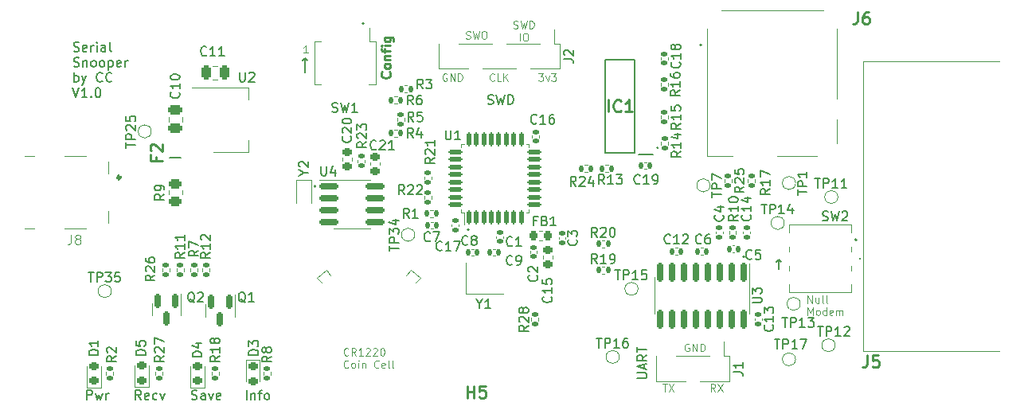
<source format=gbr>
%TF.GenerationSoftware,KiCad,Pcbnew,7.0.2*%
%TF.CreationDate,2023-05-10T11:38:03+01:00*%
%TF.ProjectId,serial_snooper,73657269-616c-45f7-936e-6f6f7065722e,rev?*%
%TF.SameCoordinates,Original*%
%TF.FileFunction,Legend,Top*%
%TF.FilePolarity,Positive*%
%FSLAX46Y46*%
G04 Gerber Fmt 4.6, Leading zero omitted, Abs format (unit mm)*
G04 Created by KiCad (PCBNEW 7.0.2) date 2023-05-10 11:38:03*
%MOMM*%
%LPD*%
G01*
G04 APERTURE LIST*
G04 Aperture macros list*
%AMRoundRect*
0 Rectangle with rounded corners*
0 $1 Rounding radius*
0 $2 $3 $4 $5 $6 $7 $8 $9 X,Y pos of 4 corners*
0 Add a 4 corners polygon primitive as box body*
4,1,4,$2,$3,$4,$5,$6,$7,$8,$9,$2,$3,0*
0 Add four circle primitives for the rounded corners*
1,1,$1+$1,$2,$3*
1,1,$1+$1,$4,$5*
1,1,$1+$1,$6,$7*
1,1,$1+$1,$8,$9*
0 Add four rect primitives between the rounded corners*
20,1,$1+$1,$2,$3,$4,$5,0*
20,1,$1+$1,$4,$5,$6,$7,0*
20,1,$1+$1,$6,$7,$8,$9,0*
20,1,$1+$1,$8,$9,$2,$3,0*%
G04 Aperture macros list end*
%ADD10C,0.150000*%
%ADD11C,0.100000*%
%ADD12C,0.155000*%
%ADD13C,0.120000*%
%ADD14C,0.200000*%
%ADD15C,0.250000*%
%ADD16C,0.254000*%
%ADD17C,0.191421*%
%ADD18C,0.350000*%
%ADD19R,1.200000X1.000000*%
%ADD20C,1.000000*%
%ADD21C,1.300000*%
%ADD22RoundRect,0.218750X0.256250X-0.218750X0.256250X0.218750X-0.256250X0.218750X-0.256250X-0.218750X0*%
%ADD23RoundRect,0.140000X-0.140000X-0.170000X0.140000X-0.170000X0.140000X0.170000X-0.140000X0.170000X0*%
%ADD24RoundRect,0.140000X0.170000X-0.140000X0.170000X0.140000X-0.170000X0.140000X-0.170000X-0.140000X0*%
%ADD25RoundRect,0.140000X0.140000X0.170000X-0.140000X0.170000X-0.140000X-0.170000X0.140000X-0.170000X0*%
%ADD26RoundRect,0.250000X0.250000X0.475000X-0.250000X0.475000X-0.250000X-0.475000X0.250000X-0.475000X0*%
%ADD27RoundRect,0.135000X0.185000X-0.135000X0.185000X0.135000X-0.185000X0.135000X-0.185000X-0.135000X0*%
%ADD28RoundRect,0.135000X-0.185000X0.135000X-0.185000X-0.135000X0.185000X-0.135000X0.185000X0.135000X0*%
%ADD29RoundRect,0.135000X0.135000X0.185000X-0.135000X0.185000X-0.135000X-0.185000X0.135000X-0.185000X0*%
%ADD30RoundRect,0.150000X-0.150000X0.587500X-0.150000X-0.587500X0.150000X-0.587500X0.150000X0.587500X0*%
%ADD31R,1.400000X1.200000*%
%ADD32R,1.000000X2.510000*%
%ADD33RoundRect,0.150000X-0.150000X0.825000X-0.150000X-0.825000X0.150000X-0.825000X0.150000X0.825000X0*%
%ADD34RoundRect,0.135000X-0.135000X-0.185000X0.135000X-0.185000X0.135000X0.185000X-0.135000X0.185000X0*%
%ADD35RoundRect,0.140000X-0.170000X0.140000X-0.170000X-0.140000X0.170000X-0.140000X0.170000X0.140000X0*%
%ADD36RoundRect,0.225000X0.250000X-0.225000X0.250000X0.225000X-0.250000X0.225000X-0.250000X-0.225000X0*%
%ADD37R,1.400000X1.700000*%
%ADD38R,1.500000X1.150000*%
%ADD39R,0.800000X1.500000*%
%ADD40R,1.150000X1.500000*%
%ADD41RoundRect,0.225000X-0.250000X0.225000X-0.250000X-0.225000X0.250000X-0.225000X0.250000X0.225000X0*%
%ADD42R,0.760000X1.250000*%
%ADD43RoundRect,0.218750X0.218750X0.256250X-0.218750X0.256250X-0.218750X-0.256250X0.218750X-0.256250X0*%
%ADD44C,4.800000*%
%ADD45C,1.650000*%
%ADD46RoundRect,0.125000X0.125000X-0.625000X0.125000X0.625000X-0.125000X0.625000X-0.125000X-0.625000X0*%
%ADD47RoundRect,0.125000X0.625000X-0.125000X0.625000X0.125000X-0.625000X0.125000X-0.625000X-0.125000X0*%
%ADD48R,2.500000X2.000000*%
%ADD49R,2.250000X0.500000*%
%ADD50RoundRect,0.218750X-0.256250X0.218750X-0.256250X-0.218750X0.256250X-0.218750X0.256250X0.218750X0*%
%ADD51RoundRect,0.150000X-0.825000X-0.150000X0.825000X-0.150000X0.825000X0.150000X-0.825000X0.150000X0*%
%ADD52R,1.550000X0.700000*%
%ADD53R,1.520000X1.000000*%
%ADD54RoundRect,0.250000X0.475000X-0.250000X0.475000X0.250000X-0.475000X0.250000X-0.475000X-0.250000X0*%
%ADD55R,2.000000X1.500000*%
%ADD56R,2.000000X3.800000*%
%ADD57RoundRect,0.250000X0.450000X-0.262500X0.450000X0.262500X-0.450000X0.262500X-0.450000X-0.262500X0*%
%ADD58R,1.100000X0.600000*%
%ADD59R,2.540000X3.170000*%
%ADD60R,3.960000X3.960000*%
G04 APERTURE END LIST*
D10*
X183900000Y-97875000D02*
X184150000Y-98125000D01*
X183900000Y-98925000D02*
X183900000Y-97875000D01*
X183650000Y-98125000D02*
X183900000Y-97875000D01*
D11*
X186990476Y-102506095D02*
X186990476Y-101706095D01*
X186990476Y-101706095D02*
X187447619Y-102506095D01*
X187447619Y-102506095D02*
X187447619Y-101706095D01*
X188171428Y-101972761D02*
X188171428Y-102506095D01*
X187828571Y-101972761D02*
X187828571Y-102391809D01*
X187828571Y-102391809D02*
X187866666Y-102468000D01*
X187866666Y-102468000D02*
X187942856Y-102506095D01*
X187942856Y-102506095D02*
X188057142Y-102506095D01*
X188057142Y-102506095D02*
X188133333Y-102468000D01*
X188133333Y-102468000D02*
X188171428Y-102429904D01*
X188666666Y-102506095D02*
X188590476Y-102468000D01*
X188590476Y-102468000D02*
X188552381Y-102391809D01*
X188552381Y-102391809D02*
X188552381Y-101706095D01*
X189085714Y-102506095D02*
X189009524Y-102468000D01*
X189009524Y-102468000D02*
X188971429Y-102391809D01*
X188971429Y-102391809D02*
X188971429Y-101706095D01*
X186990476Y-103802095D02*
X186990476Y-103002095D01*
X186990476Y-103002095D02*
X187257142Y-103573523D01*
X187257142Y-103573523D02*
X187523809Y-103002095D01*
X187523809Y-103002095D02*
X187523809Y-103802095D01*
X188019047Y-103802095D02*
X187942857Y-103764000D01*
X187942857Y-103764000D02*
X187904762Y-103725904D01*
X187904762Y-103725904D02*
X187866666Y-103649714D01*
X187866666Y-103649714D02*
X187866666Y-103421142D01*
X187866666Y-103421142D02*
X187904762Y-103344952D01*
X187904762Y-103344952D02*
X187942857Y-103306857D01*
X187942857Y-103306857D02*
X188019047Y-103268761D01*
X188019047Y-103268761D02*
X188133333Y-103268761D01*
X188133333Y-103268761D02*
X188209524Y-103306857D01*
X188209524Y-103306857D02*
X188247619Y-103344952D01*
X188247619Y-103344952D02*
X188285714Y-103421142D01*
X188285714Y-103421142D02*
X188285714Y-103649714D01*
X188285714Y-103649714D02*
X188247619Y-103725904D01*
X188247619Y-103725904D02*
X188209524Y-103764000D01*
X188209524Y-103764000D02*
X188133333Y-103802095D01*
X188133333Y-103802095D02*
X188019047Y-103802095D01*
X188971429Y-103802095D02*
X188971429Y-103002095D01*
X188971429Y-103764000D02*
X188895238Y-103802095D01*
X188895238Y-103802095D02*
X188742857Y-103802095D01*
X188742857Y-103802095D02*
X188666667Y-103764000D01*
X188666667Y-103764000D02*
X188628572Y-103725904D01*
X188628572Y-103725904D02*
X188590476Y-103649714D01*
X188590476Y-103649714D02*
X188590476Y-103421142D01*
X188590476Y-103421142D02*
X188628572Y-103344952D01*
X188628572Y-103344952D02*
X188666667Y-103306857D01*
X188666667Y-103306857D02*
X188742857Y-103268761D01*
X188742857Y-103268761D02*
X188895238Y-103268761D01*
X188895238Y-103268761D02*
X188971429Y-103306857D01*
X189657144Y-103764000D02*
X189580953Y-103802095D01*
X189580953Y-103802095D02*
X189428572Y-103802095D01*
X189428572Y-103802095D02*
X189352382Y-103764000D01*
X189352382Y-103764000D02*
X189314286Y-103687809D01*
X189314286Y-103687809D02*
X189314286Y-103383047D01*
X189314286Y-103383047D02*
X189352382Y-103306857D01*
X189352382Y-103306857D02*
X189428572Y-103268761D01*
X189428572Y-103268761D02*
X189580953Y-103268761D01*
X189580953Y-103268761D02*
X189657144Y-103306857D01*
X189657144Y-103306857D02*
X189695239Y-103383047D01*
X189695239Y-103383047D02*
X189695239Y-103459238D01*
X189695239Y-103459238D02*
X189314286Y-103535428D01*
X190038096Y-103802095D02*
X190038096Y-103268761D01*
X190038096Y-103344952D02*
X190076191Y-103306857D01*
X190076191Y-103306857D02*
X190152381Y-103268761D01*
X190152381Y-103268761D02*
X190266667Y-103268761D01*
X190266667Y-103268761D02*
X190342858Y-103306857D01*
X190342858Y-103306857D02*
X190380953Y-103383047D01*
X190380953Y-103383047D02*
X190380953Y-103802095D01*
X190380953Y-103383047D02*
X190419048Y-103306857D01*
X190419048Y-103306857D02*
X190495239Y-103268761D01*
X190495239Y-103268761D02*
X190609524Y-103268761D01*
X190609524Y-103268761D02*
X190685715Y-103306857D01*
X190685715Y-103306857D02*
X190723810Y-103383047D01*
X190723810Y-103383047D02*
X190723810Y-103802095D01*
D12*
X139777500Y-72800000D02*
G75*
G03*
X139777500Y-72800000I-77500J0D01*
G01*
X134677500Y-90100000D02*
G75*
G03*
X134677500Y-90100000I-77500J0D01*
G01*
X150977500Y-94700000D02*
G75*
G03*
X150977500Y-94700000I-77500J0D01*
G01*
X171077500Y-86000000D02*
G75*
G03*
X171077500Y-86000000I-77500J0D01*
G01*
X180277500Y-97600000D02*
G75*
G03*
X180277500Y-97600000I-77500J0D01*
G01*
D10*
X133250000Y-76750000D02*
X133500000Y-76500000D01*
X133500000Y-78000000D02*
X133500000Y-76500000D01*
X133500000Y-76500000D02*
X133250000Y-76750000D01*
X133500000Y-76500000D02*
X133750000Y-76750000D01*
D13*
X158364285Y-78102095D02*
X158859523Y-78102095D01*
X158859523Y-78102095D02*
X158592857Y-78406857D01*
X158592857Y-78406857D02*
X158707142Y-78406857D01*
X158707142Y-78406857D02*
X158783333Y-78444952D01*
X158783333Y-78444952D02*
X158821428Y-78483047D01*
X158821428Y-78483047D02*
X158859523Y-78559238D01*
X158859523Y-78559238D02*
X158859523Y-78749714D01*
X158859523Y-78749714D02*
X158821428Y-78825904D01*
X158821428Y-78825904D02*
X158783333Y-78864000D01*
X158783333Y-78864000D02*
X158707142Y-78902095D01*
X158707142Y-78902095D02*
X158478571Y-78902095D01*
X158478571Y-78902095D02*
X158402380Y-78864000D01*
X158402380Y-78864000D02*
X158364285Y-78825904D01*
X159126190Y-78368761D02*
X159316666Y-78902095D01*
X159316666Y-78902095D02*
X159507143Y-78368761D01*
X159735714Y-78102095D02*
X160230952Y-78102095D01*
X160230952Y-78102095D02*
X159964286Y-78406857D01*
X159964286Y-78406857D02*
X160078571Y-78406857D01*
X160078571Y-78406857D02*
X160154762Y-78444952D01*
X160154762Y-78444952D02*
X160192857Y-78483047D01*
X160192857Y-78483047D02*
X160230952Y-78559238D01*
X160230952Y-78559238D02*
X160230952Y-78749714D01*
X160230952Y-78749714D02*
X160192857Y-78825904D01*
X160192857Y-78825904D02*
X160154762Y-78864000D01*
X160154762Y-78864000D02*
X160078571Y-78902095D01*
X160078571Y-78902095D02*
X159850000Y-78902095D01*
X159850000Y-78902095D02*
X159773809Y-78864000D01*
X159773809Y-78864000D02*
X159735714Y-78825904D01*
X150652380Y-74364000D02*
X150766666Y-74402095D01*
X150766666Y-74402095D02*
X150957142Y-74402095D01*
X150957142Y-74402095D02*
X151033333Y-74364000D01*
X151033333Y-74364000D02*
X151071428Y-74325904D01*
X151071428Y-74325904D02*
X151109523Y-74249714D01*
X151109523Y-74249714D02*
X151109523Y-74173523D01*
X151109523Y-74173523D02*
X151071428Y-74097333D01*
X151071428Y-74097333D02*
X151033333Y-74059238D01*
X151033333Y-74059238D02*
X150957142Y-74021142D01*
X150957142Y-74021142D02*
X150804761Y-73983047D01*
X150804761Y-73983047D02*
X150728571Y-73944952D01*
X150728571Y-73944952D02*
X150690476Y-73906857D01*
X150690476Y-73906857D02*
X150652380Y-73830666D01*
X150652380Y-73830666D02*
X150652380Y-73754476D01*
X150652380Y-73754476D02*
X150690476Y-73678285D01*
X150690476Y-73678285D02*
X150728571Y-73640190D01*
X150728571Y-73640190D02*
X150804761Y-73602095D01*
X150804761Y-73602095D02*
X150995238Y-73602095D01*
X150995238Y-73602095D02*
X151109523Y-73640190D01*
X151376190Y-73602095D02*
X151566666Y-74402095D01*
X151566666Y-74402095D02*
X151719047Y-73830666D01*
X151719047Y-73830666D02*
X151871428Y-74402095D01*
X151871428Y-74402095D02*
X152061905Y-73602095D01*
X152519048Y-73602095D02*
X152671429Y-73602095D01*
X152671429Y-73602095D02*
X152747619Y-73640190D01*
X152747619Y-73640190D02*
X152823810Y-73716380D01*
X152823810Y-73716380D02*
X152861905Y-73868761D01*
X152861905Y-73868761D02*
X152861905Y-74135428D01*
X152861905Y-74135428D02*
X152823810Y-74287809D01*
X152823810Y-74287809D02*
X152747619Y-74364000D01*
X152747619Y-74364000D02*
X152671429Y-74402095D01*
X152671429Y-74402095D02*
X152519048Y-74402095D01*
X152519048Y-74402095D02*
X152442857Y-74364000D01*
X152442857Y-74364000D02*
X152366667Y-74287809D01*
X152366667Y-74287809D02*
X152328571Y-74135428D01*
X152328571Y-74135428D02*
X152328571Y-73868761D01*
X152328571Y-73868761D02*
X152366667Y-73716380D01*
X152366667Y-73716380D02*
X152442857Y-73640190D01*
X152442857Y-73640190D02*
X152519048Y-73602095D01*
X153647619Y-78825904D02*
X153609523Y-78864000D01*
X153609523Y-78864000D02*
X153495238Y-78902095D01*
X153495238Y-78902095D02*
X153419047Y-78902095D01*
X153419047Y-78902095D02*
X153304761Y-78864000D01*
X153304761Y-78864000D02*
X153228571Y-78787809D01*
X153228571Y-78787809D02*
X153190476Y-78711619D01*
X153190476Y-78711619D02*
X153152380Y-78559238D01*
X153152380Y-78559238D02*
X153152380Y-78444952D01*
X153152380Y-78444952D02*
X153190476Y-78292571D01*
X153190476Y-78292571D02*
X153228571Y-78216380D01*
X153228571Y-78216380D02*
X153304761Y-78140190D01*
X153304761Y-78140190D02*
X153419047Y-78102095D01*
X153419047Y-78102095D02*
X153495238Y-78102095D01*
X153495238Y-78102095D02*
X153609523Y-78140190D01*
X153609523Y-78140190D02*
X153647619Y-78178285D01*
X154371428Y-78902095D02*
X153990476Y-78902095D01*
X153990476Y-78902095D02*
X153990476Y-78102095D01*
X154638095Y-78902095D02*
X154638095Y-78102095D01*
X155095238Y-78902095D02*
X154752380Y-78444952D01*
X155095238Y-78102095D02*
X154638095Y-78559238D01*
D10*
X121490476Y-112730000D02*
X121633333Y-112777619D01*
X121633333Y-112777619D02*
X121871428Y-112777619D01*
X121871428Y-112777619D02*
X121966666Y-112730000D01*
X121966666Y-112730000D02*
X122014285Y-112682380D01*
X122014285Y-112682380D02*
X122061904Y-112587142D01*
X122061904Y-112587142D02*
X122061904Y-112491904D01*
X122061904Y-112491904D02*
X122014285Y-112396666D01*
X122014285Y-112396666D02*
X121966666Y-112349047D01*
X121966666Y-112349047D02*
X121871428Y-112301428D01*
X121871428Y-112301428D02*
X121680952Y-112253809D01*
X121680952Y-112253809D02*
X121585714Y-112206190D01*
X121585714Y-112206190D02*
X121538095Y-112158571D01*
X121538095Y-112158571D02*
X121490476Y-112063333D01*
X121490476Y-112063333D02*
X121490476Y-111968095D01*
X121490476Y-111968095D02*
X121538095Y-111872857D01*
X121538095Y-111872857D02*
X121585714Y-111825238D01*
X121585714Y-111825238D02*
X121680952Y-111777619D01*
X121680952Y-111777619D02*
X121919047Y-111777619D01*
X121919047Y-111777619D02*
X122061904Y-111825238D01*
X122919047Y-112777619D02*
X122919047Y-112253809D01*
X122919047Y-112253809D02*
X122871428Y-112158571D01*
X122871428Y-112158571D02*
X122776190Y-112110952D01*
X122776190Y-112110952D02*
X122585714Y-112110952D01*
X122585714Y-112110952D02*
X122490476Y-112158571D01*
X122919047Y-112730000D02*
X122823809Y-112777619D01*
X122823809Y-112777619D02*
X122585714Y-112777619D01*
X122585714Y-112777619D02*
X122490476Y-112730000D01*
X122490476Y-112730000D02*
X122442857Y-112634761D01*
X122442857Y-112634761D02*
X122442857Y-112539523D01*
X122442857Y-112539523D02*
X122490476Y-112444285D01*
X122490476Y-112444285D02*
X122585714Y-112396666D01*
X122585714Y-112396666D02*
X122823809Y-112396666D01*
X122823809Y-112396666D02*
X122919047Y-112349047D01*
X123300000Y-112110952D02*
X123538095Y-112777619D01*
X123538095Y-112777619D02*
X123776190Y-112110952D01*
X124538095Y-112730000D02*
X124442857Y-112777619D01*
X124442857Y-112777619D02*
X124252381Y-112777619D01*
X124252381Y-112777619D02*
X124157143Y-112730000D01*
X124157143Y-112730000D02*
X124109524Y-112634761D01*
X124109524Y-112634761D02*
X124109524Y-112253809D01*
X124109524Y-112253809D02*
X124157143Y-112158571D01*
X124157143Y-112158571D02*
X124252381Y-112110952D01*
X124252381Y-112110952D02*
X124442857Y-112110952D01*
X124442857Y-112110952D02*
X124538095Y-112158571D01*
X124538095Y-112158571D02*
X124585714Y-112253809D01*
X124585714Y-112253809D02*
X124585714Y-112349047D01*
X124585714Y-112349047D02*
X124109524Y-112444285D01*
X116109523Y-112777619D02*
X115776190Y-112301428D01*
X115538095Y-112777619D02*
X115538095Y-111777619D01*
X115538095Y-111777619D02*
X115919047Y-111777619D01*
X115919047Y-111777619D02*
X116014285Y-111825238D01*
X116014285Y-111825238D02*
X116061904Y-111872857D01*
X116061904Y-111872857D02*
X116109523Y-111968095D01*
X116109523Y-111968095D02*
X116109523Y-112110952D01*
X116109523Y-112110952D02*
X116061904Y-112206190D01*
X116061904Y-112206190D02*
X116014285Y-112253809D01*
X116014285Y-112253809D02*
X115919047Y-112301428D01*
X115919047Y-112301428D02*
X115538095Y-112301428D01*
X116919047Y-112730000D02*
X116823809Y-112777619D01*
X116823809Y-112777619D02*
X116633333Y-112777619D01*
X116633333Y-112777619D02*
X116538095Y-112730000D01*
X116538095Y-112730000D02*
X116490476Y-112634761D01*
X116490476Y-112634761D02*
X116490476Y-112253809D01*
X116490476Y-112253809D02*
X116538095Y-112158571D01*
X116538095Y-112158571D02*
X116633333Y-112110952D01*
X116633333Y-112110952D02*
X116823809Y-112110952D01*
X116823809Y-112110952D02*
X116919047Y-112158571D01*
X116919047Y-112158571D02*
X116966666Y-112253809D01*
X116966666Y-112253809D02*
X116966666Y-112349047D01*
X116966666Y-112349047D02*
X116490476Y-112444285D01*
X117823809Y-112730000D02*
X117728571Y-112777619D01*
X117728571Y-112777619D02*
X117538095Y-112777619D01*
X117538095Y-112777619D02*
X117442857Y-112730000D01*
X117442857Y-112730000D02*
X117395238Y-112682380D01*
X117395238Y-112682380D02*
X117347619Y-112587142D01*
X117347619Y-112587142D02*
X117347619Y-112301428D01*
X117347619Y-112301428D02*
X117395238Y-112206190D01*
X117395238Y-112206190D02*
X117442857Y-112158571D01*
X117442857Y-112158571D02*
X117538095Y-112110952D01*
X117538095Y-112110952D02*
X117728571Y-112110952D01*
X117728571Y-112110952D02*
X117823809Y-112158571D01*
X118157143Y-112110952D02*
X118395238Y-112777619D01*
X118395238Y-112777619D02*
X118633333Y-112110952D01*
D13*
X148609523Y-78140190D02*
X148533333Y-78102095D01*
X148533333Y-78102095D02*
X148419047Y-78102095D01*
X148419047Y-78102095D02*
X148304761Y-78140190D01*
X148304761Y-78140190D02*
X148228571Y-78216380D01*
X148228571Y-78216380D02*
X148190476Y-78292571D01*
X148190476Y-78292571D02*
X148152380Y-78444952D01*
X148152380Y-78444952D02*
X148152380Y-78559238D01*
X148152380Y-78559238D02*
X148190476Y-78711619D01*
X148190476Y-78711619D02*
X148228571Y-78787809D01*
X148228571Y-78787809D02*
X148304761Y-78864000D01*
X148304761Y-78864000D02*
X148419047Y-78902095D01*
X148419047Y-78902095D02*
X148495238Y-78902095D01*
X148495238Y-78902095D02*
X148609523Y-78864000D01*
X148609523Y-78864000D02*
X148647619Y-78825904D01*
X148647619Y-78825904D02*
X148647619Y-78559238D01*
X148647619Y-78559238D02*
X148495238Y-78559238D01*
X148990476Y-78902095D02*
X148990476Y-78102095D01*
X148990476Y-78102095D02*
X149447619Y-78902095D01*
X149447619Y-78902095D02*
X149447619Y-78102095D01*
X149828571Y-78902095D02*
X149828571Y-78102095D01*
X149828571Y-78102095D02*
X150019047Y-78102095D01*
X150019047Y-78102095D02*
X150133333Y-78140190D01*
X150133333Y-78140190D02*
X150209523Y-78216380D01*
X150209523Y-78216380D02*
X150247618Y-78292571D01*
X150247618Y-78292571D02*
X150285714Y-78444952D01*
X150285714Y-78444952D02*
X150285714Y-78559238D01*
X150285714Y-78559238D02*
X150247618Y-78711619D01*
X150247618Y-78711619D02*
X150209523Y-78787809D01*
X150209523Y-78787809D02*
X150133333Y-78864000D01*
X150133333Y-78864000D02*
X150019047Y-78902095D01*
X150019047Y-78902095D02*
X149828571Y-78902095D01*
D10*
X110338095Y-112777619D02*
X110338095Y-111777619D01*
X110338095Y-111777619D02*
X110719047Y-111777619D01*
X110719047Y-111777619D02*
X110814285Y-111825238D01*
X110814285Y-111825238D02*
X110861904Y-111872857D01*
X110861904Y-111872857D02*
X110909523Y-111968095D01*
X110909523Y-111968095D02*
X110909523Y-112110952D01*
X110909523Y-112110952D02*
X110861904Y-112206190D01*
X110861904Y-112206190D02*
X110814285Y-112253809D01*
X110814285Y-112253809D02*
X110719047Y-112301428D01*
X110719047Y-112301428D02*
X110338095Y-112301428D01*
X111242857Y-112110952D02*
X111433333Y-112777619D01*
X111433333Y-112777619D02*
X111623809Y-112301428D01*
X111623809Y-112301428D02*
X111814285Y-112777619D01*
X111814285Y-112777619D02*
X112004761Y-112110952D01*
X112385714Y-112777619D02*
X112385714Y-112110952D01*
X112385714Y-112301428D02*
X112433333Y-112206190D01*
X112433333Y-112206190D02*
X112480952Y-112158571D01*
X112480952Y-112158571D02*
X112576190Y-112110952D01*
X112576190Y-112110952D02*
X112671428Y-112110952D01*
D14*
X168877619Y-110511904D02*
X169687142Y-110511904D01*
X169687142Y-110511904D02*
X169782380Y-110464285D01*
X169782380Y-110464285D02*
X169830000Y-110416666D01*
X169830000Y-110416666D02*
X169877619Y-110321428D01*
X169877619Y-110321428D02*
X169877619Y-110130952D01*
X169877619Y-110130952D02*
X169830000Y-110035714D01*
X169830000Y-110035714D02*
X169782380Y-109988095D01*
X169782380Y-109988095D02*
X169687142Y-109940476D01*
X169687142Y-109940476D02*
X168877619Y-109940476D01*
X169591904Y-109511904D02*
X169591904Y-109035714D01*
X169877619Y-109607142D02*
X168877619Y-109273809D01*
X168877619Y-109273809D02*
X169877619Y-108940476D01*
X169877619Y-108035714D02*
X169401428Y-108369047D01*
X169877619Y-108607142D02*
X168877619Y-108607142D01*
X168877619Y-108607142D02*
X168877619Y-108226190D01*
X168877619Y-108226190D02*
X168925238Y-108130952D01*
X168925238Y-108130952D02*
X168972857Y-108083333D01*
X168972857Y-108083333D02*
X169068095Y-108035714D01*
X169068095Y-108035714D02*
X169210952Y-108035714D01*
X169210952Y-108035714D02*
X169306190Y-108083333D01*
X169306190Y-108083333D02*
X169353809Y-108130952D01*
X169353809Y-108130952D02*
X169401428Y-108226190D01*
X169401428Y-108226190D02*
X169401428Y-108607142D01*
X168877619Y-107749999D02*
X168877619Y-107178571D01*
X169877619Y-107464285D02*
X168877619Y-107464285D01*
D13*
X133859523Y-75902095D02*
X133402380Y-75902095D01*
X133630952Y-75902095D02*
X133630952Y-75102095D01*
X133630952Y-75102095D02*
X133554761Y-75216380D01*
X133554761Y-75216380D02*
X133478571Y-75292571D01*
X133478571Y-75292571D02*
X133402380Y-75330666D01*
D14*
X108940476Y-75720000D02*
X109083333Y-75767619D01*
X109083333Y-75767619D02*
X109321428Y-75767619D01*
X109321428Y-75767619D02*
X109416666Y-75720000D01*
X109416666Y-75720000D02*
X109464285Y-75672380D01*
X109464285Y-75672380D02*
X109511904Y-75577142D01*
X109511904Y-75577142D02*
X109511904Y-75481904D01*
X109511904Y-75481904D02*
X109464285Y-75386666D01*
X109464285Y-75386666D02*
X109416666Y-75339047D01*
X109416666Y-75339047D02*
X109321428Y-75291428D01*
X109321428Y-75291428D02*
X109130952Y-75243809D01*
X109130952Y-75243809D02*
X109035714Y-75196190D01*
X109035714Y-75196190D02*
X108988095Y-75148571D01*
X108988095Y-75148571D02*
X108940476Y-75053333D01*
X108940476Y-75053333D02*
X108940476Y-74958095D01*
X108940476Y-74958095D02*
X108988095Y-74862857D01*
X108988095Y-74862857D02*
X109035714Y-74815238D01*
X109035714Y-74815238D02*
X109130952Y-74767619D01*
X109130952Y-74767619D02*
X109369047Y-74767619D01*
X109369047Y-74767619D02*
X109511904Y-74815238D01*
X110321428Y-75720000D02*
X110226190Y-75767619D01*
X110226190Y-75767619D02*
X110035714Y-75767619D01*
X110035714Y-75767619D02*
X109940476Y-75720000D01*
X109940476Y-75720000D02*
X109892857Y-75624761D01*
X109892857Y-75624761D02*
X109892857Y-75243809D01*
X109892857Y-75243809D02*
X109940476Y-75148571D01*
X109940476Y-75148571D02*
X110035714Y-75100952D01*
X110035714Y-75100952D02*
X110226190Y-75100952D01*
X110226190Y-75100952D02*
X110321428Y-75148571D01*
X110321428Y-75148571D02*
X110369047Y-75243809D01*
X110369047Y-75243809D02*
X110369047Y-75339047D01*
X110369047Y-75339047D02*
X109892857Y-75434285D01*
X110797619Y-75767619D02*
X110797619Y-75100952D01*
X110797619Y-75291428D02*
X110845238Y-75196190D01*
X110845238Y-75196190D02*
X110892857Y-75148571D01*
X110892857Y-75148571D02*
X110988095Y-75100952D01*
X110988095Y-75100952D02*
X111083333Y-75100952D01*
X111416667Y-75767619D02*
X111416667Y-75100952D01*
X111416667Y-74767619D02*
X111369048Y-74815238D01*
X111369048Y-74815238D02*
X111416667Y-74862857D01*
X111416667Y-74862857D02*
X111464286Y-74815238D01*
X111464286Y-74815238D02*
X111416667Y-74767619D01*
X111416667Y-74767619D02*
X111416667Y-74862857D01*
X112321428Y-75767619D02*
X112321428Y-75243809D01*
X112321428Y-75243809D02*
X112273809Y-75148571D01*
X112273809Y-75148571D02*
X112178571Y-75100952D01*
X112178571Y-75100952D02*
X111988095Y-75100952D01*
X111988095Y-75100952D02*
X111892857Y-75148571D01*
X112321428Y-75720000D02*
X112226190Y-75767619D01*
X112226190Y-75767619D02*
X111988095Y-75767619D01*
X111988095Y-75767619D02*
X111892857Y-75720000D01*
X111892857Y-75720000D02*
X111845238Y-75624761D01*
X111845238Y-75624761D02*
X111845238Y-75529523D01*
X111845238Y-75529523D02*
X111892857Y-75434285D01*
X111892857Y-75434285D02*
X111988095Y-75386666D01*
X111988095Y-75386666D02*
X112226190Y-75386666D01*
X112226190Y-75386666D02*
X112321428Y-75339047D01*
X112940476Y-75767619D02*
X112845238Y-75720000D01*
X112845238Y-75720000D02*
X112797619Y-75624761D01*
X112797619Y-75624761D02*
X112797619Y-74767619D01*
X108940476Y-77340000D02*
X109083333Y-77387619D01*
X109083333Y-77387619D02*
X109321428Y-77387619D01*
X109321428Y-77387619D02*
X109416666Y-77340000D01*
X109416666Y-77340000D02*
X109464285Y-77292380D01*
X109464285Y-77292380D02*
X109511904Y-77197142D01*
X109511904Y-77197142D02*
X109511904Y-77101904D01*
X109511904Y-77101904D02*
X109464285Y-77006666D01*
X109464285Y-77006666D02*
X109416666Y-76959047D01*
X109416666Y-76959047D02*
X109321428Y-76911428D01*
X109321428Y-76911428D02*
X109130952Y-76863809D01*
X109130952Y-76863809D02*
X109035714Y-76816190D01*
X109035714Y-76816190D02*
X108988095Y-76768571D01*
X108988095Y-76768571D02*
X108940476Y-76673333D01*
X108940476Y-76673333D02*
X108940476Y-76578095D01*
X108940476Y-76578095D02*
X108988095Y-76482857D01*
X108988095Y-76482857D02*
X109035714Y-76435238D01*
X109035714Y-76435238D02*
X109130952Y-76387619D01*
X109130952Y-76387619D02*
X109369047Y-76387619D01*
X109369047Y-76387619D02*
X109511904Y-76435238D01*
X109940476Y-76720952D02*
X109940476Y-77387619D01*
X109940476Y-76816190D02*
X109988095Y-76768571D01*
X109988095Y-76768571D02*
X110083333Y-76720952D01*
X110083333Y-76720952D02*
X110226190Y-76720952D01*
X110226190Y-76720952D02*
X110321428Y-76768571D01*
X110321428Y-76768571D02*
X110369047Y-76863809D01*
X110369047Y-76863809D02*
X110369047Y-77387619D01*
X110988095Y-77387619D02*
X110892857Y-77340000D01*
X110892857Y-77340000D02*
X110845238Y-77292380D01*
X110845238Y-77292380D02*
X110797619Y-77197142D01*
X110797619Y-77197142D02*
X110797619Y-76911428D01*
X110797619Y-76911428D02*
X110845238Y-76816190D01*
X110845238Y-76816190D02*
X110892857Y-76768571D01*
X110892857Y-76768571D02*
X110988095Y-76720952D01*
X110988095Y-76720952D02*
X111130952Y-76720952D01*
X111130952Y-76720952D02*
X111226190Y-76768571D01*
X111226190Y-76768571D02*
X111273809Y-76816190D01*
X111273809Y-76816190D02*
X111321428Y-76911428D01*
X111321428Y-76911428D02*
X111321428Y-77197142D01*
X111321428Y-77197142D02*
X111273809Y-77292380D01*
X111273809Y-77292380D02*
X111226190Y-77340000D01*
X111226190Y-77340000D02*
X111130952Y-77387619D01*
X111130952Y-77387619D02*
X110988095Y-77387619D01*
X111892857Y-77387619D02*
X111797619Y-77340000D01*
X111797619Y-77340000D02*
X111750000Y-77292380D01*
X111750000Y-77292380D02*
X111702381Y-77197142D01*
X111702381Y-77197142D02*
X111702381Y-76911428D01*
X111702381Y-76911428D02*
X111750000Y-76816190D01*
X111750000Y-76816190D02*
X111797619Y-76768571D01*
X111797619Y-76768571D02*
X111892857Y-76720952D01*
X111892857Y-76720952D02*
X112035714Y-76720952D01*
X112035714Y-76720952D02*
X112130952Y-76768571D01*
X112130952Y-76768571D02*
X112178571Y-76816190D01*
X112178571Y-76816190D02*
X112226190Y-76911428D01*
X112226190Y-76911428D02*
X112226190Y-77197142D01*
X112226190Y-77197142D02*
X112178571Y-77292380D01*
X112178571Y-77292380D02*
X112130952Y-77340000D01*
X112130952Y-77340000D02*
X112035714Y-77387619D01*
X112035714Y-77387619D02*
X111892857Y-77387619D01*
X112654762Y-76720952D02*
X112654762Y-77720952D01*
X112654762Y-76768571D02*
X112750000Y-76720952D01*
X112750000Y-76720952D02*
X112940476Y-76720952D01*
X112940476Y-76720952D02*
X113035714Y-76768571D01*
X113035714Y-76768571D02*
X113083333Y-76816190D01*
X113083333Y-76816190D02*
X113130952Y-76911428D01*
X113130952Y-76911428D02*
X113130952Y-77197142D01*
X113130952Y-77197142D02*
X113083333Y-77292380D01*
X113083333Y-77292380D02*
X113035714Y-77340000D01*
X113035714Y-77340000D02*
X112940476Y-77387619D01*
X112940476Y-77387619D02*
X112750000Y-77387619D01*
X112750000Y-77387619D02*
X112654762Y-77340000D01*
X113940476Y-77340000D02*
X113845238Y-77387619D01*
X113845238Y-77387619D02*
X113654762Y-77387619D01*
X113654762Y-77387619D02*
X113559524Y-77340000D01*
X113559524Y-77340000D02*
X113511905Y-77244761D01*
X113511905Y-77244761D02*
X113511905Y-76863809D01*
X113511905Y-76863809D02*
X113559524Y-76768571D01*
X113559524Y-76768571D02*
X113654762Y-76720952D01*
X113654762Y-76720952D02*
X113845238Y-76720952D01*
X113845238Y-76720952D02*
X113940476Y-76768571D01*
X113940476Y-76768571D02*
X113988095Y-76863809D01*
X113988095Y-76863809D02*
X113988095Y-76959047D01*
X113988095Y-76959047D02*
X113511905Y-77054285D01*
X114416667Y-77387619D02*
X114416667Y-76720952D01*
X114416667Y-76911428D02*
X114464286Y-76816190D01*
X114464286Y-76816190D02*
X114511905Y-76768571D01*
X114511905Y-76768571D02*
X114607143Y-76720952D01*
X114607143Y-76720952D02*
X114702381Y-76720952D01*
X108988095Y-79007619D02*
X108988095Y-78007619D01*
X108988095Y-78388571D02*
X109083333Y-78340952D01*
X109083333Y-78340952D02*
X109273809Y-78340952D01*
X109273809Y-78340952D02*
X109369047Y-78388571D01*
X109369047Y-78388571D02*
X109416666Y-78436190D01*
X109416666Y-78436190D02*
X109464285Y-78531428D01*
X109464285Y-78531428D02*
X109464285Y-78817142D01*
X109464285Y-78817142D02*
X109416666Y-78912380D01*
X109416666Y-78912380D02*
X109369047Y-78960000D01*
X109369047Y-78960000D02*
X109273809Y-79007619D01*
X109273809Y-79007619D02*
X109083333Y-79007619D01*
X109083333Y-79007619D02*
X108988095Y-78960000D01*
X109797619Y-78340952D02*
X110035714Y-79007619D01*
X110273809Y-78340952D02*
X110035714Y-79007619D01*
X110035714Y-79007619D02*
X109940476Y-79245714D01*
X109940476Y-79245714D02*
X109892857Y-79293333D01*
X109892857Y-79293333D02*
X109797619Y-79340952D01*
X111988095Y-78912380D02*
X111940476Y-78960000D01*
X111940476Y-78960000D02*
X111797619Y-79007619D01*
X111797619Y-79007619D02*
X111702381Y-79007619D01*
X111702381Y-79007619D02*
X111559524Y-78960000D01*
X111559524Y-78960000D02*
X111464286Y-78864761D01*
X111464286Y-78864761D02*
X111416667Y-78769523D01*
X111416667Y-78769523D02*
X111369048Y-78579047D01*
X111369048Y-78579047D02*
X111369048Y-78436190D01*
X111369048Y-78436190D02*
X111416667Y-78245714D01*
X111416667Y-78245714D02*
X111464286Y-78150476D01*
X111464286Y-78150476D02*
X111559524Y-78055238D01*
X111559524Y-78055238D02*
X111702381Y-78007619D01*
X111702381Y-78007619D02*
X111797619Y-78007619D01*
X111797619Y-78007619D02*
X111940476Y-78055238D01*
X111940476Y-78055238D02*
X111988095Y-78102857D01*
X112988095Y-78912380D02*
X112940476Y-78960000D01*
X112940476Y-78960000D02*
X112797619Y-79007619D01*
X112797619Y-79007619D02*
X112702381Y-79007619D01*
X112702381Y-79007619D02*
X112559524Y-78960000D01*
X112559524Y-78960000D02*
X112464286Y-78864761D01*
X112464286Y-78864761D02*
X112416667Y-78769523D01*
X112416667Y-78769523D02*
X112369048Y-78579047D01*
X112369048Y-78579047D02*
X112369048Y-78436190D01*
X112369048Y-78436190D02*
X112416667Y-78245714D01*
X112416667Y-78245714D02*
X112464286Y-78150476D01*
X112464286Y-78150476D02*
X112559524Y-78055238D01*
X112559524Y-78055238D02*
X112702381Y-78007619D01*
X112702381Y-78007619D02*
X112797619Y-78007619D01*
X112797619Y-78007619D02*
X112940476Y-78055238D01*
X112940476Y-78055238D02*
X112988095Y-78102857D01*
X108845238Y-79627619D02*
X109178571Y-80627619D01*
X109178571Y-80627619D02*
X109511904Y-79627619D01*
X110369047Y-80627619D02*
X109797619Y-80627619D01*
X110083333Y-80627619D02*
X110083333Y-79627619D01*
X110083333Y-79627619D02*
X109988095Y-79770476D01*
X109988095Y-79770476D02*
X109892857Y-79865714D01*
X109892857Y-79865714D02*
X109797619Y-79913333D01*
X110797619Y-80532380D02*
X110845238Y-80580000D01*
X110845238Y-80580000D02*
X110797619Y-80627619D01*
X110797619Y-80627619D02*
X110750000Y-80580000D01*
X110750000Y-80580000D02*
X110797619Y-80532380D01*
X110797619Y-80532380D02*
X110797619Y-80627619D01*
X111464285Y-79627619D02*
X111559523Y-79627619D01*
X111559523Y-79627619D02*
X111654761Y-79675238D01*
X111654761Y-79675238D02*
X111702380Y-79722857D01*
X111702380Y-79722857D02*
X111749999Y-79818095D01*
X111749999Y-79818095D02*
X111797618Y-80008571D01*
X111797618Y-80008571D02*
X111797618Y-80246666D01*
X111797618Y-80246666D02*
X111749999Y-80437142D01*
X111749999Y-80437142D02*
X111702380Y-80532380D01*
X111702380Y-80532380D02*
X111654761Y-80580000D01*
X111654761Y-80580000D02*
X111559523Y-80627619D01*
X111559523Y-80627619D02*
X111464285Y-80627619D01*
X111464285Y-80627619D02*
X111369047Y-80580000D01*
X111369047Y-80580000D02*
X111321428Y-80532380D01*
X111321428Y-80532380D02*
X111273809Y-80437142D01*
X111273809Y-80437142D02*
X111226190Y-80246666D01*
X111226190Y-80246666D02*
X111226190Y-80008571D01*
X111226190Y-80008571D02*
X111273809Y-79818095D01*
X111273809Y-79818095D02*
X111321428Y-79722857D01*
X111321428Y-79722857D02*
X111369047Y-79675238D01*
X111369047Y-79675238D02*
X111464285Y-79627619D01*
D13*
X155714285Y-73268000D02*
X155828571Y-73306095D01*
X155828571Y-73306095D02*
X156019047Y-73306095D01*
X156019047Y-73306095D02*
X156095238Y-73268000D01*
X156095238Y-73268000D02*
X156133333Y-73229904D01*
X156133333Y-73229904D02*
X156171428Y-73153714D01*
X156171428Y-73153714D02*
X156171428Y-73077523D01*
X156171428Y-73077523D02*
X156133333Y-73001333D01*
X156133333Y-73001333D02*
X156095238Y-72963238D01*
X156095238Y-72963238D02*
X156019047Y-72925142D01*
X156019047Y-72925142D02*
X155866666Y-72887047D01*
X155866666Y-72887047D02*
X155790476Y-72848952D01*
X155790476Y-72848952D02*
X155752381Y-72810857D01*
X155752381Y-72810857D02*
X155714285Y-72734666D01*
X155714285Y-72734666D02*
X155714285Y-72658476D01*
X155714285Y-72658476D02*
X155752381Y-72582285D01*
X155752381Y-72582285D02*
X155790476Y-72544190D01*
X155790476Y-72544190D02*
X155866666Y-72506095D01*
X155866666Y-72506095D02*
X156057143Y-72506095D01*
X156057143Y-72506095D02*
X156171428Y-72544190D01*
X156438095Y-72506095D02*
X156628571Y-73306095D01*
X156628571Y-73306095D02*
X156780952Y-72734666D01*
X156780952Y-72734666D02*
X156933333Y-73306095D01*
X156933333Y-73306095D02*
X157123810Y-72506095D01*
X157428572Y-73306095D02*
X157428572Y-72506095D01*
X157428572Y-72506095D02*
X157619048Y-72506095D01*
X157619048Y-72506095D02*
X157733334Y-72544190D01*
X157733334Y-72544190D02*
X157809524Y-72620380D01*
X157809524Y-72620380D02*
X157847619Y-72696571D01*
X157847619Y-72696571D02*
X157885715Y-72848952D01*
X157885715Y-72848952D02*
X157885715Y-72963238D01*
X157885715Y-72963238D02*
X157847619Y-73115619D01*
X157847619Y-73115619D02*
X157809524Y-73191809D01*
X157809524Y-73191809D02*
X157733334Y-73268000D01*
X157733334Y-73268000D02*
X157619048Y-73306095D01*
X157619048Y-73306095D02*
X157428572Y-73306095D01*
X156380953Y-74602095D02*
X156380953Y-73802095D01*
X156914286Y-73802095D02*
X157066667Y-73802095D01*
X157066667Y-73802095D02*
X157142857Y-73840190D01*
X157142857Y-73840190D02*
X157219048Y-73916380D01*
X157219048Y-73916380D02*
X157257143Y-74068761D01*
X157257143Y-74068761D02*
X157257143Y-74335428D01*
X157257143Y-74335428D02*
X157219048Y-74487809D01*
X157219048Y-74487809D02*
X157142857Y-74564000D01*
X157142857Y-74564000D02*
X157066667Y-74602095D01*
X157066667Y-74602095D02*
X156914286Y-74602095D01*
X156914286Y-74602095D02*
X156838095Y-74564000D01*
X156838095Y-74564000D02*
X156761905Y-74487809D01*
X156761905Y-74487809D02*
X156723809Y-74335428D01*
X156723809Y-74335428D02*
X156723809Y-74068761D01*
X156723809Y-74068761D02*
X156761905Y-73916380D01*
X156761905Y-73916380D02*
X156838095Y-73840190D01*
X156838095Y-73840190D02*
X156914286Y-73802095D01*
X174359523Y-106890190D02*
X174283333Y-106852095D01*
X174283333Y-106852095D02*
X174169047Y-106852095D01*
X174169047Y-106852095D02*
X174054761Y-106890190D01*
X174054761Y-106890190D02*
X173978571Y-106966380D01*
X173978571Y-106966380D02*
X173940476Y-107042571D01*
X173940476Y-107042571D02*
X173902380Y-107194952D01*
X173902380Y-107194952D02*
X173902380Y-107309238D01*
X173902380Y-107309238D02*
X173940476Y-107461619D01*
X173940476Y-107461619D02*
X173978571Y-107537809D01*
X173978571Y-107537809D02*
X174054761Y-107614000D01*
X174054761Y-107614000D02*
X174169047Y-107652095D01*
X174169047Y-107652095D02*
X174245238Y-107652095D01*
X174245238Y-107652095D02*
X174359523Y-107614000D01*
X174359523Y-107614000D02*
X174397619Y-107575904D01*
X174397619Y-107575904D02*
X174397619Y-107309238D01*
X174397619Y-107309238D02*
X174245238Y-107309238D01*
X174740476Y-107652095D02*
X174740476Y-106852095D01*
X174740476Y-106852095D02*
X175197619Y-107652095D01*
X175197619Y-107652095D02*
X175197619Y-106852095D01*
X175578571Y-107652095D02*
X175578571Y-106852095D01*
X175578571Y-106852095D02*
X175769047Y-106852095D01*
X175769047Y-106852095D02*
X175883333Y-106890190D01*
X175883333Y-106890190D02*
X175959523Y-106966380D01*
X175959523Y-106966380D02*
X175997618Y-107042571D01*
X175997618Y-107042571D02*
X176035714Y-107194952D01*
X176035714Y-107194952D02*
X176035714Y-107309238D01*
X176035714Y-107309238D02*
X175997618Y-107461619D01*
X175997618Y-107461619D02*
X175959523Y-107537809D01*
X175959523Y-107537809D02*
X175883333Y-107614000D01*
X175883333Y-107614000D02*
X175769047Y-107652095D01*
X175769047Y-107652095D02*
X175578571Y-107652095D01*
X171576190Y-111102095D02*
X172033333Y-111102095D01*
X171804761Y-111902095D02*
X171804761Y-111102095D01*
X172223809Y-111102095D02*
X172757143Y-111902095D01*
X172757143Y-111102095D02*
X172223809Y-111902095D01*
D11*
X138147619Y-108029904D02*
X138109523Y-108068000D01*
X138109523Y-108068000D02*
X137995238Y-108106095D01*
X137995238Y-108106095D02*
X137919047Y-108106095D01*
X137919047Y-108106095D02*
X137804761Y-108068000D01*
X137804761Y-108068000D02*
X137728571Y-107991809D01*
X137728571Y-107991809D02*
X137690476Y-107915619D01*
X137690476Y-107915619D02*
X137652380Y-107763238D01*
X137652380Y-107763238D02*
X137652380Y-107648952D01*
X137652380Y-107648952D02*
X137690476Y-107496571D01*
X137690476Y-107496571D02*
X137728571Y-107420380D01*
X137728571Y-107420380D02*
X137804761Y-107344190D01*
X137804761Y-107344190D02*
X137919047Y-107306095D01*
X137919047Y-107306095D02*
X137995238Y-107306095D01*
X137995238Y-107306095D02*
X138109523Y-107344190D01*
X138109523Y-107344190D02*
X138147619Y-107382285D01*
X138947619Y-108106095D02*
X138680952Y-107725142D01*
X138490476Y-108106095D02*
X138490476Y-107306095D01*
X138490476Y-107306095D02*
X138795238Y-107306095D01*
X138795238Y-107306095D02*
X138871428Y-107344190D01*
X138871428Y-107344190D02*
X138909523Y-107382285D01*
X138909523Y-107382285D02*
X138947619Y-107458476D01*
X138947619Y-107458476D02*
X138947619Y-107572761D01*
X138947619Y-107572761D02*
X138909523Y-107648952D01*
X138909523Y-107648952D02*
X138871428Y-107687047D01*
X138871428Y-107687047D02*
X138795238Y-107725142D01*
X138795238Y-107725142D02*
X138490476Y-107725142D01*
X139709523Y-108106095D02*
X139252380Y-108106095D01*
X139480952Y-108106095D02*
X139480952Y-107306095D01*
X139480952Y-107306095D02*
X139404761Y-107420380D01*
X139404761Y-107420380D02*
X139328571Y-107496571D01*
X139328571Y-107496571D02*
X139252380Y-107534666D01*
X140014285Y-107382285D02*
X140052381Y-107344190D01*
X140052381Y-107344190D02*
X140128571Y-107306095D01*
X140128571Y-107306095D02*
X140319047Y-107306095D01*
X140319047Y-107306095D02*
X140395238Y-107344190D01*
X140395238Y-107344190D02*
X140433333Y-107382285D01*
X140433333Y-107382285D02*
X140471428Y-107458476D01*
X140471428Y-107458476D02*
X140471428Y-107534666D01*
X140471428Y-107534666D02*
X140433333Y-107648952D01*
X140433333Y-107648952D02*
X139976190Y-108106095D01*
X139976190Y-108106095D02*
X140471428Y-108106095D01*
X140776190Y-107382285D02*
X140814286Y-107344190D01*
X140814286Y-107344190D02*
X140890476Y-107306095D01*
X140890476Y-107306095D02*
X141080952Y-107306095D01*
X141080952Y-107306095D02*
X141157143Y-107344190D01*
X141157143Y-107344190D02*
X141195238Y-107382285D01*
X141195238Y-107382285D02*
X141233333Y-107458476D01*
X141233333Y-107458476D02*
X141233333Y-107534666D01*
X141233333Y-107534666D02*
X141195238Y-107648952D01*
X141195238Y-107648952D02*
X140738095Y-108106095D01*
X140738095Y-108106095D02*
X141233333Y-108106095D01*
X141728572Y-107306095D02*
X141804762Y-107306095D01*
X141804762Y-107306095D02*
X141880953Y-107344190D01*
X141880953Y-107344190D02*
X141919048Y-107382285D01*
X141919048Y-107382285D02*
X141957143Y-107458476D01*
X141957143Y-107458476D02*
X141995238Y-107610857D01*
X141995238Y-107610857D02*
X141995238Y-107801333D01*
X141995238Y-107801333D02*
X141957143Y-107953714D01*
X141957143Y-107953714D02*
X141919048Y-108029904D01*
X141919048Y-108029904D02*
X141880953Y-108068000D01*
X141880953Y-108068000D02*
X141804762Y-108106095D01*
X141804762Y-108106095D02*
X141728572Y-108106095D01*
X141728572Y-108106095D02*
X141652381Y-108068000D01*
X141652381Y-108068000D02*
X141614286Y-108029904D01*
X141614286Y-108029904D02*
X141576191Y-107953714D01*
X141576191Y-107953714D02*
X141538095Y-107801333D01*
X141538095Y-107801333D02*
X141538095Y-107610857D01*
X141538095Y-107610857D02*
X141576191Y-107458476D01*
X141576191Y-107458476D02*
X141614286Y-107382285D01*
X141614286Y-107382285D02*
X141652381Y-107344190D01*
X141652381Y-107344190D02*
X141728572Y-107306095D01*
X138147619Y-109325904D02*
X138109523Y-109364000D01*
X138109523Y-109364000D02*
X137995238Y-109402095D01*
X137995238Y-109402095D02*
X137919047Y-109402095D01*
X137919047Y-109402095D02*
X137804761Y-109364000D01*
X137804761Y-109364000D02*
X137728571Y-109287809D01*
X137728571Y-109287809D02*
X137690476Y-109211619D01*
X137690476Y-109211619D02*
X137652380Y-109059238D01*
X137652380Y-109059238D02*
X137652380Y-108944952D01*
X137652380Y-108944952D02*
X137690476Y-108792571D01*
X137690476Y-108792571D02*
X137728571Y-108716380D01*
X137728571Y-108716380D02*
X137804761Y-108640190D01*
X137804761Y-108640190D02*
X137919047Y-108602095D01*
X137919047Y-108602095D02*
X137995238Y-108602095D01*
X137995238Y-108602095D02*
X138109523Y-108640190D01*
X138109523Y-108640190D02*
X138147619Y-108678285D01*
X138604761Y-109402095D02*
X138528571Y-109364000D01*
X138528571Y-109364000D02*
X138490476Y-109325904D01*
X138490476Y-109325904D02*
X138452380Y-109249714D01*
X138452380Y-109249714D02*
X138452380Y-109021142D01*
X138452380Y-109021142D02*
X138490476Y-108944952D01*
X138490476Y-108944952D02*
X138528571Y-108906857D01*
X138528571Y-108906857D02*
X138604761Y-108868761D01*
X138604761Y-108868761D02*
X138719047Y-108868761D01*
X138719047Y-108868761D02*
X138795238Y-108906857D01*
X138795238Y-108906857D02*
X138833333Y-108944952D01*
X138833333Y-108944952D02*
X138871428Y-109021142D01*
X138871428Y-109021142D02*
X138871428Y-109249714D01*
X138871428Y-109249714D02*
X138833333Y-109325904D01*
X138833333Y-109325904D02*
X138795238Y-109364000D01*
X138795238Y-109364000D02*
X138719047Y-109402095D01*
X138719047Y-109402095D02*
X138604761Y-109402095D01*
X139214286Y-109402095D02*
X139214286Y-108868761D01*
X139214286Y-108602095D02*
X139176190Y-108640190D01*
X139176190Y-108640190D02*
X139214286Y-108678285D01*
X139214286Y-108678285D02*
X139252381Y-108640190D01*
X139252381Y-108640190D02*
X139214286Y-108602095D01*
X139214286Y-108602095D02*
X139214286Y-108678285D01*
X139595238Y-108868761D02*
X139595238Y-109402095D01*
X139595238Y-108944952D02*
X139633333Y-108906857D01*
X139633333Y-108906857D02*
X139709523Y-108868761D01*
X139709523Y-108868761D02*
X139823809Y-108868761D01*
X139823809Y-108868761D02*
X139900000Y-108906857D01*
X139900000Y-108906857D02*
X139938095Y-108983047D01*
X139938095Y-108983047D02*
X139938095Y-109402095D01*
X141385715Y-109325904D02*
X141347619Y-109364000D01*
X141347619Y-109364000D02*
X141233334Y-109402095D01*
X141233334Y-109402095D02*
X141157143Y-109402095D01*
X141157143Y-109402095D02*
X141042857Y-109364000D01*
X141042857Y-109364000D02*
X140966667Y-109287809D01*
X140966667Y-109287809D02*
X140928572Y-109211619D01*
X140928572Y-109211619D02*
X140890476Y-109059238D01*
X140890476Y-109059238D02*
X140890476Y-108944952D01*
X140890476Y-108944952D02*
X140928572Y-108792571D01*
X140928572Y-108792571D02*
X140966667Y-108716380D01*
X140966667Y-108716380D02*
X141042857Y-108640190D01*
X141042857Y-108640190D02*
X141157143Y-108602095D01*
X141157143Y-108602095D02*
X141233334Y-108602095D01*
X141233334Y-108602095D02*
X141347619Y-108640190D01*
X141347619Y-108640190D02*
X141385715Y-108678285D01*
X142033334Y-109364000D02*
X141957143Y-109402095D01*
X141957143Y-109402095D02*
X141804762Y-109402095D01*
X141804762Y-109402095D02*
X141728572Y-109364000D01*
X141728572Y-109364000D02*
X141690476Y-109287809D01*
X141690476Y-109287809D02*
X141690476Y-108983047D01*
X141690476Y-108983047D02*
X141728572Y-108906857D01*
X141728572Y-108906857D02*
X141804762Y-108868761D01*
X141804762Y-108868761D02*
X141957143Y-108868761D01*
X141957143Y-108868761D02*
X142033334Y-108906857D01*
X142033334Y-108906857D02*
X142071429Y-108983047D01*
X142071429Y-108983047D02*
X142071429Y-109059238D01*
X142071429Y-109059238D02*
X141690476Y-109135428D01*
X142528571Y-109402095D02*
X142452381Y-109364000D01*
X142452381Y-109364000D02*
X142414286Y-109287809D01*
X142414286Y-109287809D02*
X142414286Y-108602095D01*
X142947619Y-109402095D02*
X142871429Y-109364000D01*
X142871429Y-109364000D02*
X142833334Y-109287809D01*
X142833334Y-109287809D02*
X142833334Y-108602095D01*
D13*
X177147619Y-111902095D02*
X176880952Y-111521142D01*
X176690476Y-111902095D02*
X176690476Y-111102095D01*
X176690476Y-111102095D02*
X176995238Y-111102095D01*
X176995238Y-111102095D02*
X177071428Y-111140190D01*
X177071428Y-111140190D02*
X177109523Y-111178285D01*
X177109523Y-111178285D02*
X177147619Y-111254476D01*
X177147619Y-111254476D02*
X177147619Y-111368761D01*
X177147619Y-111368761D02*
X177109523Y-111444952D01*
X177109523Y-111444952D02*
X177071428Y-111483047D01*
X177071428Y-111483047D02*
X176995238Y-111521142D01*
X176995238Y-111521142D02*
X176690476Y-111521142D01*
X177414285Y-111102095D02*
X177947619Y-111902095D01*
X177947619Y-111102095D02*
X177414285Y-111902095D01*
D14*
X152990476Y-81330000D02*
X153133333Y-81377619D01*
X153133333Y-81377619D02*
X153371428Y-81377619D01*
X153371428Y-81377619D02*
X153466666Y-81330000D01*
X153466666Y-81330000D02*
X153514285Y-81282380D01*
X153514285Y-81282380D02*
X153561904Y-81187142D01*
X153561904Y-81187142D02*
X153561904Y-81091904D01*
X153561904Y-81091904D02*
X153514285Y-80996666D01*
X153514285Y-80996666D02*
X153466666Y-80949047D01*
X153466666Y-80949047D02*
X153371428Y-80901428D01*
X153371428Y-80901428D02*
X153180952Y-80853809D01*
X153180952Y-80853809D02*
X153085714Y-80806190D01*
X153085714Y-80806190D02*
X153038095Y-80758571D01*
X153038095Y-80758571D02*
X152990476Y-80663333D01*
X152990476Y-80663333D02*
X152990476Y-80568095D01*
X152990476Y-80568095D02*
X153038095Y-80472857D01*
X153038095Y-80472857D02*
X153085714Y-80425238D01*
X153085714Y-80425238D02*
X153180952Y-80377619D01*
X153180952Y-80377619D02*
X153419047Y-80377619D01*
X153419047Y-80377619D02*
X153561904Y-80425238D01*
X153895238Y-80377619D02*
X154133333Y-81377619D01*
X154133333Y-81377619D02*
X154323809Y-80663333D01*
X154323809Y-80663333D02*
X154514285Y-81377619D01*
X154514285Y-81377619D02*
X154752381Y-80377619D01*
X155133333Y-81377619D02*
X155133333Y-80377619D01*
X155133333Y-80377619D02*
X155371428Y-80377619D01*
X155371428Y-80377619D02*
X155514285Y-80425238D01*
X155514285Y-80425238D02*
X155609523Y-80520476D01*
X155609523Y-80520476D02*
X155657142Y-80615714D01*
X155657142Y-80615714D02*
X155704761Y-80806190D01*
X155704761Y-80806190D02*
X155704761Y-80949047D01*
X155704761Y-80949047D02*
X155657142Y-81139523D01*
X155657142Y-81139523D02*
X155609523Y-81234761D01*
X155609523Y-81234761D02*
X155514285Y-81330000D01*
X155514285Y-81330000D02*
X155371428Y-81377619D01*
X155371428Y-81377619D02*
X155133333Y-81377619D01*
D10*
X127338095Y-112777619D02*
X127338095Y-111777619D01*
X127814285Y-112110952D02*
X127814285Y-112777619D01*
X127814285Y-112206190D02*
X127861904Y-112158571D01*
X127861904Y-112158571D02*
X127957142Y-112110952D01*
X127957142Y-112110952D02*
X128099999Y-112110952D01*
X128099999Y-112110952D02*
X128195237Y-112158571D01*
X128195237Y-112158571D02*
X128242856Y-112253809D01*
X128242856Y-112253809D02*
X128242856Y-112777619D01*
X128576190Y-112110952D02*
X128957142Y-112110952D01*
X128719047Y-112777619D02*
X128719047Y-111920476D01*
X128719047Y-111920476D02*
X128766666Y-111825238D01*
X128766666Y-111825238D02*
X128861904Y-111777619D01*
X128861904Y-111777619D02*
X128957142Y-111777619D01*
X129433333Y-112777619D02*
X129338095Y-112730000D01*
X129338095Y-112730000D02*
X129290476Y-112682380D01*
X129290476Y-112682380D02*
X129242857Y-112587142D01*
X129242857Y-112587142D02*
X129242857Y-112301428D01*
X129242857Y-112301428D02*
X129290476Y-112206190D01*
X129290476Y-112206190D02*
X129338095Y-112158571D01*
X129338095Y-112158571D02*
X129433333Y-112110952D01*
X129433333Y-112110952D02*
X129576190Y-112110952D01*
X129576190Y-112110952D02*
X129671428Y-112158571D01*
X129671428Y-112158571D02*
X129719047Y-112206190D01*
X129719047Y-112206190D02*
X129766666Y-112301428D01*
X129766666Y-112301428D02*
X129766666Y-112587142D01*
X129766666Y-112587142D02*
X129719047Y-112682380D01*
X129719047Y-112682380D02*
X129671428Y-112730000D01*
X129671428Y-112730000D02*
X129576190Y-112777619D01*
X129576190Y-112777619D02*
X129433333Y-112777619D01*
D15*
X142532380Y-77940476D02*
X142580000Y-77988095D01*
X142580000Y-77988095D02*
X142627619Y-78130952D01*
X142627619Y-78130952D02*
X142627619Y-78226190D01*
X142627619Y-78226190D02*
X142580000Y-78369047D01*
X142580000Y-78369047D02*
X142484761Y-78464285D01*
X142484761Y-78464285D02*
X142389523Y-78511904D01*
X142389523Y-78511904D02*
X142199047Y-78559523D01*
X142199047Y-78559523D02*
X142056190Y-78559523D01*
X142056190Y-78559523D02*
X141865714Y-78511904D01*
X141865714Y-78511904D02*
X141770476Y-78464285D01*
X141770476Y-78464285D02*
X141675238Y-78369047D01*
X141675238Y-78369047D02*
X141627619Y-78226190D01*
X141627619Y-78226190D02*
X141627619Y-78130952D01*
X141627619Y-78130952D02*
X141675238Y-77988095D01*
X141675238Y-77988095D02*
X141722857Y-77940476D01*
X142627619Y-77369047D02*
X142580000Y-77464285D01*
X142580000Y-77464285D02*
X142532380Y-77511904D01*
X142532380Y-77511904D02*
X142437142Y-77559523D01*
X142437142Y-77559523D02*
X142151428Y-77559523D01*
X142151428Y-77559523D02*
X142056190Y-77511904D01*
X142056190Y-77511904D02*
X142008571Y-77464285D01*
X142008571Y-77464285D02*
X141960952Y-77369047D01*
X141960952Y-77369047D02*
X141960952Y-77226190D01*
X141960952Y-77226190D02*
X142008571Y-77130952D01*
X142008571Y-77130952D02*
X142056190Y-77083333D01*
X142056190Y-77083333D02*
X142151428Y-77035714D01*
X142151428Y-77035714D02*
X142437142Y-77035714D01*
X142437142Y-77035714D02*
X142532380Y-77083333D01*
X142532380Y-77083333D02*
X142580000Y-77130952D01*
X142580000Y-77130952D02*
X142627619Y-77226190D01*
X142627619Y-77226190D02*
X142627619Y-77369047D01*
X141960952Y-76607142D02*
X142627619Y-76607142D01*
X142056190Y-76607142D02*
X142008571Y-76559523D01*
X142008571Y-76559523D02*
X141960952Y-76464285D01*
X141960952Y-76464285D02*
X141960952Y-76321428D01*
X141960952Y-76321428D02*
X142008571Y-76226190D01*
X142008571Y-76226190D02*
X142103809Y-76178571D01*
X142103809Y-76178571D02*
X142627619Y-76178571D01*
X141960952Y-75845237D02*
X141960952Y-75464285D01*
X142627619Y-75702380D02*
X141770476Y-75702380D01*
X141770476Y-75702380D02*
X141675238Y-75654761D01*
X141675238Y-75654761D02*
X141627619Y-75559523D01*
X141627619Y-75559523D02*
X141627619Y-75464285D01*
X142627619Y-75130951D02*
X141960952Y-75130951D01*
X141627619Y-75130951D02*
X141675238Y-75178570D01*
X141675238Y-75178570D02*
X141722857Y-75130951D01*
X141722857Y-75130951D02*
X141675238Y-75083332D01*
X141675238Y-75083332D02*
X141627619Y-75130951D01*
X141627619Y-75130951D02*
X141722857Y-75130951D01*
X141960952Y-74226190D02*
X142770476Y-74226190D01*
X142770476Y-74226190D02*
X142865714Y-74273809D01*
X142865714Y-74273809D02*
X142913333Y-74321428D01*
X142913333Y-74321428D02*
X142960952Y-74416666D01*
X142960952Y-74416666D02*
X142960952Y-74559523D01*
X142960952Y-74559523D02*
X142913333Y-74654761D01*
X142580000Y-74226190D02*
X142627619Y-74321428D01*
X142627619Y-74321428D02*
X142627619Y-74511904D01*
X142627619Y-74511904D02*
X142580000Y-74607142D01*
X142580000Y-74607142D02*
X142532380Y-74654761D01*
X142532380Y-74654761D02*
X142437142Y-74702380D01*
X142437142Y-74702380D02*
X142151428Y-74702380D01*
X142151428Y-74702380D02*
X142056190Y-74654761D01*
X142056190Y-74654761D02*
X142008571Y-74607142D01*
X142008571Y-74607142D02*
X141960952Y-74511904D01*
X141960952Y-74511904D02*
X141960952Y-74321428D01*
X141960952Y-74321428D02*
X142008571Y-74226190D01*
D10*
%TO.C,SW2*%
X188566667Y-93715000D02*
X188709524Y-93762619D01*
X188709524Y-93762619D02*
X188947619Y-93762619D01*
X188947619Y-93762619D02*
X189042857Y-93715000D01*
X189042857Y-93715000D02*
X189090476Y-93667380D01*
X189090476Y-93667380D02*
X189138095Y-93572142D01*
X189138095Y-93572142D02*
X189138095Y-93476904D01*
X189138095Y-93476904D02*
X189090476Y-93381666D01*
X189090476Y-93381666D02*
X189042857Y-93334047D01*
X189042857Y-93334047D02*
X188947619Y-93286428D01*
X188947619Y-93286428D02*
X188757143Y-93238809D01*
X188757143Y-93238809D02*
X188661905Y-93191190D01*
X188661905Y-93191190D02*
X188614286Y-93143571D01*
X188614286Y-93143571D02*
X188566667Y-93048333D01*
X188566667Y-93048333D02*
X188566667Y-92953095D01*
X188566667Y-92953095D02*
X188614286Y-92857857D01*
X188614286Y-92857857D02*
X188661905Y-92810238D01*
X188661905Y-92810238D02*
X188757143Y-92762619D01*
X188757143Y-92762619D02*
X188995238Y-92762619D01*
X188995238Y-92762619D02*
X189138095Y-92810238D01*
X189471429Y-92762619D02*
X189709524Y-93762619D01*
X189709524Y-93762619D02*
X189900000Y-93048333D01*
X189900000Y-93048333D02*
X190090476Y-93762619D01*
X190090476Y-93762619D02*
X190328572Y-92762619D01*
X190661905Y-92857857D02*
X190709524Y-92810238D01*
X190709524Y-92810238D02*
X190804762Y-92762619D01*
X190804762Y-92762619D02*
X191042857Y-92762619D01*
X191042857Y-92762619D02*
X191138095Y-92810238D01*
X191138095Y-92810238D02*
X191185714Y-92857857D01*
X191185714Y-92857857D02*
X191233333Y-92953095D01*
X191233333Y-92953095D02*
X191233333Y-93048333D01*
X191233333Y-93048333D02*
X191185714Y-93191190D01*
X191185714Y-93191190D02*
X190614286Y-93762619D01*
X190614286Y-93762619D02*
X191233333Y-93762619D01*
%TO.C,TP35*%
X110511905Y-99264619D02*
X111083333Y-99264619D01*
X110797619Y-100264619D02*
X110797619Y-99264619D01*
X111416667Y-100264619D02*
X111416667Y-99264619D01*
X111416667Y-99264619D02*
X111797619Y-99264619D01*
X111797619Y-99264619D02*
X111892857Y-99312238D01*
X111892857Y-99312238D02*
X111940476Y-99359857D01*
X111940476Y-99359857D02*
X111988095Y-99455095D01*
X111988095Y-99455095D02*
X111988095Y-99597952D01*
X111988095Y-99597952D02*
X111940476Y-99693190D01*
X111940476Y-99693190D02*
X111892857Y-99740809D01*
X111892857Y-99740809D02*
X111797619Y-99788428D01*
X111797619Y-99788428D02*
X111416667Y-99788428D01*
X112321429Y-99264619D02*
X112940476Y-99264619D01*
X112940476Y-99264619D02*
X112607143Y-99645571D01*
X112607143Y-99645571D02*
X112750000Y-99645571D01*
X112750000Y-99645571D02*
X112845238Y-99693190D01*
X112845238Y-99693190D02*
X112892857Y-99740809D01*
X112892857Y-99740809D02*
X112940476Y-99836047D01*
X112940476Y-99836047D02*
X112940476Y-100074142D01*
X112940476Y-100074142D02*
X112892857Y-100169380D01*
X112892857Y-100169380D02*
X112845238Y-100217000D01*
X112845238Y-100217000D02*
X112750000Y-100264619D01*
X112750000Y-100264619D02*
X112464286Y-100264619D01*
X112464286Y-100264619D02*
X112369048Y-100217000D01*
X112369048Y-100217000D02*
X112321429Y-100169380D01*
X113845238Y-99264619D02*
X113369048Y-99264619D01*
X113369048Y-99264619D02*
X113321429Y-99740809D01*
X113321429Y-99740809D02*
X113369048Y-99693190D01*
X113369048Y-99693190D02*
X113464286Y-99645571D01*
X113464286Y-99645571D02*
X113702381Y-99645571D01*
X113702381Y-99645571D02*
X113797619Y-99693190D01*
X113797619Y-99693190D02*
X113845238Y-99740809D01*
X113845238Y-99740809D02*
X113892857Y-99836047D01*
X113892857Y-99836047D02*
X113892857Y-100074142D01*
X113892857Y-100074142D02*
X113845238Y-100169380D01*
X113845238Y-100169380D02*
X113797619Y-100217000D01*
X113797619Y-100217000D02*
X113702381Y-100264619D01*
X113702381Y-100264619D02*
X113464286Y-100264619D01*
X113464286Y-100264619D02*
X113369048Y-100217000D01*
X113369048Y-100217000D02*
X113321429Y-100169380D01*
%TO.C,TP34*%
X142514619Y-96988094D02*
X142514619Y-96416666D01*
X143514619Y-96702380D02*
X142514619Y-96702380D01*
X143514619Y-96083332D02*
X142514619Y-96083332D01*
X142514619Y-96083332D02*
X142514619Y-95702380D01*
X142514619Y-95702380D02*
X142562238Y-95607142D01*
X142562238Y-95607142D02*
X142609857Y-95559523D01*
X142609857Y-95559523D02*
X142705095Y-95511904D01*
X142705095Y-95511904D02*
X142847952Y-95511904D01*
X142847952Y-95511904D02*
X142943190Y-95559523D01*
X142943190Y-95559523D02*
X142990809Y-95607142D01*
X142990809Y-95607142D02*
X143038428Y-95702380D01*
X143038428Y-95702380D02*
X143038428Y-96083332D01*
X142514619Y-95178570D02*
X142514619Y-94559523D01*
X142514619Y-94559523D02*
X142895571Y-94892856D01*
X142895571Y-94892856D02*
X142895571Y-94749999D01*
X142895571Y-94749999D02*
X142943190Y-94654761D01*
X142943190Y-94654761D02*
X142990809Y-94607142D01*
X142990809Y-94607142D02*
X143086047Y-94559523D01*
X143086047Y-94559523D02*
X143324142Y-94559523D01*
X143324142Y-94559523D02*
X143419380Y-94607142D01*
X143419380Y-94607142D02*
X143467000Y-94654761D01*
X143467000Y-94654761D02*
X143514619Y-94749999D01*
X143514619Y-94749999D02*
X143514619Y-95035713D01*
X143514619Y-95035713D02*
X143467000Y-95130951D01*
X143467000Y-95130951D02*
X143419380Y-95178570D01*
X142847952Y-93702380D02*
X143514619Y-93702380D01*
X142467000Y-93940475D02*
X143181285Y-94178570D01*
X143181285Y-94178570D02*
X143181285Y-93559523D01*
%TO.C,TP25*%
X114514619Y-85998094D02*
X114514619Y-85426666D01*
X115514619Y-85712380D02*
X114514619Y-85712380D01*
X115514619Y-85093332D02*
X114514619Y-85093332D01*
X114514619Y-85093332D02*
X114514619Y-84712380D01*
X114514619Y-84712380D02*
X114562238Y-84617142D01*
X114562238Y-84617142D02*
X114609857Y-84569523D01*
X114609857Y-84569523D02*
X114705095Y-84521904D01*
X114705095Y-84521904D02*
X114847952Y-84521904D01*
X114847952Y-84521904D02*
X114943190Y-84569523D01*
X114943190Y-84569523D02*
X114990809Y-84617142D01*
X114990809Y-84617142D02*
X115038428Y-84712380D01*
X115038428Y-84712380D02*
X115038428Y-85093332D01*
X114609857Y-84140951D02*
X114562238Y-84093332D01*
X114562238Y-84093332D02*
X114514619Y-83998094D01*
X114514619Y-83998094D02*
X114514619Y-83759999D01*
X114514619Y-83759999D02*
X114562238Y-83664761D01*
X114562238Y-83664761D02*
X114609857Y-83617142D01*
X114609857Y-83617142D02*
X114705095Y-83569523D01*
X114705095Y-83569523D02*
X114800333Y-83569523D01*
X114800333Y-83569523D02*
X114943190Y-83617142D01*
X114943190Y-83617142D02*
X115514619Y-84188570D01*
X115514619Y-84188570D02*
X115514619Y-83569523D01*
X114514619Y-82664761D02*
X114514619Y-83140951D01*
X114514619Y-83140951D02*
X114990809Y-83188570D01*
X114990809Y-83188570D02*
X114943190Y-83140951D01*
X114943190Y-83140951D02*
X114895571Y-83045713D01*
X114895571Y-83045713D02*
X114895571Y-82807618D01*
X114895571Y-82807618D02*
X114943190Y-82712380D01*
X114943190Y-82712380D02*
X114990809Y-82664761D01*
X114990809Y-82664761D02*
X115086047Y-82617142D01*
X115086047Y-82617142D02*
X115324142Y-82617142D01*
X115324142Y-82617142D02*
X115419380Y-82664761D01*
X115419380Y-82664761D02*
X115467000Y-82712380D01*
X115467000Y-82712380D02*
X115514619Y-82807618D01*
X115514619Y-82807618D02*
X115514619Y-83045713D01*
X115514619Y-83045713D02*
X115467000Y-83140951D01*
X115467000Y-83140951D02*
X115419380Y-83188570D01*
%TO.C,TP17*%
X183461905Y-106362619D02*
X184033333Y-106362619D01*
X183747619Y-107362619D02*
X183747619Y-106362619D01*
X184366667Y-107362619D02*
X184366667Y-106362619D01*
X184366667Y-106362619D02*
X184747619Y-106362619D01*
X184747619Y-106362619D02*
X184842857Y-106410238D01*
X184842857Y-106410238D02*
X184890476Y-106457857D01*
X184890476Y-106457857D02*
X184938095Y-106553095D01*
X184938095Y-106553095D02*
X184938095Y-106695952D01*
X184938095Y-106695952D02*
X184890476Y-106791190D01*
X184890476Y-106791190D02*
X184842857Y-106838809D01*
X184842857Y-106838809D02*
X184747619Y-106886428D01*
X184747619Y-106886428D02*
X184366667Y-106886428D01*
X185890476Y-107362619D02*
X185319048Y-107362619D01*
X185604762Y-107362619D02*
X185604762Y-106362619D01*
X185604762Y-106362619D02*
X185509524Y-106505476D01*
X185509524Y-106505476D02*
X185414286Y-106600714D01*
X185414286Y-106600714D02*
X185319048Y-106648333D01*
X186223810Y-106362619D02*
X186890476Y-106362619D01*
X186890476Y-106362619D02*
X186461905Y-107362619D01*
%TO.C,TP16*%
X164511905Y-106264619D02*
X165083333Y-106264619D01*
X164797619Y-107264619D02*
X164797619Y-106264619D01*
X165416667Y-107264619D02*
X165416667Y-106264619D01*
X165416667Y-106264619D02*
X165797619Y-106264619D01*
X165797619Y-106264619D02*
X165892857Y-106312238D01*
X165892857Y-106312238D02*
X165940476Y-106359857D01*
X165940476Y-106359857D02*
X165988095Y-106455095D01*
X165988095Y-106455095D02*
X165988095Y-106597952D01*
X165988095Y-106597952D02*
X165940476Y-106693190D01*
X165940476Y-106693190D02*
X165892857Y-106740809D01*
X165892857Y-106740809D02*
X165797619Y-106788428D01*
X165797619Y-106788428D02*
X165416667Y-106788428D01*
X166940476Y-107264619D02*
X166369048Y-107264619D01*
X166654762Y-107264619D02*
X166654762Y-106264619D01*
X166654762Y-106264619D02*
X166559524Y-106407476D01*
X166559524Y-106407476D02*
X166464286Y-106502714D01*
X166464286Y-106502714D02*
X166369048Y-106550333D01*
X167797619Y-106264619D02*
X167607143Y-106264619D01*
X167607143Y-106264619D02*
X167511905Y-106312238D01*
X167511905Y-106312238D02*
X167464286Y-106359857D01*
X167464286Y-106359857D02*
X167369048Y-106502714D01*
X167369048Y-106502714D02*
X167321429Y-106693190D01*
X167321429Y-106693190D02*
X167321429Y-107074142D01*
X167321429Y-107074142D02*
X167369048Y-107169380D01*
X167369048Y-107169380D02*
X167416667Y-107217000D01*
X167416667Y-107217000D02*
X167511905Y-107264619D01*
X167511905Y-107264619D02*
X167702381Y-107264619D01*
X167702381Y-107264619D02*
X167797619Y-107217000D01*
X167797619Y-107217000D02*
X167845238Y-107169380D01*
X167845238Y-107169380D02*
X167892857Y-107074142D01*
X167892857Y-107074142D02*
X167892857Y-106836047D01*
X167892857Y-106836047D02*
X167845238Y-106740809D01*
X167845238Y-106740809D02*
X167797619Y-106693190D01*
X167797619Y-106693190D02*
X167702381Y-106645571D01*
X167702381Y-106645571D02*
X167511905Y-106645571D01*
X167511905Y-106645571D02*
X167416667Y-106693190D01*
X167416667Y-106693190D02*
X167369048Y-106740809D01*
X167369048Y-106740809D02*
X167321429Y-106836047D01*
%TO.C,TP15*%
X166511905Y-99014619D02*
X167083333Y-99014619D01*
X166797619Y-100014619D02*
X166797619Y-99014619D01*
X167416667Y-100014619D02*
X167416667Y-99014619D01*
X167416667Y-99014619D02*
X167797619Y-99014619D01*
X167797619Y-99014619D02*
X167892857Y-99062238D01*
X167892857Y-99062238D02*
X167940476Y-99109857D01*
X167940476Y-99109857D02*
X167988095Y-99205095D01*
X167988095Y-99205095D02*
X167988095Y-99347952D01*
X167988095Y-99347952D02*
X167940476Y-99443190D01*
X167940476Y-99443190D02*
X167892857Y-99490809D01*
X167892857Y-99490809D02*
X167797619Y-99538428D01*
X167797619Y-99538428D02*
X167416667Y-99538428D01*
X168940476Y-100014619D02*
X168369048Y-100014619D01*
X168654762Y-100014619D02*
X168654762Y-99014619D01*
X168654762Y-99014619D02*
X168559524Y-99157476D01*
X168559524Y-99157476D02*
X168464286Y-99252714D01*
X168464286Y-99252714D02*
X168369048Y-99300333D01*
X169845238Y-99014619D02*
X169369048Y-99014619D01*
X169369048Y-99014619D02*
X169321429Y-99490809D01*
X169321429Y-99490809D02*
X169369048Y-99443190D01*
X169369048Y-99443190D02*
X169464286Y-99395571D01*
X169464286Y-99395571D02*
X169702381Y-99395571D01*
X169702381Y-99395571D02*
X169797619Y-99443190D01*
X169797619Y-99443190D02*
X169845238Y-99490809D01*
X169845238Y-99490809D02*
X169892857Y-99586047D01*
X169892857Y-99586047D02*
X169892857Y-99824142D01*
X169892857Y-99824142D02*
X169845238Y-99919380D01*
X169845238Y-99919380D02*
X169797619Y-99967000D01*
X169797619Y-99967000D02*
X169702381Y-100014619D01*
X169702381Y-100014619D02*
X169464286Y-100014619D01*
X169464286Y-100014619D02*
X169369048Y-99967000D01*
X169369048Y-99967000D02*
X169321429Y-99919380D01*
%TO.C,TP14*%
X182061905Y-92014619D02*
X182633333Y-92014619D01*
X182347619Y-93014619D02*
X182347619Y-92014619D01*
X182966667Y-93014619D02*
X182966667Y-92014619D01*
X182966667Y-92014619D02*
X183347619Y-92014619D01*
X183347619Y-92014619D02*
X183442857Y-92062238D01*
X183442857Y-92062238D02*
X183490476Y-92109857D01*
X183490476Y-92109857D02*
X183538095Y-92205095D01*
X183538095Y-92205095D02*
X183538095Y-92347952D01*
X183538095Y-92347952D02*
X183490476Y-92443190D01*
X183490476Y-92443190D02*
X183442857Y-92490809D01*
X183442857Y-92490809D02*
X183347619Y-92538428D01*
X183347619Y-92538428D02*
X182966667Y-92538428D01*
X184490476Y-93014619D02*
X183919048Y-93014619D01*
X184204762Y-93014619D02*
X184204762Y-92014619D01*
X184204762Y-92014619D02*
X184109524Y-92157476D01*
X184109524Y-92157476D02*
X184014286Y-92252714D01*
X184014286Y-92252714D02*
X183919048Y-92300333D01*
X185347619Y-92347952D02*
X185347619Y-93014619D01*
X185109524Y-91967000D02*
X184871429Y-92681285D01*
X184871429Y-92681285D02*
X185490476Y-92681285D01*
%TO.C,TP13*%
X184261905Y-104062619D02*
X184833333Y-104062619D01*
X184547619Y-105062619D02*
X184547619Y-104062619D01*
X185166667Y-105062619D02*
X185166667Y-104062619D01*
X185166667Y-104062619D02*
X185547619Y-104062619D01*
X185547619Y-104062619D02*
X185642857Y-104110238D01*
X185642857Y-104110238D02*
X185690476Y-104157857D01*
X185690476Y-104157857D02*
X185738095Y-104253095D01*
X185738095Y-104253095D02*
X185738095Y-104395952D01*
X185738095Y-104395952D02*
X185690476Y-104491190D01*
X185690476Y-104491190D02*
X185642857Y-104538809D01*
X185642857Y-104538809D02*
X185547619Y-104586428D01*
X185547619Y-104586428D02*
X185166667Y-104586428D01*
X186690476Y-105062619D02*
X186119048Y-105062619D01*
X186404762Y-105062619D02*
X186404762Y-104062619D01*
X186404762Y-104062619D02*
X186309524Y-104205476D01*
X186309524Y-104205476D02*
X186214286Y-104300714D01*
X186214286Y-104300714D02*
X186119048Y-104348333D01*
X187023810Y-104062619D02*
X187642857Y-104062619D01*
X187642857Y-104062619D02*
X187309524Y-104443571D01*
X187309524Y-104443571D02*
X187452381Y-104443571D01*
X187452381Y-104443571D02*
X187547619Y-104491190D01*
X187547619Y-104491190D02*
X187595238Y-104538809D01*
X187595238Y-104538809D02*
X187642857Y-104634047D01*
X187642857Y-104634047D02*
X187642857Y-104872142D01*
X187642857Y-104872142D02*
X187595238Y-104967380D01*
X187595238Y-104967380D02*
X187547619Y-105015000D01*
X187547619Y-105015000D02*
X187452381Y-105062619D01*
X187452381Y-105062619D02*
X187166667Y-105062619D01*
X187166667Y-105062619D02*
X187071429Y-105015000D01*
X187071429Y-105015000D02*
X187023810Y-104967380D01*
%TO.C,TP12*%
X188061905Y-105014619D02*
X188633333Y-105014619D01*
X188347619Y-106014619D02*
X188347619Y-105014619D01*
X188966667Y-106014619D02*
X188966667Y-105014619D01*
X188966667Y-105014619D02*
X189347619Y-105014619D01*
X189347619Y-105014619D02*
X189442857Y-105062238D01*
X189442857Y-105062238D02*
X189490476Y-105109857D01*
X189490476Y-105109857D02*
X189538095Y-105205095D01*
X189538095Y-105205095D02*
X189538095Y-105347952D01*
X189538095Y-105347952D02*
X189490476Y-105443190D01*
X189490476Y-105443190D02*
X189442857Y-105490809D01*
X189442857Y-105490809D02*
X189347619Y-105538428D01*
X189347619Y-105538428D02*
X188966667Y-105538428D01*
X190490476Y-106014619D02*
X189919048Y-106014619D01*
X190204762Y-106014619D02*
X190204762Y-105014619D01*
X190204762Y-105014619D02*
X190109524Y-105157476D01*
X190109524Y-105157476D02*
X190014286Y-105252714D01*
X190014286Y-105252714D02*
X189919048Y-105300333D01*
X190871429Y-105109857D02*
X190919048Y-105062238D01*
X190919048Y-105062238D02*
X191014286Y-105014619D01*
X191014286Y-105014619D02*
X191252381Y-105014619D01*
X191252381Y-105014619D02*
X191347619Y-105062238D01*
X191347619Y-105062238D02*
X191395238Y-105109857D01*
X191395238Y-105109857D02*
X191442857Y-105205095D01*
X191442857Y-105205095D02*
X191442857Y-105300333D01*
X191442857Y-105300333D02*
X191395238Y-105443190D01*
X191395238Y-105443190D02*
X190823810Y-106014619D01*
X190823810Y-106014619D02*
X191442857Y-106014619D01*
%TO.C,TP11*%
X187761905Y-89264619D02*
X188333333Y-89264619D01*
X188047619Y-90264619D02*
X188047619Y-89264619D01*
X188666667Y-90264619D02*
X188666667Y-89264619D01*
X188666667Y-89264619D02*
X189047619Y-89264619D01*
X189047619Y-89264619D02*
X189142857Y-89312238D01*
X189142857Y-89312238D02*
X189190476Y-89359857D01*
X189190476Y-89359857D02*
X189238095Y-89455095D01*
X189238095Y-89455095D02*
X189238095Y-89597952D01*
X189238095Y-89597952D02*
X189190476Y-89693190D01*
X189190476Y-89693190D02*
X189142857Y-89740809D01*
X189142857Y-89740809D02*
X189047619Y-89788428D01*
X189047619Y-89788428D02*
X188666667Y-89788428D01*
X190190476Y-90264619D02*
X189619048Y-90264619D01*
X189904762Y-90264619D02*
X189904762Y-89264619D01*
X189904762Y-89264619D02*
X189809524Y-89407476D01*
X189809524Y-89407476D02*
X189714286Y-89502714D01*
X189714286Y-89502714D02*
X189619048Y-89550333D01*
X191142857Y-90264619D02*
X190571429Y-90264619D01*
X190857143Y-90264619D02*
X190857143Y-89264619D01*
X190857143Y-89264619D02*
X190761905Y-89407476D01*
X190761905Y-89407476D02*
X190666667Y-89502714D01*
X190666667Y-89502714D02*
X190571429Y-89550333D01*
%TO.C,TP7*%
X176810619Y-91261904D02*
X176810619Y-90690476D01*
X177810619Y-90976190D02*
X176810619Y-90976190D01*
X177810619Y-90357142D02*
X176810619Y-90357142D01*
X176810619Y-90357142D02*
X176810619Y-89976190D01*
X176810619Y-89976190D02*
X176858238Y-89880952D01*
X176858238Y-89880952D02*
X176905857Y-89833333D01*
X176905857Y-89833333D02*
X177001095Y-89785714D01*
X177001095Y-89785714D02*
X177143952Y-89785714D01*
X177143952Y-89785714D02*
X177239190Y-89833333D01*
X177239190Y-89833333D02*
X177286809Y-89880952D01*
X177286809Y-89880952D02*
X177334428Y-89976190D01*
X177334428Y-89976190D02*
X177334428Y-90357142D01*
X176810619Y-89452380D02*
X176810619Y-88785714D01*
X176810619Y-88785714D02*
X177810619Y-89214285D01*
%TO.C,TP1*%
X185910619Y-91011904D02*
X185910619Y-90440476D01*
X186910619Y-90726190D02*
X185910619Y-90726190D01*
X186910619Y-90107142D02*
X185910619Y-90107142D01*
X185910619Y-90107142D02*
X185910619Y-89726190D01*
X185910619Y-89726190D02*
X185958238Y-89630952D01*
X185958238Y-89630952D02*
X186005857Y-89583333D01*
X186005857Y-89583333D02*
X186101095Y-89535714D01*
X186101095Y-89535714D02*
X186243952Y-89535714D01*
X186243952Y-89535714D02*
X186339190Y-89583333D01*
X186339190Y-89583333D02*
X186386809Y-89630952D01*
X186386809Y-89630952D02*
X186434428Y-89726190D01*
X186434428Y-89726190D02*
X186434428Y-90107142D01*
X186910619Y-88583333D02*
X186910619Y-89154761D01*
X186910619Y-88869047D02*
X185910619Y-88869047D01*
X185910619Y-88869047D02*
X186053476Y-88964285D01*
X186053476Y-88964285D02*
X186148714Y-89059523D01*
X186148714Y-89059523D02*
X186196333Y-89154761D01*
%TO.C,D5*%
X116562619Y-108038094D02*
X115562619Y-108038094D01*
X115562619Y-108038094D02*
X115562619Y-107799999D01*
X115562619Y-107799999D02*
X115610238Y-107657142D01*
X115610238Y-107657142D02*
X115705476Y-107561904D01*
X115705476Y-107561904D02*
X115800714Y-107514285D01*
X115800714Y-107514285D02*
X115991190Y-107466666D01*
X115991190Y-107466666D02*
X116134047Y-107466666D01*
X116134047Y-107466666D02*
X116324523Y-107514285D01*
X116324523Y-107514285D02*
X116419761Y-107561904D01*
X116419761Y-107561904D02*
X116515000Y-107657142D01*
X116515000Y-107657142D02*
X116562619Y-107799999D01*
X116562619Y-107799999D02*
X116562619Y-108038094D01*
X115562619Y-106561904D02*
X115562619Y-107038094D01*
X115562619Y-107038094D02*
X116038809Y-107085713D01*
X116038809Y-107085713D02*
X115991190Y-107038094D01*
X115991190Y-107038094D02*
X115943571Y-106942856D01*
X115943571Y-106942856D02*
X115943571Y-106704761D01*
X115943571Y-106704761D02*
X115991190Y-106609523D01*
X115991190Y-106609523D02*
X116038809Y-106561904D01*
X116038809Y-106561904D02*
X116134047Y-106514285D01*
X116134047Y-106514285D02*
X116372142Y-106514285D01*
X116372142Y-106514285D02*
X116467380Y-106561904D01*
X116467380Y-106561904D02*
X116515000Y-106609523D01*
X116515000Y-106609523D02*
X116562619Y-106704761D01*
X116562619Y-106704761D02*
X116562619Y-106942856D01*
X116562619Y-106942856D02*
X116515000Y-107038094D01*
X116515000Y-107038094D02*
X116467380Y-107085713D01*
%TO.C,C19*%
X169157142Y-89767380D02*
X169109523Y-89815000D01*
X169109523Y-89815000D02*
X168966666Y-89862619D01*
X168966666Y-89862619D02*
X168871428Y-89862619D01*
X168871428Y-89862619D02*
X168728571Y-89815000D01*
X168728571Y-89815000D02*
X168633333Y-89719761D01*
X168633333Y-89719761D02*
X168585714Y-89624523D01*
X168585714Y-89624523D02*
X168538095Y-89434047D01*
X168538095Y-89434047D02*
X168538095Y-89291190D01*
X168538095Y-89291190D02*
X168585714Y-89100714D01*
X168585714Y-89100714D02*
X168633333Y-89005476D01*
X168633333Y-89005476D02*
X168728571Y-88910238D01*
X168728571Y-88910238D02*
X168871428Y-88862619D01*
X168871428Y-88862619D02*
X168966666Y-88862619D01*
X168966666Y-88862619D02*
X169109523Y-88910238D01*
X169109523Y-88910238D02*
X169157142Y-88957857D01*
X170109523Y-89862619D02*
X169538095Y-89862619D01*
X169823809Y-89862619D02*
X169823809Y-88862619D01*
X169823809Y-88862619D02*
X169728571Y-89005476D01*
X169728571Y-89005476D02*
X169633333Y-89100714D01*
X169633333Y-89100714D02*
X169538095Y-89148333D01*
X170585714Y-89862619D02*
X170776190Y-89862619D01*
X170776190Y-89862619D02*
X170871428Y-89815000D01*
X170871428Y-89815000D02*
X170919047Y-89767380D01*
X170919047Y-89767380D02*
X171014285Y-89624523D01*
X171014285Y-89624523D02*
X171061904Y-89434047D01*
X171061904Y-89434047D02*
X171061904Y-89053095D01*
X171061904Y-89053095D02*
X171014285Y-88957857D01*
X171014285Y-88957857D02*
X170966666Y-88910238D01*
X170966666Y-88910238D02*
X170871428Y-88862619D01*
X170871428Y-88862619D02*
X170680952Y-88862619D01*
X170680952Y-88862619D02*
X170585714Y-88910238D01*
X170585714Y-88910238D02*
X170538095Y-88957857D01*
X170538095Y-88957857D02*
X170490476Y-89053095D01*
X170490476Y-89053095D02*
X170490476Y-89291190D01*
X170490476Y-89291190D02*
X170538095Y-89386428D01*
X170538095Y-89386428D02*
X170585714Y-89434047D01*
X170585714Y-89434047D02*
X170680952Y-89481666D01*
X170680952Y-89481666D02*
X170871428Y-89481666D01*
X170871428Y-89481666D02*
X170966666Y-89434047D01*
X170966666Y-89434047D02*
X171014285Y-89386428D01*
X171014285Y-89386428D02*
X171061904Y-89291190D01*
%TO.C,C4*%
X177967380Y-93166666D02*
X178015000Y-93214285D01*
X178015000Y-93214285D02*
X178062619Y-93357142D01*
X178062619Y-93357142D02*
X178062619Y-93452380D01*
X178062619Y-93452380D02*
X178015000Y-93595237D01*
X178015000Y-93595237D02*
X177919761Y-93690475D01*
X177919761Y-93690475D02*
X177824523Y-93738094D01*
X177824523Y-93738094D02*
X177634047Y-93785713D01*
X177634047Y-93785713D02*
X177491190Y-93785713D01*
X177491190Y-93785713D02*
X177300714Y-93738094D01*
X177300714Y-93738094D02*
X177205476Y-93690475D01*
X177205476Y-93690475D02*
X177110238Y-93595237D01*
X177110238Y-93595237D02*
X177062619Y-93452380D01*
X177062619Y-93452380D02*
X177062619Y-93357142D01*
X177062619Y-93357142D02*
X177110238Y-93214285D01*
X177110238Y-93214285D02*
X177157857Y-93166666D01*
X177395952Y-92309523D02*
X178062619Y-92309523D01*
X177015000Y-92547618D02*
X177729285Y-92785713D01*
X177729285Y-92785713D02*
X177729285Y-92166666D01*
%TO.C,D4*%
X122562619Y-108238094D02*
X121562619Y-108238094D01*
X121562619Y-108238094D02*
X121562619Y-107999999D01*
X121562619Y-107999999D02*
X121610238Y-107857142D01*
X121610238Y-107857142D02*
X121705476Y-107761904D01*
X121705476Y-107761904D02*
X121800714Y-107714285D01*
X121800714Y-107714285D02*
X121991190Y-107666666D01*
X121991190Y-107666666D02*
X122134047Y-107666666D01*
X122134047Y-107666666D02*
X122324523Y-107714285D01*
X122324523Y-107714285D02*
X122419761Y-107761904D01*
X122419761Y-107761904D02*
X122515000Y-107857142D01*
X122515000Y-107857142D02*
X122562619Y-107999999D01*
X122562619Y-107999999D02*
X122562619Y-108238094D01*
X121895952Y-106809523D02*
X122562619Y-106809523D01*
X121515000Y-107047618D02*
X122229285Y-107285713D01*
X122229285Y-107285713D02*
X122229285Y-106666666D01*
%TO.C,C7*%
X146833333Y-95867380D02*
X146785714Y-95915000D01*
X146785714Y-95915000D02*
X146642857Y-95962619D01*
X146642857Y-95962619D02*
X146547619Y-95962619D01*
X146547619Y-95962619D02*
X146404762Y-95915000D01*
X146404762Y-95915000D02*
X146309524Y-95819761D01*
X146309524Y-95819761D02*
X146261905Y-95724523D01*
X146261905Y-95724523D02*
X146214286Y-95534047D01*
X146214286Y-95534047D02*
X146214286Y-95391190D01*
X146214286Y-95391190D02*
X146261905Y-95200714D01*
X146261905Y-95200714D02*
X146309524Y-95105476D01*
X146309524Y-95105476D02*
X146404762Y-95010238D01*
X146404762Y-95010238D02*
X146547619Y-94962619D01*
X146547619Y-94962619D02*
X146642857Y-94962619D01*
X146642857Y-94962619D02*
X146785714Y-95010238D01*
X146785714Y-95010238D02*
X146833333Y-95057857D01*
X147166667Y-94962619D02*
X147833333Y-94962619D01*
X147833333Y-94962619D02*
X147404762Y-95962619D01*
%TO.C,C8*%
X150833333Y-96267380D02*
X150785714Y-96315000D01*
X150785714Y-96315000D02*
X150642857Y-96362619D01*
X150642857Y-96362619D02*
X150547619Y-96362619D01*
X150547619Y-96362619D02*
X150404762Y-96315000D01*
X150404762Y-96315000D02*
X150309524Y-96219761D01*
X150309524Y-96219761D02*
X150261905Y-96124523D01*
X150261905Y-96124523D02*
X150214286Y-95934047D01*
X150214286Y-95934047D02*
X150214286Y-95791190D01*
X150214286Y-95791190D02*
X150261905Y-95600714D01*
X150261905Y-95600714D02*
X150309524Y-95505476D01*
X150309524Y-95505476D02*
X150404762Y-95410238D01*
X150404762Y-95410238D02*
X150547619Y-95362619D01*
X150547619Y-95362619D02*
X150642857Y-95362619D01*
X150642857Y-95362619D02*
X150785714Y-95410238D01*
X150785714Y-95410238D02*
X150833333Y-95457857D01*
X151404762Y-95791190D02*
X151309524Y-95743571D01*
X151309524Y-95743571D02*
X151261905Y-95695952D01*
X151261905Y-95695952D02*
X151214286Y-95600714D01*
X151214286Y-95600714D02*
X151214286Y-95553095D01*
X151214286Y-95553095D02*
X151261905Y-95457857D01*
X151261905Y-95457857D02*
X151309524Y-95410238D01*
X151309524Y-95410238D02*
X151404762Y-95362619D01*
X151404762Y-95362619D02*
X151595238Y-95362619D01*
X151595238Y-95362619D02*
X151690476Y-95410238D01*
X151690476Y-95410238D02*
X151738095Y-95457857D01*
X151738095Y-95457857D02*
X151785714Y-95553095D01*
X151785714Y-95553095D02*
X151785714Y-95600714D01*
X151785714Y-95600714D02*
X151738095Y-95695952D01*
X151738095Y-95695952D02*
X151690476Y-95743571D01*
X151690476Y-95743571D02*
X151595238Y-95791190D01*
X151595238Y-95791190D02*
X151404762Y-95791190D01*
X151404762Y-95791190D02*
X151309524Y-95838809D01*
X151309524Y-95838809D02*
X151261905Y-95886428D01*
X151261905Y-95886428D02*
X151214286Y-95981666D01*
X151214286Y-95981666D02*
X151214286Y-96172142D01*
X151214286Y-96172142D02*
X151261905Y-96267380D01*
X151261905Y-96267380D02*
X151309524Y-96315000D01*
X151309524Y-96315000D02*
X151404762Y-96362619D01*
X151404762Y-96362619D02*
X151595238Y-96362619D01*
X151595238Y-96362619D02*
X151690476Y-96315000D01*
X151690476Y-96315000D02*
X151738095Y-96267380D01*
X151738095Y-96267380D02*
X151785714Y-96172142D01*
X151785714Y-96172142D02*
X151785714Y-95981666D01*
X151785714Y-95981666D02*
X151738095Y-95886428D01*
X151738095Y-95886428D02*
X151690476Y-95838809D01*
X151690476Y-95838809D02*
X151595238Y-95791190D01*
%TO.C,C11*%
X123057142Y-76127380D02*
X123009523Y-76175000D01*
X123009523Y-76175000D02*
X122866666Y-76222619D01*
X122866666Y-76222619D02*
X122771428Y-76222619D01*
X122771428Y-76222619D02*
X122628571Y-76175000D01*
X122628571Y-76175000D02*
X122533333Y-76079761D01*
X122533333Y-76079761D02*
X122485714Y-75984523D01*
X122485714Y-75984523D02*
X122438095Y-75794047D01*
X122438095Y-75794047D02*
X122438095Y-75651190D01*
X122438095Y-75651190D02*
X122485714Y-75460714D01*
X122485714Y-75460714D02*
X122533333Y-75365476D01*
X122533333Y-75365476D02*
X122628571Y-75270238D01*
X122628571Y-75270238D02*
X122771428Y-75222619D01*
X122771428Y-75222619D02*
X122866666Y-75222619D01*
X122866666Y-75222619D02*
X123009523Y-75270238D01*
X123009523Y-75270238D02*
X123057142Y-75317857D01*
X124009523Y-76222619D02*
X123438095Y-76222619D01*
X123723809Y-76222619D02*
X123723809Y-75222619D01*
X123723809Y-75222619D02*
X123628571Y-75365476D01*
X123628571Y-75365476D02*
X123533333Y-75460714D01*
X123533333Y-75460714D02*
X123438095Y-75508333D01*
X124961904Y-76222619D02*
X124390476Y-76222619D01*
X124676190Y-76222619D02*
X124676190Y-75222619D01*
X124676190Y-75222619D02*
X124580952Y-75365476D01*
X124580952Y-75365476D02*
X124485714Y-75460714D01*
X124485714Y-75460714D02*
X124390476Y-75508333D01*
%TO.C,R2*%
X113462619Y-108166666D02*
X112986428Y-108499999D01*
X113462619Y-108738094D02*
X112462619Y-108738094D01*
X112462619Y-108738094D02*
X112462619Y-108357142D01*
X112462619Y-108357142D02*
X112510238Y-108261904D01*
X112510238Y-108261904D02*
X112557857Y-108214285D01*
X112557857Y-108214285D02*
X112653095Y-108166666D01*
X112653095Y-108166666D02*
X112795952Y-108166666D01*
X112795952Y-108166666D02*
X112891190Y-108214285D01*
X112891190Y-108214285D02*
X112938809Y-108261904D01*
X112938809Y-108261904D02*
X112986428Y-108357142D01*
X112986428Y-108357142D02*
X112986428Y-108738094D01*
X112557857Y-107785713D02*
X112510238Y-107738094D01*
X112510238Y-107738094D02*
X112462619Y-107642856D01*
X112462619Y-107642856D02*
X112462619Y-107404761D01*
X112462619Y-107404761D02*
X112510238Y-107309523D01*
X112510238Y-107309523D02*
X112557857Y-107261904D01*
X112557857Y-107261904D02*
X112653095Y-107214285D01*
X112653095Y-107214285D02*
X112748333Y-107214285D01*
X112748333Y-107214285D02*
X112891190Y-107261904D01*
X112891190Y-107261904D02*
X113462619Y-107833332D01*
X113462619Y-107833332D02*
X113462619Y-107214285D01*
%TO.C,R10*%
X179577619Y-93142857D02*
X179101428Y-93476190D01*
X179577619Y-93714285D02*
X178577619Y-93714285D01*
X178577619Y-93714285D02*
X178577619Y-93333333D01*
X178577619Y-93333333D02*
X178625238Y-93238095D01*
X178625238Y-93238095D02*
X178672857Y-93190476D01*
X178672857Y-93190476D02*
X178768095Y-93142857D01*
X178768095Y-93142857D02*
X178910952Y-93142857D01*
X178910952Y-93142857D02*
X179006190Y-93190476D01*
X179006190Y-93190476D02*
X179053809Y-93238095D01*
X179053809Y-93238095D02*
X179101428Y-93333333D01*
X179101428Y-93333333D02*
X179101428Y-93714285D01*
X179577619Y-92190476D02*
X179577619Y-92761904D01*
X179577619Y-92476190D02*
X178577619Y-92476190D01*
X178577619Y-92476190D02*
X178720476Y-92571428D01*
X178720476Y-92571428D02*
X178815714Y-92666666D01*
X178815714Y-92666666D02*
X178863333Y-92761904D01*
X178577619Y-91571428D02*
X178577619Y-91476190D01*
X178577619Y-91476190D02*
X178625238Y-91380952D01*
X178625238Y-91380952D02*
X178672857Y-91333333D01*
X178672857Y-91333333D02*
X178768095Y-91285714D01*
X178768095Y-91285714D02*
X178958571Y-91238095D01*
X178958571Y-91238095D02*
X179196666Y-91238095D01*
X179196666Y-91238095D02*
X179387142Y-91285714D01*
X179387142Y-91285714D02*
X179482380Y-91333333D01*
X179482380Y-91333333D02*
X179530000Y-91380952D01*
X179530000Y-91380952D02*
X179577619Y-91476190D01*
X179577619Y-91476190D02*
X179577619Y-91571428D01*
X179577619Y-91571428D02*
X179530000Y-91666666D01*
X179530000Y-91666666D02*
X179482380Y-91714285D01*
X179482380Y-91714285D02*
X179387142Y-91761904D01*
X179387142Y-91761904D02*
X179196666Y-91809523D01*
X179196666Y-91809523D02*
X178958571Y-91809523D01*
X178958571Y-91809523D02*
X178768095Y-91761904D01*
X178768095Y-91761904D02*
X178672857Y-91714285D01*
X178672857Y-91714285D02*
X178625238Y-91666666D01*
X178625238Y-91666666D02*
X178577619Y-91571428D01*
%TO.C,R21*%
X147312619Y-87092857D02*
X146836428Y-87426190D01*
X147312619Y-87664285D02*
X146312619Y-87664285D01*
X146312619Y-87664285D02*
X146312619Y-87283333D01*
X146312619Y-87283333D02*
X146360238Y-87188095D01*
X146360238Y-87188095D02*
X146407857Y-87140476D01*
X146407857Y-87140476D02*
X146503095Y-87092857D01*
X146503095Y-87092857D02*
X146645952Y-87092857D01*
X146645952Y-87092857D02*
X146741190Y-87140476D01*
X146741190Y-87140476D02*
X146788809Y-87188095D01*
X146788809Y-87188095D02*
X146836428Y-87283333D01*
X146836428Y-87283333D02*
X146836428Y-87664285D01*
X146407857Y-86711904D02*
X146360238Y-86664285D01*
X146360238Y-86664285D02*
X146312619Y-86569047D01*
X146312619Y-86569047D02*
X146312619Y-86330952D01*
X146312619Y-86330952D02*
X146360238Y-86235714D01*
X146360238Y-86235714D02*
X146407857Y-86188095D01*
X146407857Y-86188095D02*
X146503095Y-86140476D01*
X146503095Y-86140476D02*
X146598333Y-86140476D01*
X146598333Y-86140476D02*
X146741190Y-86188095D01*
X146741190Y-86188095D02*
X147312619Y-86759523D01*
X147312619Y-86759523D02*
X147312619Y-86140476D01*
X147312619Y-85188095D02*
X147312619Y-85759523D01*
X147312619Y-85473809D02*
X146312619Y-85473809D01*
X146312619Y-85473809D02*
X146455476Y-85569047D01*
X146455476Y-85569047D02*
X146550714Y-85664285D01*
X146550714Y-85664285D02*
X146598333Y-85759523D01*
%TO.C,R5*%
X145083333Y-83212619D02*
X144750000Y-82736428D01*
X144511905Y-83212619D02*
X144511905Y-82212619D01*
X144511905Y-82212619D02*
X144892857Y-82212619D01*
X144892857Y-82212619D02*
X144988095Y-82260238D01*
X144988095Y-82260238D02*
X145035714Y-82307857D01*
X145035714Y-82307857D02*
X145083333Y-82403095D01*
X145083333Y-82403095D02*
X145083333Y-82545952D01*
X145083333Y-82545952D02*
X145035714Y-82641190D01*
X145035714Y-82641190D02*
X144988095Y-82688809D01*
X144988095Y-82688809D02*
X144892857Y-82736428D01*
X144892857Y-82736428D02*
X144511905Y-82736428D01*
X145988095Y-82212619D02*
X145511905Y-82212619D01*
X145511905Y-82212619D02*
X145464286Y-82688809D01*
X145464286Y-82688809D02*
X145511905Y-82641190D01*
X145511905Y-82641190D02*
X145607143Y-82593571D01*
X145607143Y-82593571D02*
X145845238Y-82593571D01*
X145845238Y-82593571D02*
X145940476Y-82641190D01*
X145940476Y-82641190D02*
X145988095Y-82688809D01*
X145988095Y-82688809D02*
X146035714Y-82784047D01*
X146035714Y-82784047D02*
X146035714Y-83022142D01*
X146035714Y-83022142D02*
X145988095Y-83117380D01*
X145988095Y-83117380D02*
X145940476Y-83165000D01*
X145940476Y-83165000D02*
X145845238Y-83212619D01*
X145845238Y-83212619D02*
X145607143Y-83212619D01*
X145607143Y-83212619D02*
X145511905Y-83165000D01*
X145511905Y-83165000D02*
X145464286Y-83117380D01*
%TO.C,R13*%
X165357142Y-89862619D02*
X165023809Y-89386428D01*
X164785714Y-89862619D02*
X164785714Y-88862619D01*
X164785714Y-88862619D02*
X165166666Y-88862619D01*
X165166666Y-88862619D02*
X165261904Y-88910238D01*
X165261904Y-88910238D02*
X165309523Y-88957857D01*
X165309523Y-88957857D02*
X165357142Y-89053095D01*
X165357142Y-89053095D02*
X165357142Y-89195952D01*
X165357142Y-89195952D02*
X165309523Y-89291190D01*
X165309523Y-89291190D02*
X165261904Y-89338809D01*
X165261904Y-89338809D02*
X165166666Y-89386428D01*
X165166666Y-89386428D02*
X164785714Y-89386428D01*
X166309523Y-89862619D02*
X165738095Y-89862619D01*
X166023809Y-89862619D02*
X166023809Y-88862619D01*
X166023809Y-88862619D02*
X165928571Y-89005476D01*
X165928571Y-89005476D02*
X165833333Y-89100714D01*
X165833333Y-89100714D02*
X165738095Y-89148333D01*
X166642857Y-88862619D02*
X167261904Y-88862619D01*
X167261904Y-88862619D02*
X166928571Y-89243571D01*
X166928571Y-89243571D02*
X167071428Y-89243571D01*
X167071428Y-89243571D02*
X167166666Y-89291190D01*
X167166666Y-89291190D02*
X167214285Y-89338809D01*
X167214285Y-89338809D02*
X167261904Y-89434047D01*
X167261904Y-89434047D02*
X167261904Y-89672142D01*
X167261904Y-89672142D02*
X167214285Y-89767380D01*
X167214285Y-89767380D02*
X167166666Y-89815000D01*
X167166666Y-89815000D02*
X167071428Y-89862619D01*
X167071428Y-89862619D02*
X166785714Y-89862619D01*
X166785714Y-89862619D02*
X166690476Y-89815000D01*
X166690476Y-89815000D02*
X166642857Y-89767380D01*
%TO.C,R14*%
X173512619Y-86392857D02*
X173036428Y-86726190D01*
X173512619Y-86964285D02*
X172512619Y-86964285D01*
X172512619Y-86964285D02*
X172512619Y-86583333D01*
X172512619Y-86583333D02*
X172560238Y-86488095D01*
X172560238Y-86488095D02*
X172607857Y-86440476D01*
X172607857Y-86440476D02*
X172703095Y-86392857D01*
X172703095Y-86392857D02*
X172845952Y-86392857D01*
X172845952Y-86392857D02*
X172941190Y-86440476D01*
X172941190Y-86440476D02*
X172988809Y-86488095D01*
X172988809Y-86488095D02*
X173036428Y-86583333D01*
X173036428Y-86583333D02*
X173036428Y-86964285D01*
X173512619Y-85440476D02*
X173512619Y-86011904D01*
X173512619Y-85726190D02*
X172512619Y-85726190D01*
X172512619Y-85726190D02*
X172655476Y-85821428D01*
X172655476Y-85821428D02*
X172750714Y-85916666D01*
X172750714Y-85916666D02*
X172798333Y-86011904D01*
X172845952Y-84583333D02*
X173512619Y-84583333D01*
X172465000Y-84821428D02*
X173179285Y-85059523D01*
X173179285Y-85059523D02*
X173179285Y-84440476D01*
%TO.C,Q1*%
X127204761Y-102457857D02*
X127109523Y-102410238D01*
X127109523Y-102410238D02*
X127014285Y-102315000D01*
X127014285Y-102315000D02*
X126871428Y-102172142D01*
X126871428Y-102172142D02*
X126776190Y-102124523D01*
X126776190Y-102124523D02*
X126680952Y-102124523D01*
X126728571Y-102362619D02*
X126633333Y-102315000D01*
X126633333Y-102315000D02*
X126538095Y-102219761D01*
X126538095Y-102219761D02*
X126490476Y-102029285D01*
X126490476Y-102029285D02*
X126490476Y-101695952D01*
X126490476Y-101695952D02*
X126538095Y-101505476D01*
X126538095Y-101505476D02*
X126633333Y-101410238D01*
X126633333Y-101410238D02*
X126728571Y-101362619D01*
X126728571Y-101362619D02*
X126919047Y-101362619D01*
X126919047Y-101362619D02*
X127014285Y-101410238D01*
X127014285Y-101410238D02*
X127109523Y-101505476D01*
X127109523Y-101505476D02*
X127157142Y-101695952D01*
X127157142Y-101695952D02*
X127157142Y-102029285D01*
X127157142Y-102029285D02*
X127109523Y-102219761D01*
X127109523Y-102219761D02*
X127014285Y-102315000D01*
X127014285Y-102315000D02*
X126919047Y-102362619D01*
X126919047Y-102362619D02*
X126728571Y-102362619D01*
X128109523Y-102362619D02*
X127538095Y-102362619D01*
X127823809Y-102362619D02*
X127823809Y-101362619D01*
X127823809Y-101362619D02*
X127728571Y-101505476D01*
X127728571Y-101505476D02*
X127633333Y-101600714D01*
X127633333Y-101600714D02*
X127538095Y-101648333D01*
%TO.C,C6*%
X175698333Y-96117380D02*
X175650714Y-96165000D01*
X175650714Y-96165000D02*
X175507857Y-96212619D01*
X175507857Y-96212619D02*
X175412619Y-96212619D01*
X175412619Y-96212619D02*
X175269762Y-96165000D01*
X175269762Y-96165000D02*
X175174524Y-96069761D01*
X175174524Y-96069761D02*
X175126905Y-95974523D01*
X175126905Y-95974523D02*
X175079286Y-95784047D01*
X175079286Y-95784047D02*
X175079286Y-95641190D01*
X175079286Y-95641190D02*
X175126905Y-95450714D01*
X175126905Y-95450714D02*
X175174524Y-95355476D01*
X175174524Y-95355476D02*
X175269762Y-95260238D01*
X175269762Y-95260238D02*
X175412619Y-95212619D01*
X175412619Y-95212619D02*
X175507857Y-95212619D01*
X175507857Y-95212619D02*
X175650714Y-95260238D01*
X175650714Y-95260238D02*
X175698333Y-95307857D01*
X176555476Y-95212619D02*
X176365000Y-95212619D01*
X176365000Y-95212619D02*
X176269762Y-95260238D01*
X176269762Y-95260238D02*
X176222143Y-95307857D01*
X176222143Y-95307857D02*
X176126905Y-95450714D01*
X176126905Y-95450714D02*
X176079286Y-95641190D01*
X176079286Y-95641190D02*
X176079286Y-96022142D01*
X176079286Y-96022142D02*
X176126905Y-96117380D01*
X176126905Y-96117380D02*
X176174524Y-96165000D01*
X176174524Y-96165000D02*
X176269762Y-96212619D01*
X176269762Y-96212619D02*
X176460238Y-96212619D01*
X176460238Y-96212619D02*
X176555476Y-96165000D01*
X176555476Y-96165000D02*
X176603095Y-96117380D01*
X176603095Y-96117380D02*
X176650714Y-96022142D01*
X176650714Y-96022142D02*
X176650714Y-95784047D01*
X176650714Y-95784047D02*
X176603095Y-95688809D01*
X176603095Y-95688809D02*
X176555476Y-95641190D01*
X176555476Y-95641190D02*
X176460238Y-95593571D01*
X176460238Y-95593571D02*
X176269762Y-95593571D01*
X176269762Y-95593571D02*
X176174524Y-95641190D01*
X176174524Y-95641190D02*
X176126905Y-95688809D01*
X176126905Y-95688809D02*
X176079286Y-95784047D01*
%TO.C,R23*%
X140077619Y-85382857D02*
X139601428Y-85716190D01*
X140077619Y-85954285D02*
X139077619Y-85954285D01*
X139077619Y-85954285D02*
X139077619Y-85573333D01*
X139077619Y-85573333D02*
X139125238Y-85478095D01*
X139125238Y-85478095D02*
X139172857Y-85430476D01*
X139172857Y-85430476D02*
X139268095Y-85382857D01*
X139268095Y-85382857D02*
X139410952Y-85382857D01*
X139410952Y-85382857D02*
X139506190Y-85430476D01*
X139506190Y-85430476D02*
X139553809Y-85478095D01*
X139553809Y-85478095D02*
X139601428Y-85573333D01*
X139601428Y-85573333D02*
X139601428Y-85954285D01*
X139172857Y-85001904D02*
X139125238Y-84954285D01*
X139125238Y-84954285D02*
X139077619Y-84859047D01*
X139077619Y-84859047D02*
X139077619Y-84620952D01*
X139077619Y-84620952D02*
X139125238Y-84525714D01*
X139125238Y-84525714D02*
X139172857Y-84478095D01*
X139172857Y-84478095D02*
X139268095Y-84430476D01*
X139268095Y-84430476D02*
X139363333Y-84430476D01*
X139363333Y-84430476D02*
X139506190Y-84478095D01*
X139506190Y-84478095D02*
X140077619Y-85049523D01*
X140077619Y-85049523D02*
X140077619Y-84430476D01*
X139077619Y-84097142D02*
X139077619Y-83478095D01*
X139077619Y-83478095D02*
X139458571Y-83811428D01*
X139458571Y-83811428D02*
X139458571Y-83668571D01*
X139458571Y-83668571D02*
X139506190Y-83573333D01*
X139506190Y-83573333D02*
X139553809Y-83525714D01*
X139553809Y-83525714D02*
X139649047Y-83478095D01*
X139649047Y-83478095D02*
X139887142Y-83478095D01*
X139887142Y-83478095D02*
X139982380Y-83525714D01*
X139982380Y-83525714D02*
X140030000Y-83573333D01*
X140030000Y-83573333D02*
X140077619Y-83668571D01*
X140077619Y-83668571D02*
X140077619Y-83954285D01*
X140077619Y-83954285D02*
X140030000Y-84049523D01*
X140030000Y-84049523D02*
X139982380Y-84097142D01*
%TO.C,Y1*%
X152089809Y-102598428D02*
X152089809Y-103074619D01*
X151756476Y-102074619D02*
X152089809Y-102598428D01*
X152089809Y-102598428D02*
X152423142Y-102074619D01*
X153280285Y-103074619D02*
X152708857Y-103074619D01*
X152994571Y-103074619D02*
X152994571Y-102074619D01*
X152994571Y-102074619D02*
X152899333Y-102217476D01*
X152899333Y-102217476D02*
X152804095Y-102312714D01*
X152804095Y-102312714D02*
X152708857Y-102360333D01*
%TO.C,J2*%
X161082619Y-76583333D02*
X161796904Y-76583333D01*
X161796904Y-76583333D02*
X161939761Y-76630952D01*
X161939761Y-76630952D02*
X162035000Y-76726190D01*
X162035000Y-76726190D02*
X162082619Y-76869047D01*
X162082619Y-76869047D02*
X162082619Y-76964285D01*
X161177857Y-76154761D02*
X161130238Y-76107142D01*
X161130238Y-76107142D02*
X161082619Y-76011904D01*
X161082619Y-76011904D02*
X161082619Y-75773809D01*
X161082619Y-75773809D02*
X161130238Y-75678571D01*
X161130238Y-75678571D02*
X161177857Y-75630952D01*
X161177857Y-75630952D02*
X161273095Y-75583333D01*
X161273095Y-75583333D02*
X161368333Y-75583333D01*
X161368333Y-75583333D02*
X161511190Y-75630952D01*
X161511190Y-75630952D02*
X162082619Y-76202380D01*
X162082619Y-76202380D02*
X162082619Y-75583333D01*
%TO.C,U3*%
X181097619Y-102486904D02*
X181907142Y-102486904D01*
X181907142Y-102486904D02*
X182002380Y-102439285D01*
X182002380Y-102439285D02*
X182050000Y-102391666D01*
X182050000Y-102391666D02*
X182097619Y-102296428D01*
X182097619Y-102296428D02*
X182097619Y-102105952D01*
X182097619Y-102105952D02*
X182050000Y-102010714D01*
X182050000Y-102010714D02*
X182002380Y-101963095D01*
X182002380Y-101963095D02*
X181907142Y-101915476D01*
X181907142Y-101915476D02*
X181097619Y-101915476D01*
X181097619Y-101534523D02*
X181097619Y-100915476D01*
X181097619Y-100915476D02*
X181478571Y-101248809D01*
X181478571Y-101248809D02*
X181478571Y-101105952D01*
X181478571Y-101105952D02*
X181526190Y-101010714D01*
X181526190Y-101010714D02*
X181573809Y-100963095D01*
X181573809Y-100963095D02*
X181669047Y-100915476D01*
X181669047Y-100915476D02*
X181907142Y-100915476D01*
X181907142Y-100915476D02*
X182002380Y-100963095D01*
X182002380Y-100963095D02*
X182050000Y-101010714D01*
X182050000Y-101010714D02*
X182097619Y-101105952D01*
X182097619Y-101105952D02*
X182097619Y-101391666D01*
X182097619Y-101391666D02*
X182050000Y-101486904D01*
X182050000Y-101486904D02*
X182002380Y-101534523D01*
%TO.C,R16*%
X173382619Y-79892857D02*
X172906428Y-80226190D01*
X173382619Y-80464285D02*
X172382619Y-80464285D01*
X172382619Y-80464285D02*
X172382619Y-80083333D01*
X172382619Y-80083333D02*
X172430238Y-79988095D01*
X172430238Y-79988095D02*
X172477857Y-79940476D01*
X172477857Y-79940476D02*
X172573095Y-79892857D01*
X172573095Y-79892857D02*
X172715952Y-79892857D01*
X172715952Y-79892857D02*
X172811190Y-79940476D01*
X172811190Y-79940476D02*
X172858809Y-79988095D01*
X172858809Y-79988095D02*
X172906428Y-80083333D01*
X172906428Y-80083333D02*
X172906428Y-80464285D01*
X173382619Y-78940476D02*
X173382619Y-79511904D01*
X173382619Y-79226190D02*
X172382619Y-79226190D01*
X172382619Y-79226190D02*
X172525476Y-79321428D01*
X172525476Y-79321428D02*
X172620714Y-79416666D01*
X172620714Y-79416666D02*
X172668333Y-79511904D01*
X172382619Y-78083333D02*
X172382619Y-78273809D01*
X172382619Y-78273809D02*
X172430238Y-78369047D01*
X172430238Y-78369047D02*
X172477857Y-78416666D01*
X172477857Y-78416666D02*
X172620714Y-78511904D01*
X172620714Y-78511904D02*
X172811190Y-78559523D01*
X172811190Y-78559523D02*
X173192142Y-78559523D01*
X173192142Y-78559523D02*
X173287380Y-78511904D01*
X173287380Y-78511904D02*
X173335000Y-78464285D01*
X173335000Y-78464285D02*
X173382619Y-78369047D01*
X173382619Y-78369047D02*
X173382619Y-78178571D01*
X173382619Y-78178571D02*
X173335000Y-78083333D01*
X173335000Y-78083333D02*
X173287380Y-78035714D01*
X173287380Y-78035714D02*
X173192142Y-77988095D01*
X173192142Y-77988095D02*
X172954047Y-77988095D01*
X172954047Y-77988095D02*
X172858809Y-78035714D01*
X172858809Y-78035714D02*
X172811190Y-78083333D01*
X172811190Y-78083333D02*
X172763571Y-78178571D01*
X172763571Y-78178571D02*
X172763571Y-78369047D01*
X172763571Y-78369047D02*
X172811190Y-78464285D01*
X172811190Y-78464285D02*
X172858809Y-78511904D01*
X172858809Y-78511904D02*
X172954047Y-78559523D01*
%TO.C,R27*%
X118562619Y-108142857D02*
X118086428Y-108476190D01*
X118562619Y-108714285D02*
X117562619Y-108714285D01*
X117562619Y-108714285D02*
X117562619Y-108333333D01*
X117562619Y-108333333D02*
X117610238Y-108238095D01*
X117610238Y-108238095D02*
X117657857Y-108190476D01*
X117657857Y-108190476D02*
X117753095Y-108142857D01*
X117753095Y-108142857D02*
X117895952Y-108142857D01*
X117895952Y-108142857D02*
X117991190Y-108190476D01*
X117991190Y-108190476D02*
X118038809Y-108238095D01*
X118038809Y-108238095D02*
X118086428Y-108333333D01*
X118086428Y-108333333D02*
X118086428Y-108714285D01*
X117657857Y-107761904D02*
X117610238Y-107714285D01*
X117610238Y-107714285D02*
X117562619Y-107619047D01*
X117562619Y-107619047D02*
X117562619Y-107380952D01*
X117562619Y-107380952D02*
X117610238Y-107285714D01*
X117610238Y-107285714D02*
X117657857Y-107238095D01*
X117657857Y-107238095D02*
X117753095Y-107190476D01*
X117753095Y-107190476D02*
X117848333Y-107190476D01*
X117848333Y-107190476D02*
X117991190Y-107238095D01*
X117991190Y-107238095D02*
X118562619Y-107809523D01*
X118562619Y-107809523D02*
X118562619Y-107190476D01*
X117562619Y-106857142D02*
X117562619Y-106190476D01*
X117562619Y-106190476D02*
X118562619Y-106619047D01*
%TO.C,R3*%
X146083333Y-79712619D02*
X145750000Y-79236428D01*
X145511905Y-79712619D02*
X145511905Y-78712619D01*
X145511905Y-78712619D02*
X145892857Y-78712619D01*
X145892857Y-78712619D02*
X145988095Y-78760238D01*
X145988095Y-78760238D02*
X146035714Y-78807857D01*
X146035714Y-78807857D02*
X146083333Y-78903095D01*
X146083333Y-78903095D02*
X146083333Y-79045952D01*
X146083333Y-79045952D02*
X146035714Y-79141190D01*
X146035714Y-79141190D02*
X145988095Y-79188809D01*
X145988095Y-79188809D02*
X145892857Y-79236428D01*
X145892857Y-79236428D02*
X145511905Y-79236428D01*
X146416667Y-78712619D02*
X147035714Y-78712619D01*
X147035714Y-78712619D02*
X146702381Y-79093571D01*
X146702381Y-79093571D02*
X146845238Y-79093571D01*
X146845238Y-79093571D02*
X146940476Y-79141190D01*
X146940476Y-79141190D02*
X146988095Y-79188809D01*
X146988095Y-79188809D02*
X147035714Y-79284047D01*
X147035714Y-79284047D02*
X147035714Y-79522142D01*
X147035714Y-79522142D02*
X146988095Y-79617380D01*
X146988095Y-79617380D02*
X146940476Y-79665000D01*
X146940476Y-79665000D02*
X146845238Y-79712619D01*
X146845238Y-79712619D02*
X146559524Y-79712619D01*
X146559524Y-79712619D02*
X146464286Y-79665000D01*
X146464286Y-79665000D02*
X146416667Y-79617380D01*
%TO.C,R1*%
X144593333Y-93462619D02*
X144260000Y-92986428D01*
X144021905Y-93462619D02*
X144021905Y-92462619D01*
X144021905Y-92462619D02*
X144402857Y-92462619D01*
X144402857Y-92462619D02*
X144498095Y-92510238D01*
X144498095Y-92510238D02*
X144545714Y-92557857D01*
X144545714Y-92557857D02*
X144593333Y-92653095D01*
X144593333Y-92653095D02*
X144593333Y-92795952D01*
X144593333Y-92795952D02*
X144545714Y-92891190D01*
X144545714Y-92891190D02*
X144498095Y-92938809D01*
X144498095Y-92938809D02*
X144402857Y-92986428D01*
X144402857Y-92986428D02*
X144021905Y-92986428D01*
X145545714Y-93462619D02*
X144974286Y-93462619D01*
X145260000Y-93462619D02*
X145260000Y-92462619D01*
X145260000Y-92462619D02*
X145164762Y-92605476D01*
X145164762Y-92605476D02*
X145069524Y-92700714D01*
X145069524Y-92700714D02*
X144974286Y-92748333D01*
%TO.C,C3*%
X162389380Y-95766666D02*
X162437000Y-95814285D01*
X162437000Y-95814285D02*
X162484619Y-95957142D01*
X162484619Y-95957142D02*
X162484619Y-96052380D01*
X162484619Y-96052380D02*
X162437000Y-96195237D01*
X162437000Y-96195237D02*
X162341761Y-96290475D01*
X162341761Y-96290475D02*
X162246523Y-96338094D01*
X162246523Y-96338094D02*
X162056047Y-96385713D01*
X162056047Y-96385713D02*
X161913190Y-96385713D01*
X161913190Y-96385713D02*
X161722714Y-96338094D01*
X161722714Y-96338094D02*
X161627476Y-96290475D01*
X161627476Y-96290475D02*
X161532238Y-96195237D01*
X161532238Y-96195237D02*
X161484619Y-96052380D01*
X161484619Y-96052380D02*
X161484619Y-95957142D01*
X161484619Y-95957142D02*
X161532238Y-95814285D01*
X161532238Y-95814285D02*
X161579857Y-95766666D01*
X161484619Y-95433332D02*
X161484619Y-94814285D01*
X161484619Y-94814285D02*
X161865571Y-95147618D01*
X161865571Y-95147618D02*
X161865571Y-95004761D01*
X161865571Y-95004761D02*
X161913190Y-94909523D01*
X161913190Y-94909523D02*
X161960809Y-94861904D01*
X161960809Y-94861904D02*
X162056047Y-94814285D01*
X162056047Y-94814285D02*
X162294142Y-94814285D01*
X162294142Y-94814285D02*
X162389380Y-94861904D01*
X162389380Y-94861904D02*
X162437000Y-94909523D01*
X162437000Y-94909523D02*
X162484619Y-95004761D01*
X162484619Y-95004761D02*
X162484619Y-95290475D01*
X162484619Y-95290475D02*
X162437000Y-95385713D01*
X162437000Y-95385713D02*
X162389380Y-95433332D01*
%TO.C,C2*%
X158181380Y-99576666D02*
X158229000Y-99624285D01*
X158229000Y-99624285D02*
X158276619Y-99767142D01*
X158276619Y-99767142D02*
X158276619Y-99862380D01*
X158276619Y-99862380D02*
X158229000Y-100005237D01*
X158229000Y-100005237D02*
X158133761Y-100100475D01*
X158133761Y-100100475D02*
X158038523Y-100148094D01*
X158038523Y-100148094D02*
X157848047Y-100195713D01*
X157848047Y-100195713D02*
X157705190Y-100195713D01*
X157705190Y-100195713D02*
X157514714Y-100148094D01*
X157514714Y-100148094D02*
X157419476Y-100100475D01*
X157419476Y-100100475D02*
X157324238Y-100005237D01*
X157324238Y-100005237D02*
X157276619Y-99862380D01*
X157276619Y-99862380D02*
X157276619Y-99767142D01*
X157276619Y-99767142D02*
X157324238Y-99624285D01*
X157324238Y-99624285D02*
X157371857Y-99576666D01*
X157371857Y-99195713D02*
X157324238Y-99148094D01*
X157324238Y-99148094D02*
X157276619Y-99052856D01*
X157276619Y-99052856D02*
X157276619Y-98814761D01*
X157276619Y-98814761D02*
X157324238Y-98719523D01*
X157324238Y-98719523D02*
X157371857Y-98671904D01*
X157371857Y-98671904D02*
X157467095Y-98624285D01*
X157467095Y-98624285D02*
X157562333Y-98624285D01*
X157562333Y-98624285D02*
X157705190Y-98671904D01*
X157705190Y-98671904D02*
X158276619Y-99243332D01*
X158276619Y-99243332D02*
X158276619Y-98624285D01*
%TO.C,C13*%
X183262380Y-104867857D02*
X183310000Y-104915476D01*
X183310000Y-104915476D02*
X183357619Y-105058333D01*
X183357619Y-105058333D02*
X183357619Y-105153571D01*
X183357619Y-105153571D02*
X183310000Y-105296428D01*
X183310000Y-105296428D02*
X183214761Y-105391666D01*
X183214761Y-105391666D02*
X183119523Y-105439285D01*
X183119523Y-105439285D02*
X182929047Y-105486904D01*
X182929047Y-105486904D02*
X182786190Y-105486904D01*
X182786190Y-105486904D02*
X182595714Y-105439285D01*
X182595714Y-105439285D02*
X182500476Y-105391666D01*
X182500476Y-105391666D02*
X182405238Y-105296428D01*
X182405238Y-105296428D02*
X182357619Y-105153571D01*
X182357619Y-105153571D02*
X182357619Y-105058333D01*
X182357619Y-105058333D02*
X182405238Y-104915476D01*
X182405238Y-104915476D02*
X182452857Y-104867857D01*
X183357619Y-103915476D02*
X183357619Y-104486904D01*
X183357619Y-104201190D02*
X182357619Y-104201190D01*
X182357619Y-104201190D02*
X182500476Y-104296428D01*
X182500476Y-104296428D02*
X182595714Y-104391666D01*
X182595714Y-104391666D02*
X182643333Y-104486904D01*
X182357619Y-103582142D02*
X182357619Y-102963095D01*
X182357619Y-102963095D02*
X182738571Y-103296428D01*
X182738571Y-103296428D02*
X182738571Y-103153571D01*
X182738571Y-103153571D02*
X182786190Y-103058333D01*
X182786190Y-103058333D02*
X182833809Y-103010714D01*
X182833809Y-103010714D02*
X182929047Y-102963095D01*
X182929047Y-102963095D02*
X183167142Y-102963095D01*
X183167142Y-102963095D02*
X183262380Y-103010714D01*
X183262380Y-103010714D02*
X183310000Y-103058333D01*
X183310000Y-103058333D02*
X183357619Y-103153571D01*
X183357619Y-103153571D02*
X183357619Y-103439285D01*
X183357619Y-103439285D02*
X183310000Y-103534523D01*
X183310000Y-103534523D02*
X183262380Y-103582142D01*
%TO.C,C20*%
X138382380Y-84782857D02*
X138430000Y-84830476D01*
X138430000Y-84830476D02*
X138477619Y-84973333D01*
X138477619Y-84973333D02*
X138477619Y-85068571D01*
X138477619Y-85068571D02*
X138430000Y-85211428D01*
X138430000Y-85211428D02*
X138334761Y-85306666D01*
X138334761Y-85306666D02*
X138239523Y-85354285D01*
X138239523Y-85354285D02*
X138049047Y-85401904D01*
X138049047Y-85401904D02*
X137906190Y-85401904D01*
X137906190Y-85401904D02*
X137715714Y-85354285D01*
X137715714Y-85354285D02*
X137620476Y-85306666D01*
X137620476Y-85306666D02*
X137525238Y-85211428D01*
X137525238Y-85211428D02*
X137477619Y-85068571D01*
X137477619Y-85068571D02*
X137477619Y-84973333D01*
X137477619Y-84973333D02*
X137525238Y-84830476D01*
X137525238Y-84830476D02*
X137572857Y-84782857D01*
X137572857Y-84401904D02*
X137525238Y-84354285D01*
X137525238Y-84354285D02*
X137477619Y-84259047D01*
X137477619Y-84259047D02*
X137477619Y-84020952D01*
X137477619Y-84020952D02*
X137525238Y-83925714D01*
X137525238Y-83925714D02*
X137572857Y-83878095D01*
X137572857Y-83878095D02*
X137668095Y-83830476D01*
X137668095Y-83830476D02*
X137763333Y-83830476D01*
X137763333Y-83830476D02*
X137906190Y-83878095D01*
X137906190Y-83878095D02*
X138477619Y-84449523D01*
X138477619Y-84449523D02*
X138477619Y-83830476D01*
X137477619Y-83211428D02*
X137477619Y-83116190D01*
X137477619Y-83116190D02*
X137525238Y-83020952D01*
X137525238Y-83020952D02*
X137572857Y-82973333D01*
X137572857Y-82973333D02*
X137668095Y-82925714D01*
X137668095Y-82925714D02*
X137858571Y-82878095D01*
X137858571Y-82878095D02*
X138096666Y-82878095D01*
X138096666Y-82878095D02*
X138287142Y-82925714D01*
X138287142Y-82925714D02*
X138382380Y-82973333D01*
X138382380Y-82973333D02*
X138430000Y-83020952D01*
X138430000Y-83020952D02*
X138477619Y-83116190D01*
X138477619Y-83116190D02*
X138477619Y-83211428D01*
X138477619Y-83211428D02*
X138430000Y-83306666D01*
X138430000Y-83306666D02*
X138382380Y-83354285D01*
X138382380Y-83354285D02*
X138287142Y-83401904D01*
X138287142Y-83401904D02*
X138096666Y-83449523D01*
X138096666Y-83449523D02*
X137858571Y-83449523D01*
X137858571Y-83449523D02*
X137668095Y-83401904D01*
X137668095Y-83401904D02*
X137572857Y-83354285D01*
X137572857Y-83354285D02*
X137525238Y-83306666D01*
X137525238Y-83306666D02*
X137477619Y-83211428D01*
%TO.C,R26*%
X117562619Y-99542857D02*
X117086428Y-99876190D01*
X117562619Y-100114285D02*
X116562619Y-100114285D01*
X116562619Y-100114285D02*
X116562619Y-99733333D01*
X116562619Y-99733333D02*
X116610238Y-99638095D01*
X116610238Y-99638095D02*
X116657857Y-99590476D01*
X116657857Y-99590476D02*
X116753095Y-99542857D01*
X116753095Y-99542857D02*
X116895952Y-99542857D01*
X116895952Y-99542857D02*
X116991190Y-99590476D01*
X116991190Y-99590476D02*
X117038809Y-99638095D01*
X117038809Y-99638095D02*
X117086428Y-99733333D01*
X117086428Y-99733333D02*
X117086428Y-100114285D01*
X116657857Y-99161904D02*
X116610238Y-99114285D01*
X116610238Y-99114285D02*
X116562619Y-99019047D01*
X116562619Y-99019047D02*
X116562619Y-98780952D01*
X116562619Y-98780952D02*
X116610238Y-98685714D01*
X116610238Y-98685714D02*
X116657857Y-98638095D01*
X116657857Y-98638095D02*
X116753095Y-98590476D01*
X116753095Y-98590476D02*
X116848333Y-98590476D01*
X116848333Y-98590476D02*
X116991190Y-98638095D01*
X116991190Y-98638095D02*
X117562619Y-99209523D01*
X117562619Y-99209523D02*
X117562619Y-98590476D01*
X116562619Y-97733333D02*
X116562619Y-97923809D01*
X116562619Y-97923809D02*
X116610238Y-98019047D01*
X116610238Y-98019047D02*
X116657857Y-98066666D01*
X116657857Y-98066666D02*
X116800714Y-98161904D01*
X116800714Y-98161904D02*
X116991190Y-98209523D01*
X116991190Y-98209523D02*
X117372142Y-98209523D01*
X117372142Y-98209523D02*
X117467380Y-98161904D01*
X117467380Y-98161904D02*
X117515000Y-98114285D01*
X117515000Y-98114285D02*
X117562619Y-98019047D01*
X117562619Y-98019047D02*
X117562619Y-97828571D01*
X117562619Y-97828571D02*
X117515000Y-97733333D01*
X117515000Y-97733333D02*
X117467380Y-97685714D01*
X117467380Y-97685714D02*
X117372142Y-97638095D01*
X117372142Y-97638095D02*
X117134047Y-97638095D01*
X117134047Y-97638095D02*
X117038809Y-97685714D01*
X117038809Y-97685714D02*
X116991190Y-97733333D01*
X116991190Y-97733333D02*
X116943571Y-97828571D01*
X116943571Y-97828571D02*
X116943571Y-98019047D01*
X116943571Y-98019047D02*
X116991190Y-98114285D01*
X116991190Y-98114285D02*
X117038809Y-98161904D01*
X117038809Y-98161904D02*
X117134047Y-98209523D01*
D16*
%TO.C,J6*%
X192288667Y-71567526D02*
X192288667Y-72474669D01*
X192288667Y-72474669D02*
X192228190Y-72656097D01*
X192228190Y-72656097D02*
X192107238Y-72777050D01*
X192107238Y-72777050D02*
X191925809Y-72837526D01*
X191925809Y-72837526D02*
X191804857Y-72837526D01*
X193437714Y-71567526D02*
X193195809Y-71567526D01*
X193195809Y-71567526D02*
X193074857Y-71628002D01*
X193074857Y-71628002D02*
X193014381Y-71688478D01*
X193014381Y-71688478D02*
X192893428Y-71869907D01*
X192893428Y-71869907D02*
X192832952Y-72111811D01*
X192832952Y-72111811D02*
X192832952Y-72595621D01*
X192832952Y-72595621D02*
X192893428Y-72716573D01*
X192893428Y-72716573D02*
X192953905Y-72777050D01*
X192953905Y-72777050D02*
X193074857Y-72837526D01*
X193074857Y-72837526D02*
X193316762Y-72837526D01*
X193316762Y-72837526D02*
X193437714Y-72777050D01*
X193437714Y-72777050D02*
X193498190Y-72716573D01*
X193498190Y-72716573D02*
X193558667Y-72595621D01*
X193558667Y-72595621D02*
X193558667Y-72293240D01*
X193558667Y-72293240D02*
X193498190Y-72172288D01*
X193498190Y-72172288D02*
X193437714Y-72111811D01*
X193437714Y-72111811D02*
X193316762Y-72051335D01*
X193316762Y-72051335D02*
X193074857Y-72051335D01*
X193074857Y-72051335D02*
X192953905Y-72111811D01*
X192953905Y-72111811D02*
X192893428Y-72172288D01*
X192893428Y-72172288D02*
X192832952Y-72293240D01*
D10*
%TO.C,C21*%
X141107142Y-86117380D02*
X141059523Y-86165000D01*
X141059523Y-86165000D02*
X140916666Y-86212619D01*
X140916666Y-86212619D02*
X140821428Y-86212619D01*
X140821428Y-86212619D02*
X140678571Y-86165000D01*
X140678571Y-86165000D02*
X140583333Y-86069761D01*
X140583333Y-86069761D02*
X140535714Y-85974523D01*
X140535714Y-85974523D02*
X140488095Y-85784047D01*
X140488095Y-85784047D02*
X140488095Y-85641190D01*
X140488095Y-85641190D02*
X140535714Y-85450714D01*
X140535714Y-85450714D02*
X140583333Y-85355476D01*
X140583333Y-85355476D02*
X140678571Y-85260238D01*
X140678571Y-85260238D02*
X140821428Y-85212619D01*
X140821428Y-85212619D02*
X140916666Y-85212619D01*
X140916666Y-85212619D02*
X141059523Y-85260238D01*
X141059523Y-85260238D02*
X141107142Y-85307857D01*
X141488095Y-85307857D02*
X141535714Y-85260238D01*
X141535714Y-85260238D02*
X141630952Y-85212619D01*
X141630952Y-85212619D02*
X141869047Y-85212619D01*
X141869047Y-85212619D02*
X141964285Y-85260238D01*
X141964285Y-85260238D02*
X142011904Y-85307857D01*
X142011904Y-85307857D02*
X142059523Y-85403095D01*
X142059523Y-85403095D02*
X142059523Y-85498333D01*
X142059523Y-85498333D02*
X142011904Y-85641190D01*
X142011904Y-85641190D02*
X141440476Y-86212619D01*
X141440476Y-86212619D02*
X142059523Y-86212619D01*
X143011904Y-86212619D02*
X142440476Y-86212619D01*
X142726190Y-86212619D02*
X142726190Y-85212619D01*
X142726190Y-85212619D02*
X142630952Y-85355476D01*
X142630952Y-85355476D02*
X142535714Y-85450714D01*
X142535714Y-85450714D02*
X142440476Y-85498333D01*
%TO.C,C9*%
X155583333Y-98367380D02*
X155535714Y-98415000D01*
X155535714Y-98415000D02*
X155392857Y-98462619D01*
X155392857Y-98462619D02*
X155297619Y-98462619D01*
X155297619Y-98462619D02*
X155154762Y-98415000D01*
X155154762Y-98415000D02*
X155059524Y-98319761D01*
X155059524Y-98319761D02*
X155011905Y-98224523D01*
X155011905Y-98224523D02*
X154964286Y-98034047D01*
X154964286Y-98034047D02*
X154964286Y-97891190D01*
X154964286Y-97891190D02*
X155011905Y-97700714D01*
X155011905Y-97700714D02*
X155059524Y-97605476D01*
X155059524Y-97605476D02*
X155154762Y-97510238D01*
X155154762Y-97510238D02*
X155297619Y-97462619D01*
X155297619Y-97462619D02*
X155392857Y-97462619D01*
X155392857Y-97462619D02*
X155535714Y-97510238D01*
X155535714Y-97510238D02*
X155583333Y-97557857D01*
X156059524Y-98462619D02*
X156250000Y-98462619D01*
X156250000Y-98462619D02*
X156345238Y-98415000D01*
X156345238Y-98415000D02*
X156392857Y-98367380D01*
X156392857Y-98367380D02*
X156488095Y-98224523D01*
X156488095Y-98224523D02*
X156535714Y-98034047D01*
X156535714Y-98034047D02*
X156535714Y-97653095D01*
X156535714Y-97653095D02*
X156488095Y-97557857D01*
X156488095Y-97557857D02*
X156440476Y-97510238D01*
X156440476Y-97510238D02*
X156345238Y-97462619D01*
X156345238Y-97462619D02*
X156154762Y-97462619D01*
X156154762Y-97462619D02*
X156059524Y-97510238D01*
X156059524Y-97510238D02*
X156011905Y-97557857D01*
X156011905Y-97557857D02*
X155964286Y-97653095D01*
X155964286Y-97653095D02*
X155964286Y-97891190D01*
X155964286Y-97891190D02*
X156011905Y-97986428D01*
X156011905Y-97986428D02*
X156059524Y-98034047D01*
X156059524Y-98034047D02*
X156154762Y-98081666D01*
X156154762Y-98081666D02*
X156345238Y-98081666D01*
X156345238Y-98081666D02*
X156440476Y-98034047D01*
X156440476Y-98034047D02*
X156488095Y-97986428D01*
X156488095Y-97986428D02*
X156535714Y-97891190D01*
%TO.C,R19*%
X164607142Y-98302619D02*
X164273809Y-97826428D01*
X164035714Y-98302619D02*
X164035714Y-97302619D01*
X164035714Y-97302619D02*
X164416666Y-97302619D01*
X164416666Y-97302619D02*
X164511904Y-97350238D01*
X164511904Y-97350238D02*
X164559523Y-97397857D01*
X164559523Y-97397857D02*
X164607142Y-97493095D01*
X164607142Y-97493095D02*
X164607142Y-97635952D01*
X164607142Y-97635952D02*
X164559523Y-97731190D01*
X164559523Y-97731190D02*
X164511904Y-97778809D01*
X164511904Y-97778809D02*
X164416666Y-97826428D01*
X164416666Y-97826428D02*
X164035714Y-97826428D01*
X165559523Y-98302619D02*
X164988095Y-98302619D01*
X165273809Y-98302619D02*
X165273809Y-97302619D01*
X165273809Y-97302619D02*
X165178571Y-97445476D01*
X165178571Y-97445476D02*
X165083333Y-97540714D01*
X165083333Y-97540714D02*
X164988095Y-97588333D01*
X166035714Y-98302619D02*
X166226190Y-98302619D01*
X166226190Y-98302619D02*
X166321428Y-98255000D01*
X166321428Y-98255000D02*
X166369047Y-98207380D01*
X166369047Y-98207380D02*
X166464285Y-98064523D01*
X166464285Y-98064523D02*
X166511904Y-97874047D01*
X166511904Y-97874047D02*
X166511904Y-97493095D01*
X166511904Y-97493095D02*
X166464285Y-97397857D01*
X166464285Y-97397857D02*
X166416666Y-97350238D01*
X166416666Y-97350238D02*
X166321428Y-97302619D01*
X166321428Y-97302619D02*
X166130952Y-97302619D01*
X166130952Y-97302619D02*
X166035714Y-97350238D01*
X166035714Y-97350238D02*
X165988095Y-97397857D01*
X165988095Y-97397857D02*
X165940476Y-97493095D01*
X165940476Y-97493095D02*
X165940476Y-97731190D01*
X165940476Y-97731190D02*
X165988095Y-97826428D01*
X165988095Y-97826428D02*
X166035714Y-97874047D01*
X166035714Y-97874047D02*
X166130952Y-97921666D01*
X166130952Y-97921666D02*
X166321428Y-97921666D01*
X166321428Y-97921666D02*
X166416666Y-97874047D01*
X166416666Y-97874047D02*
X166464285Y-97826428D01*
X166464285Y-97826428D02*
X166511904Y-97731190D01*
%TO.C,R15*%
X173462619Y-83402857D02*
X172986428Y-83736190D01*
X173462619Y-83974285D02*
X172462619Y-83974285D01*
X172462619Y-83974285D02*
X172462619Y-83593333D01*
X172462619Y-83593333D02*
X172510238Y-83498095D01*
X172510238Y-83498095D02*
X172557857Y-83450476D01*
X172557857Y-83450476D02*
X172653095Y-83402857D01*
X172653095Y-83402857D02*
X172795952Y-83402857D01*
X172795952Y-83402857D02*
X172891190Y-83450476D01*
X172891190Y-83450476D02*
X172938809Y-83498095D01*
X172938809Y-83498095D02*
X172986428Y-83593333D01*
X172986428Y-83593333D02*
X172986428Y-83974285D01*
X173462619Y-82450476D02*
X173462619Y-83021904D01*
X173462619Y-82736190D02*
X172462619Y-82736190D01*
X172462619Y-82736190D02*
X172605476Y-82831428D01*
X172605476Y-82831428D02*
X172700714Y-82926666D01*
X172700714Y-82926666D02*
X172748333Y-83021904D01*
X172462619Y-81545714D02*
X172462619Y-82021904D01*
X172462619Y-82021904D02*
X172938809Y-82069523D01*
X172938809Y-82069523D02*
X172891190Y-82021904D01*
X172891190Y-82021904D02*
X172843571Y-81926666D01*
X172843571Y-81926666D02*
X172843571Y-81688571D01*
X172843571Y-81688571D02*
X172891190Y-81593333D01*
X172891190Y-81593333D02*
X172938809Y-81545714D01*
X172938809Y-81545714D02*
X173034047Y-81498095D01*
X173034047Y-81498095D02*
X173272142Y-81498095D01*
X173272142Y-81498095D02*
X173367380Y-81545714D01*
X173367380Y-81545714D02*
X173415000Y-81593333D01*
X173415000Y-81593333D02*
X173462619Y-81688571D01*
X173462619Y-81688571D02*
X173462619Y-81926666D01*
X173462619Y-81926666D02*
X173415000Y-82021904D01*
X173415000Y-82021904D02*
X173367380Y-82069523D01*
%TO.C,SW1*%
X136416667Y-82165000D02*
X136559524Y-82212619D01*
X136559524Y-82212619D02*
X136797619Y-82212619D01*
X136797619Y-82212619D02*
X136892857Y-82165000D01*
X136892857Y-82165000D02*
X136940476Y-82117380D01*
X136940476Y-82117380D02*
X136988095Y-82022142D01*
X136988095Y-82022142D02*
X136988095Y-81926904D01*
X136988095Y-81926904D02*
X136940476Y-81831666D01*
X136940476Y-81831666D02*
X136892857Y-81784047D01*
X136892857Y-81784047D02*
X136797619Y-81736428D01*
X136797619Y-81736428D02*
X136607143Y-81688809D01*
X136607143Y-81688809D02*
X136511905Y-81641190D01*
X136511905Y-81641190D02*
X136464286Y-81593571D01*
X136464286Y-81593571D02*
X136416667Y-81498333D01*
X136416667Y-81498333D02*
X136416667Y-81403095D01*
X136416667Y-81403095D02*
X136464286Y-81307857D01*
X136464286Y-81307857D02*
X136511905Y-81260238D01*
X136511905Y-81260238D02*
X136607143Y-81212619D01*
X136607143Y-81212619D02*
X136845238Y-81212619D01*
X136845238Y-81212619D02*
X136988095Y-81260238D01*
X137321429Y-81212619D02*
X137559524Y-82212619D01*
X137559524Y-82212619D02*
X137750000Y-81498333D01*
X137750000Y-81498333D02*
X137940476Y-82212619D01*
X137940476Y-82212619D02*
X138178572Y-81212619D01*
X139083333Y-82212619D02*
X138511905Y-82212619D01*
X138797619Y-82212619D02*
X138797619Y-81212619D01*
X138797619Y-81212619D02*
X138702381Y-81355476D01*
X138702381Y-81355476D02*
X138607143Y-81450714D01*
X138607143Y-81450714D02*
X138511905Y-81498333D01*
%TO.C,FB1*%
X158166666Y-93760809D02*
X157833333Y-93760809D01*
X157833333Y-94284619D02*
X157833333Y-93284619D01*
X157833333Y-93284619D02*
X158309523Y-93284619D01*
X159023809Y-93760809D02*
X159166666Y-93808428D01*
X159166666Y-93808428D02*
X159214285Y-93856047D01*
X159214285Y-93856047D02*
X159261904Y-93951285D01*
X159261904Y-93951285D02*
X159261904Y-94094142D01*
X159261904Y-94094142D02*
X159214285Y-94189380D01*
X159214285Y-94189380D02*
X159166666Y-94237000D01*
X159166666Y-94237000D02*
X159071428Y-94284619D01*
X159071428Y-94284619D02*
X158690476Y-94284619D01*
X158690476Y-94284619D02*
X158690476Y-93284619D01*
X158690476Y-93284619D02*
X159023809Y-93284619D01*
X159023809Y-93284619D02*
X159119047Y-93332238D01*
X159119047Y-93332238D02*
X159166666Y-93379857D01*
X159166666Y-93379857D02*
X159214285Y-93475095D01*
X159214285Y-93475095D02*
X159214285Y-93570333D01*
X159214285Y-93570333D02*
X159166666Y-93665571D01*
X159166666Y-93665571D02*
X159119047Y-93713190D01*
X159119047Y-93713190D02*
X159023809Y-93760809D01*
X159023809Y-93760809D02*
X158690476Y-93760809D01*
X160214285Y-94284619D02*
X159642857Y-94284619D01*
X159928571Y-94284619D02*
X159928571Y-93284619D01*
X159928571Y-93284619D02*
X159833333Y-93427476D01*
X159833333Y-93427476D02*
X159738095Y-93522714D01*
X159738095Y-93522714D02*
X159642857Y-93570333D01*
D16*
%TO.C,J5*%
X193326667Y-108067526D02*
X193326667Y-108974669D01*
X193326667Y-108974669D02*
X193266190Y-109156097D01*
X193266190Y-109156097D02*
X193145238Y-109277050D01*
X193145238Y-109277050D02*
X192963809Y-109337526D01*
X192963809Y-109337526D02*
X192842857Y-109337526D01*
X194536190Y-108067526D02*
X193931428Y-108067526D01*
X193931428Y-108067526D02*
X193870952Y-108672288D01*
X193870952Y-108672288D02*
X193931428Y-108611811D01*
X193931428Y-108611811D02*
X194052381Y-108551335D01*
X194052381Y-108551335D02*
X194354762Y-108551335D01*
X194354762Y-108551335D02*
X194475714Y-108611811D01*
X194475714Y-108611811D02*
X194536190Y-108672288D01*
X194536190Y-108672288D02*
X194596667Y-108793240D01*
X194596667Y-108793240D02*
X194596667Y-109095621D01*
X194596667Y-109095621D02*
X194536190Y-109216573D01*
X194536190Y-109216573D02*
X194475714Y-109277050D01*
X194475714Y-109277050D02*
X194354762Y-109337526D01*
X194354762Y-109337526D02*
X194052381Y-109337526D01*
X194052381Y-109337526D02*
X193931428Y-109277050D01*
X193931428Y-109277050D02*
X193870952Y-109216573D01*
D10*
%TO.C,U1*%
X148488095Y-84137619D02*
X148488095Y-84947142D01*
X148488095Y-84947142D02*
X148535714Y-85042380D01*
X148535714Y-85042380D02*
X148583333Y-85090000D01*
X148583333Y-85090000D02*
X148678571Y-85137619D01*
X148678571Y-85137619D02*
X148869047Y-85137619D01*
X148869047Y-85137619D02*
X148964285Y-85090000D01*
X148964285Y-85090000D02*
X149011904Y-85042380D01*
X149011904Y-85042380D02*
X149059523Y-84947142D01*
X149059523Y-84947142D02*
X149059523Y-84137619D01*
X150059523Y-85137619D02*
X149488095Y-85137619D01*
X149773809Y-85137619D02*
X149773809Y-84137619D01*
X149773809Y-84137619D02*
X149678571Y-84280476D01*
X149678571Y-84280476D02*
X149583333Y-84375714D01*
X149583333Y-84375714D02*
X149488095Y-84423333D01*
%TO.C,C5*%
X181033333Y-97767380D02*
X180985714Y-97815000D01*
X180985714Y-97815000D02*
X180842857Y-97862619D01*
X180842857Y-97862619D02*
X180747619Y-97862619D01*
X180747619Y-97862619D02*
X180604762Y-97815000D01*
X180604762Y-97815000D02*
X180509524Y-97719761D01*
X180509524Y-97719761D02*
X180461905Y-97624523D01*
X180461905Y-97624523D02*
X180414286Y-97434047D01*
X180414286Y-97434047D02*
X180414286Y-97291190D01*
X180414286Y-97291190D02*
X180461905Y-97100714D01*
X180461905Y-97100714D02*
X180509524Y-97005476D01*
X180509524Y-97005476D02*
X180604762Y-96910238D01*
X180604762Y-96910238D02*
X180747619Y-96862619D01*
X180747619Y-96862619D02*
X180842857Y-96862619D01*
X180842857Y-96862619D02*
X180985714Y-96910238D01*
X180985714Y-96910238D02*
X181033333Y-96957857D01*
X181938095Y-96862619D02*
X181461905Y-96862619D01*
X181461905Y-96862619D02*
X181414286Y-97338809D01*
X181414286Y-97338809D02*
X181461905Y-97291190D01*
X181461905Y-97291190D02*
X181557143Y-97243571D01*
X181557143Y-97243571D02*
X181795238Y-97243571D01*
X181795238Y-97243571D02*
X181890476Y-97291190D01*
X181890476Y-97291190D02*
X181938095Y-97338809D01*
X181938095Y-97338809D02*
X181985714Y-97434047D01*
X181985714Y-97434047D02*
X181985714Y-97672142D01*
X181985714Y-97672142D02*
X181938095Y-97767380D01*
X181938095Y-97767380D02*
X181890476Y-97815000D01*
X181890476Y-97815000D02*
X181795238Y-97862619D01*
X181795238Y-97862619D02*
X181557143Y-97862619D01*
X181557143Y-97862619D02*
X181461905Y-97815000D01*
X181461905Y-97815000D02*
X181414286Y-97767380D01*
%TO.C,R18*%
X124462619Y-108142857D02*
X123986428Y-108476190D01*
X124462619Y-108714285D02*
X123462619Y-108714285D01*
X123462619Y-108714285D02*
X123462619Y-108333333D01*
X123462619Y-108333333D02*
X123510238Y-108238095D01*
X123510238Y-108238095D02*
X123557857Y-108190476D01*
X123557857Y-108190476D02*
X123653095Y-108142857D01*
X123653095Y-108142857D02*
X123795952Y-108142857D01*
X123795952Y-108142857D02*
X123891190Y-108190476D01*
X123891190Y-108190476D02*
X123938809Y-108238095D01*
X123938809Y-108238095D02*
X123986428Y-108333333D01*
X123986428Y-108333333D02*
X123986428Y-108714285D01*
X124462619Y-107190476D02*
X124462619Y-107761904D01*
X124462619Y-107476190D02*
X123462619Y-107476190D01*
X123462619Y-107476190D02*
X123605476Y-107571428D01*
X123605476Y-107571428D02*
X123700714Y-107666666D01*
X123700714Y-107666666D02*
X123748333Y-107761904D01*
X123891190Y-106619047D02*
X123843571Y-106714285D01*
X123843571Y-106714285D02*
X123795952Y-106761904D01*
X123795952Y-106761904D02*
X123700714Y-106809523D01*
X123700714Y-106809523D02*
X123653095Y-106809523D01*
X123653095Y-106809523D02*
X123557857Y-106761904D01*
X123557857Y-106761904D02*
X123510238Y-106714285D01*
X123510238Y-106714285D02*
X123462619Y-106619047D01*
X123462619Y-106619047D02*
X123462619Y-106428571D01*
X123462619Y-106428571D02*
X123510238Y-106333333D01*
X123510238Y-106333333D02*
X123557857Y-106285714D01*
X123557857Y-106285714D02*
X123653095Y-106238095D01*
X123653095Y-106238095D02*
X123700714Y-106238095D01*
X123700714Y-106238095D02*
X123795952Y-106285714D01*
X123795952Y-106285714D02*
X123843571Y-106333333D01*
X123843571Y-106333333D02*
X123891190Y-106428571D01*
X123891190Y-106428571D02*
X123891190Y-106619047D01*
X123891190Y-106619047D02*
X123938809Y-106714285D01*
X123938809Y-106714285D02*
X123986428Y-106761904D01*
X123986428Y-106761904D02*
X124081666Y-106809523D01*
X124081666Y-106809523D02*
X124272142Y-106809523D01*
X124272142Y-106809523D02*
X124367380Y-106761904D01*
X124367380Y-106761904D02*
X124415000Y-106714285D01*
X124415000Y-106714285D02*
X124462619Y-106619047D01*
X124462619Y-106619047D02*
X124462619Y-106428571D01*
X124462619Y-106428571D02*
X124415000Y-106333333D01*
X124415000Y-106333333D02*
X124367380Y-106285714D01*
X124367380Y-106285714D02*
X124272142Y-106238095D01*
X124272142Y-106238095D02*
X124081666Y-106238095D01*
X124081666Y-106238095D02*
X123986428Y-106285714D01*
X123986428Y-106285714D02*
X123938809Y-106333333D01*
X123938809Y-106333333D02*
X123891190Y-106428571D01*
%TO.C,R4*%
X145023333Y-84912619D02*
X144690000Y-84436428D01*
X144451905Y-84912619D02*
X144451905Y-83912619D01*
X144451905Y-83912619D02*
X144832857Y-83912619D01*
X144832857Y-83912619D02*
X144928095Y-83960238D01*
X144928095Y-83960238D02*
X144975714Y-84007857D01*
X144975714Y-84007857D02*
X145023333Y-84103095D01*
X145023333Y-84103095D02*
X145023333Y-84245952D01*
X145023333Y-84245952D02*
X144975714Y-84341190D01*
X144975714Y-84341190D02*
X144928095Y-84388809D01*
X144928095Y-84388809D02*
X144832857Y-84436428D01*
X144832857Y-84436428D02*
X144451905Y-84436428D01*
X145880476Y-84245952D02*
X145880476Y-84912619D01*
X145642381Y-83865000D02*
X145404286Y-84579285D01*
X145404286Y-84579285D02*
X146023333Y-84579285D01*
D11*
%TO.C,J8*%
X108666666Y-95262619D02*
X108666666Y-95976904D01*
X108666666Y-95976904D02*
X108619047Y-96119761D01*
X108619047Y-96119761D02*
X108523809Y-96215000D01*
X108523809Y-96215000D02*
X108380952Y-96262619D01*
X108380952Y-96262619D02*
X108285714Y-96262619D01*
X109285714Y-95691190D02*
X109190476Y-95643571D01*
X109190476Y-95643571D02*
X109142857Y-95595952D01*
X109142857Y-95595952D02*
X109095238Y-95500714D01*
X109095238Y-95500714D02*
X109095238Y-95453095D01*
X109095238Y-95453095D02*
X109142857Y-95357857D01*
X109142857Y-95357857D02*
X109190476Y-95310238D01*
X109190476Y-95310238D02*
X109285714Y-95262619D01*
X109285714Y-95262619D02*
X109476190Y-95262619D01*
X109476190Y-95262619D02*
X109571428Y-95310238D01*
X109571428Y-95310238D02*
X109619047Y-95357857D01*
X109619047Y-95357857D02*
X109666666Y-95453095D01*
X109666666Y-95453095D02*
X109666666Y-95500714D01*
X109666666Y-95500714D02*
X109619047Y-95595952D01*
X109619047Y-95595952D02*
X109571428Y-95643571D01*
X109571428Y-95643571D02*
X109476190Y-95691190D01*
X109476190Y-95691190D02*
X109285714Y-95691190D01*
X109285714Y-95691190D02*
X109190476Y-95738809D01*
X109190476Y-95738809D02*
X109142857Y-95786428D01*
X109142857Y-95786428D02*
X109095238Y-95881666D01*
X109095238Y-95881666D02*
X109095238Y-96072142D01*
X109095238Y-96072142D02*
X109142857Y-96167380D01*
X109142857Y-96167380D02*
X109190476Y-96215000D01*
X109190476Y-96215000D02*
X109285714Y-96262619D01*
X109285714Y-96262619D02*
X109476190Y-96262619D01*
X109476190Y-96262619D02*
X109571428Y-96215000D01*
X109571428Y-96215000D02*
X109619047Y-96167380D01*
X109619047Y-96167380D02*
X109666666Y-96072142D01*
X109666666Y-96072142D02*
X109666666Y-95881666D01*
X109666666Y-95881666D02*
X109619047Y-95786428D01*
X109619047Y-95786428D02*
X109571428Y-95738809D01*
X109571428Y-95738809D02*
X109476190Y-95691190D01*
D10*
%TO.C,R20*%
X164607142Y-95492619D02*
X164273809Y-95016428D01*
X164035714Y-95492619D02*
X164035714Y-94492619D01*
X164035714Y-94492619D02*
X164416666Y-94492619D01*
X164416666Y-94492619D02*
X164511904Y-94540238D01*
X164511904Y-94540238D02*
X164559523Y-94587857D01*
X164559523Y-94587857D02*
X164607142Y-94683095D01*
X164607142Y-94683095D02*
X164607142Y-94825952D01*
X164607142Y-94825952D02*
X164559523Y-94921190D01*
X164559523Y-94921190D02*
X164511904Y-94968809D01*
X164511904Y-94968809D02*
X164416666Y-95016428D01*
X164416666Y-95016428D02*
X164035714Y-95016428D01*
X164988095Y-94587857D02*
X165035714Y-94540238D01*
X165035714Y-94540238D02*
X165130952Y-94492619D01*
X165130952Y-94492619D02*
X165369047Y-94492619D01*
X165369047Y-94492619D02*
X165464285Y-94540238D01*
X165464285Y-94540238D02*
X165511904Y-94587857D01*
X165511904Y-94587857D02*
X165559523Y-94683095D01*
X165559523Y-94683095D02*
X165559523Y-94778333D01*
X165559523Y-94778333D02*
X165511904Y-94921190D01*
X165511904Y-94921190D02*
X164940476Y-95492619D01*
X164940476Y-95492619D02*
X165559523Y-95492619D01*
X166178571Y-94492619D02*
X166273809Y-94492619D01*
X166273809Y-94492619D02*
X166369047Y-94540238D01*
X166369047Y-94540238D02*
X166416666Y-94587857D01*
X166416666Y-94587857D02*
X166464285Y-94683095D01*
X166464285Y-94683095D02*
X166511904Y-94873571D01*
X166511904Y-94873571D02*
X166511904Y-95111666D01*
X166511904Y-95111666D02*
X166464285Y-95302142D01*
X166464285Y-95302142D02*
X166416666Y-95397380D01*
X166416666Y-95397380D02*
X166369047Y-95445000D01*
X166369047Y-95445000D02*
X166273809Y-95492619D01*
X166273809Y-95492619D02*
X166178571Y-95492619D01*
X166178571Y-95492619D02*
X166083333Y-95445000D01*
X166083333Y-95445000D02*
X166035714Y-95397380D01*
X166035714Y-95397380D02*
X165988095Y-95302142D01*
X165988095Y-95302142D02*
X165940476Y-95111666D01*
X165940476Y-95111666D02*
X165940476Y-94873571D01*
X165940476Y-94873571D02*
X165988095Y-94683095D01*
X165988095Y-94683095D02*
X166035714Y-94587857D01*
X166035714Y-94587857D02*
X166083333Y-94540238D01*
X166083333Y-94540238D02*
X166178571Y-94492619D01*
%TO.C,C17*%
X148107142Y-96867380D02*
X148059523Y-96915000D01*
X148059523Y-96915000D02*
X147916666Y-96962619D01*
X147916666Y-96962619D02*
X147821428Y-96962619D01*
X147821428Y-96962619D02*
X147678571Y-96915000D01*
X147678571Y-96915000D02*
X147583333Y-96819761D01*
X147583333Y-96819761D02*
X147535714Y-96724523D01*
X147535714Y-96724523D02*
X147488095Y-96534047D01*
X147488095Y-96534047D02*
X147488095Y-96391190D01*
X147488095Y-96391190D02*
X147535714Y-96200714D01*
X147535714Y-96200714D02*
X147583333Y-96105476D01*
X147583333Y-96105476D02*
X147678571Y-96010238D01*
X147678571Y-96010238D02*
X147821428Y-95962619D01*
X147821428Y-95962619D02*
X147916666Y-95962619D01*
X147916666Y-95962619D02*
X148059523Y-96010238D01*
X148059523Y-96010238D02*
X148107142Y-96057857D01*
X149059523Y-96962619D02*
X148488095Y-96962619D01*
X148773809Y-96962619D02*
X148773809Y-95962619D01*
X148773809Y-95962619D02*
X148678571Y-96105476D01*
X148678571Y-96105476D02*
X148583333Y-96200714D01*
X148583333Y-96200714D02*
X148488095Y-96248333D01*
X149392857Y-95962619D02*
X150059523Y-95962619D01*
X150059523Y-95962619D02*
X149630952Y-96962619D01*
%TO.C,D3*%
X128562619Y-108038094D02*
X127562619Y-108038094D01*
X127562619Y-108038094D02*
X127562619Y-107799999D01*
X127562619Y-107799999D02*
X127610238Y-107657142D01*
X127610238Y-107657142D02*
X127705476Y-107561904D01*
X127705476Y-107561904D02*
X127800714Y-107514285D01*
X127800714Y-107514285D02*
X127991190Y-107466666D01*
X127991190Y-107466666D02*
X128134047Y-107466666D01*
X128134047Y-107466666D02*
X128324523Y-107514285D01*
X128324523Y-107514285D02*
X128419761Y-107561904D01*
X128419761Y-107561904D02*
X128515000Y-107657142D01*
X128515000Y-107657142D02*
X128562619Y-107799999D01*
X128562619Y-107799999D02*
X128562619Y-108038094D01*
X127562619Y-107133332D02*
X127562619Y-106514285D01*
X127562619Y-106514285D02*
X127943571Y-106847618D01*
X127943571Y-106847618D02*
X127943571Y-106704761D01*
X127943571Y-106704761D02*
X127991190Y-106609523D01*
X127991190Y-106609523D02*
X128038809Y-106561904D01*
X128038809Y-106561904D02*
X128134047Y-106514285D01*
X128134047Y-106514285D02*
X128372142Y-106514285D01*
X128372142Y-106514285D02*
X128467380Y-106561904D01*
X128467380Y-106561904D02*
X128515000Y-106609523D01*
X128515000Y-106609523D02*
X128562619Y-106704761D01*
X128562619Y-106704761D02*
X128562619Y-106990475D01*
X128562619Y-106990475D02*
X128515000Y-107085713D01*
X128515000Y-107085713D02*
X128467380Y-107133332D01*
%TO.C,J1*%
X179082619Y-109833333D02*
X179796904Y-109833333D01*
X179796904Y-109833333D02*
X179939761Y-109880952D01*
X179939761Y-109880952D02*
X180035000Y-109976190D01*
X180035000Y-109976190D02*
X180082619Y-110119047D01*
X180082619Y-110119047D02*
X180082619Y-110214285D01*
X180082619Y-108833333D02*
X180082619Y-109404761D01*
X180082619Y-109119047D02*
X179082619Y-109119047D01*
X179082619Y-109119047D02*
X179225476Y-109214285D01*
X179225476Y-109214285D02*
X179320714Y-109309523D01*
X179320714Y-109309523D02*
X179368333Y-109404761D01*
%TO.C,R25*%
X180212619Y-90142857D02*
X179736428Y-90476190D01*
X180212619Y-90714285D02*
X179212619Y-90714285D01*
X179212619Y-90714285D02*
X179212619Y-90333333D01*
X179212619Y-90333333D02*
X179260238Y-90238095D01*
X179260238Y-90238095D02*
X179307857Y-90190476D01*
X179307857Y-90190476D02*
X179403095Y-90142857D01*
X179403095Y-90142857D02*
X179545952Y-90142857D01*
X179545952Y-90142857D02*
X179641190Y-90190476D01*
X179641190Y-90190476D02*
X179688809Y-90238095D01*
X179688809Y-90238095D02*
X179736428Y-90333333D01*
X179736428Y-90333333D02*
X179736428Y-90714285D01*
X179307857Y-89761904D02*
X179260238Y-89714285D01*
X179260238Y-89714285D02*
X179212619Y-89619047D01*
X179212619Y-89619047D02*
X179212619Y-89380952D01*
X179212619Y-89380952D02*
X179260238Y-89285714D01*
X179260238Y-89285714D02*
X179307857Y-89238095D01*
X179307857Y-89238095D02*
X179403095Y-89190476D01*
X179403095Y-89190476D02*
X179498333Y-89190476D01*
X179498333Y-89190476D02*
X179641190Y-89238095D01*
X179641190Y-89238095D02*
X180212619Y-89809523D01*
X180212619Y-89809523D02*
X180212619Y-89190476D01*
X179212619Y-88285714D02*
X179212619Y-88761904D01*
X179212619Y-88761904D02*
X179688809Y-88809523D01*
X179688809Y-88809523D02*
X179641190Y-88761904D01*
X179641190Y-88761904D02*
X179593571Y-88666666D01*
X179593571Y-88666666D02*
X179593571Y-88428571D01*
X179593571Y-88428571D02*
X179641190Y-88333333D01*
X179641190Y-88333333D02*
X179688809Y-88285714D01*
X179688809Y-88285714D02*
X179784047Y-88238095D01*
X179784047Y-88238095D02*
X180022142Y-88238095D01*
X180022142Y-88238095D02*
X180117380Y-88285714D01*
X180117380Y-88285714D02*
X180165000Y-88333333D01*
X180165000Y-88333333D02*
X180212619Y-88428571D01*
X180212619Y-88428571D02*
X180212619Y-88666666D01*
X180212619Y-88666666D02*
X180165000Y-88761904D01*
X180165000Y-88761904D02*
X180117380Y-88809523D01*
%TO.C,C16*%
X158157142Y-83367380D02*
X158109523Y-83415000D01*
X158109523Y-83415000D02*
X157966666Y-83462619D01*
X157966666Y-83462619D02*
X157871428Y-83462619D01*
X157871428Y-83462619D02*
X157728571Y-83415000D01*
X157728571Y-83415000D02*
X157633333Y-83319761D01*
X157633333Y-83319761D02*
X157585714Y-83224523D01*
X157585714Y-83224523D02*
X157538095Y-83034047D01*
X157538095Y-83034047D02*
X157538095Y-82891190D01*
X157538095Y-82891190D02*
X157585714Y-82700714D01*
X157585714Y-82700714D02*
X157633333Y-82605476D01*
X157633333Y-82605476D02*
X157728571Y-82510238D01*
X157728571Y-82510238D02*
X157871428Y-82462619D01*
X157871428Y-82462619D02*
X157966666Y-82462619D01*
X157966666Y-82462619D02*
X158109523Y-82510238D01*
X158109523Y-82510238D02*
X158157142Y-82557857D01*
X159109523Y-83462619D02*
X158538095Y-83462619D01*
X158823809Y-83462619D02*
X158823809Y-82462619D01*
X158823809Y-82462619D02*
X158728571Y-82605476D01*
X158728571Y-82605476D02*
X158633333Y-82700714D01*
X158633333Y-82700714D02*
X158538095Y-82748333D01*
X159966666Y-82462619D02*
X159776190Y-82462619D01*
X159776190Y-82462619D02*
X159680952Y-82510238D01*
X159680952Y-82510238D02*
X159633333Y-82557857D01*
X159633333Y-82557857D02*
X159538095Y-82700714D01*
X159538095Y-82700714D02*
X159490476Y-82891190D01*
X159490476Y-82891190D02*
X159490476Y-83272142D01*
X159490476Y-83272142D02*
X159538095Y-83367380D01*
X159538095Y-83367380D02*
X159585714Y-83415000D01*
X159585714Y-83415000D02*
X159680952Y-83462619D01*
X159680952Y-83462619D02*
X159871428Y-83462619D01*
X159871428Y-83462619D02*
X159966666Y-83415000D01*
X159966666Y-83415000D02*
X160014285Y-83367380D01*
X160014285Y-83367380D02*
X160061904Y-83272142D01*
X160061904Y-83272142D02*
X160061904Y-83034047D01*
X160061904Y-83034047D02*
X160014285Y-82938809D01*
X160014285Y-82938809D02*
X159966666Y-82891190D01*
X159966666Y-82891190D02*
X159871428Y-82843571D01*
X159871428Y-82843571D02*
X159680952Y-82843571D01*
X159680952Y-82843571D02*
X159585714Y-82891190D01*
X159585714Y-82891190D02*
X159538095Y-82938809D01*
X159538095Y-82938809D02*
X159490476Y-83034047D01*
%TO.C,U4*%
X135253095Y-87957619D02*
X135253095Y-88767142D01*
X135253095Y-88767142D02*
X135300714Y-88862380D01*
X135300714Y-88862380D02*
X135348333Y-88910000D01*
X135348333Y-88910000D02*
X135443571Y-88957619D01*
X135443571Y-88957619D02*
X135634047Y-88957619D01*
X135634047Y-88957619D02*
X135729285Y-88910000D01*
X135729285Y-88910000D02*
X135776904Y-88862380D01*
X135776904Y-88862380D02*
X135824523Y-88767142D01*
X135824523Y-88767142D02*
X135824523Y-87957619D01*
X136729285Y-88290952D02*
X136729285Y-88957619D01*
X136491190Y-87910000D02*
X136253095Y-88624285D01*
X136253095Y-88624285D02*
X136872142Y-88624285D01*
D16*
%TO.C,IC1*%
X165785237Y-82182526D02*
X165785237Y-80912526D01*
X167115714Y-82061573D02*
X167055238Y-82122050D01*
X167055238Y-82122050D02*
X166873809Y-82182526D01*
X166873809Y-82182526D02*
X166752857Y-82182526D01*
X166752857Y-82182526D02*
X166571428Y-82122050D01*
X166571428Y-82122050D02*
X166450476Y-82001097D01*
X166450476Y-82001097D02*
X166389999Y-81880145D01*
X166389999Y-81880145D02*
X166329523Y-81638240D01*
X166329523Y-81638240D02*
X166329523Y-81456811D01*
X166329523Y-81456811D02*
X166389999Y-81214907D01*
X166389999Y-81214907D02*
X166450476Y-81093954D01*
X166450476Y-81093954D02*
X166571428Y-80973002D01*
X166571428Y-80973002D02*
X166752857Y-80912526D01*
X166752857Y-80912526D02*
X166873809Y-80912526D01*
X166873809Y-80912526D02*
X167055238Y-80973002D01*
X167055238Y-80973002D02*
X167115714Y-81033478D01*
X168325238Y-82182526D02*
X167599523Y-82182526D01*
X167962380Y-82182526D02*
X167962380Y-80912526D01*
X167962380Y-80912526D02*
X167841428Y-81093954D01*
X167841428Y-81093954D02*
X167720476Y-81214907D01*
X167720476Y-81214907D02*
X167599523Y-81275383D01*
D10*
%TO.C,R12*%
X123462619Y-97142857D02*
X122986428Y-97476190D01*
X123462619Y-97714285D02*
X122462619Y-97714285D01*
X122462619Y-97714285D02*
X122462619Y-97333333D01*
X122462619Y-97333333D02*
X122510238Y-97238095D01*
X122510238Y-97238095D02*
X122557857Y-97190476D01*
X122557857Y-97190476D02*
X122653095Y-97142857D01*
X122653095Y-97142857D02*
X122795952Y-97142857D01*
X122795952Y-97142857D02*
X122891190Y-97190476D01*
X122891190Y-97190476D02*
X122938809Y-97238095D01*
X122938809Y-97238095D02*
X122986428Y-97333333D01*
X122986428Y-97333333D02*
X122986428Y-97714285D01*
X123462619Y-96190476D02*
X123462619Y-96761904D01*
X123462619Y-96476190D02*
X122462619Y-96476190D01*
X122462619Y-96476190D02*
X122605476Y-96571428D01*
X122605476Y-96571428D02*
X122700714Y-96666666D01*
X122700714Y-96666666D02*
X122748333Y-96761904D01*
X122557857Y-95809523D02*
X122510238Y-95761904D01*
X122510238Y-95761904D02*
X122462619Y-95666666D01*
X122462619Y-95666666D02*
X122462619Y-95428571D01*
X122462619Y-95428571D02*
X122510238Y-95333333D01*
X122510238Y-95333333D02*
X122557857Y-95285714D01*
X122557857Y-95285714D02*
X122653095Y-95238095D01*
X122653095Y-95238095D02*
X122748333Y-95238095D01*
X122748333Y-95238095D02*
X122891190Y-95285714D01*
X122891190Y-95285714D02*
X123462619Y-95857142D01*
X123462619Y-95857142D02*
X123462619Y-95238095D01*
%TO.C,R17*%
X182962619Y-90382857D02*
X182486428Y-90716190D01*
X182962619Y-90954285D02*
X181962619Y-90954285D01*
X181962619Y-90954285D02*
X181962619Y-90573333D01*
X181962619Y-90573333D02*
X182010238Y-90478095D01*
X182010238Y-90478095D02*
X182057857Y-90430476D01*
X182057857Y-90430476D02*
X182153095Y-90382857D01*
X182153095Y-90382857D02*
X182295952Y-90382857D01*
X182295952Y-90382857D02*
X182391190Y-90430476D01*
X182391190Y-90430476D02*
X182438809Y-90478095D01*
X182438809Y-90478095D02*
X182486428Y-90573333D01*
X182486428Y-90573333D02*
X182486428Y-90954285D01*
X182962619Y-89430476D02*
X182962619Y-90001904D01*
X182962619Y-89716190D02*
X181962619Y-89716190D01*
X181962619Y-89716190D02*
X182105476Y-89811428D01*
X182105476Y-89811428D02*
X182200714Y-89906666D01*
X182200714Y-89906666D02*
X182248333Y-90001904D01*
X181962619Y-89097142D02*
X181962619Y-88430476D01*
X181962619Y-88430476D02*
X182962619Y-88859047D01*
%TO.C,R11*%
X120712619Y-97152857D02*
X120236428Y-97486190D01*
X120712619Y-97724285D02*
X119712619Y-97724285D01*
X119712619Y-97724285D02*
X119712619Y-97343333D01*
X119712619Y-97343333D02*
X119760238Y-97248095D01*
X119760238Y-97248095D02*
X119807857Y-97200476D01*
X119807857Y-97200476D02*
X119903095Y-97152857D01*
X119903095Y-97152857D02*
X120045952Y-97152857D01*
X120045952Y-97152857D02*
X120141190Y-97200476D01*
X120141190Y-97200476D02*
X120188809Y-97248095D01*
X120188809Y-97248095D02*
X120236428Y-97343333D01*
X120236428Y-97343333D02*
X120236428Y-97724285D01*
X120712619Y-96200476D02*
X120712619Y-96771904D01*
X120712619Y-96486190D02*
X119712619Y-96486190D01*
X119712619Y-96486190D02*
X119855476Y-96581428D01*
X119855476Y-96581428D02*
X119950714Y-96676666D01*
X119950714Y-96676666D02*
X119998333Y-96771904D01*
X120712619Y-95248095D02*
X120712619Y-95819523D01*
X120712619Y-95533809D02*
X119712619Y-95533809D01*
X119712619Y-95533809D02*
X119855476Y-95629047D01*
X119855476Y-95629047D02*
X119950714Y-95724285D01*
X119950714Y-95724285D02*
X119998333Y-95819523D01*
%TO.C,C12*%
X172377142Y-96117380D02*
X172329523Y-96165000D01*
X172329523Y-96165000D02*
X172186666Y-96212619D01*
X172186666Y-96212619D02*
X172091428Y-96212619D01*
X172091428Y-96212619D02*
X171948571Y-96165000D01*
X171948571Y-96165000D02*
X171853333Y-96069761D01*
X171853333Y-96069761D02*
X171805714Y-95974523D01*
X171805714Y-95974523D02*
X171758095Y-95784047D01*
X171758095Y-95784047D02*
X171758095Y-95641190D01*
X171758095Y-95641190D02*
X171805714Y-95450714D01*
X171805714Y-95450714D02*
X171853333Y-95355476D01*
X171853333Y-95355476D02*
X171948571Y-95260238D01*
X171948571Y-95260238D02*
X172091428Y-95212619D01*
X172091428Y-95212619D02*
X172186666Y-95212619D01*
X172186666Y-95212619D02*
X172329523Y-95260238D01*
X172329523Y-95260238D02*
X172377142Y-95307857D01*
X173329523Y-96212619D02*
X172758095Y-96212619D01*
X173043809Y-96212619D02*
X173043809Y-95212619D01*
X173043809Y-95212619D02*
X172948571Y-95355476D01*
X172948571Y-95355476D02*
X172853333Y-95450714D01*
X172853333Y-95450714D02*
X172758095Y-95498333D01*
X173710476Y-95307857D02*
X173758095Y-95260238D01*
X173758095Y-95260238D02*
X173853333Y-95212619D01*
X173853333Y-95212619D02*
X174091428Y-95212619D01*
X174091428Y-95212619D02*
X174186666Y-95260238D01*
X174186666Y-95260238D02*
X174234285Y-95307857D01*
X174234285Y-95307857D02*
X174281904Y-95403095D01*
X174281904Y-95403095D02*
X174281904Y-95498333D01*
X174281904Y-95498333D02*
X174234285Y-95641190D01*
X174234285Y-95641190D02*
X173662857Y-96212619D01*
X173662857Y-96212619D02*
X174281904Y-96212619D01*
%TO.C,D1*%
X111562619Y-108038094D02*
X110562619Y-108038094D01*
X110562619Y-108038094D02*
X110562619Y-107799999D01*
X110562619Y-107799999D02*
X110610238Y-107657142D01*
X110610238Y-107657142D02*
X110705476Y-107561904D01*
X110705476Y-107561904D02*
X110800714Y-107514285D01*
X110800714Y-107514285D02*
X110991190Y-107466666D01*
X110991190Y-107466666D02*
X111134047Y-107466666D01*
X111134047Y-107466666D02*
X111324523Y-107514285D01*
X111324523Y-107514285D02*
X111419761Y-107561904D01*
X111419761Y-107561904D02*
X111515000Y-107657142D01*
X111515000Y-107657142D02*
X111562619Y-107799999D01*
X111562619Y-107799999D02*
X111562619Y-108038094D01*
X111562619Y-106514285D02*
X111562619Y-107085713D01*
X111562619Y-106799999D02*
X110562619Y-106799999D01*
X110562619Y-106799999D02*
X110705476Y-106895237D01*
X110705476Y-106895237D02*
X110800714Y-106990475D01*
X110800714Y-106990475D02*
X110848333Y-107085713D01*
%TO.C,C1*%
X155583333Y-96367380D02*
X155535714Y-96415000D01*
X155535714Y-96415000D02*
X155392857Y-96462619D01*
X155392857Y-96462619D02*
X155297619Y-96462619D01*
X155297619Y-96462619D02*
X155154762Y-96415000D01*
X155154762Y-96415000D02*
X155059524Y-96319761D01*
X155059524Y-96319761D02*
X155011905Y-96224523D01*
X155011905Y-96224523D02*
X154964286Y-96034047D01*
X154964286Y-96034047D02*
X154964286Y-95891190D01*
X154964286Y-95891190D02*
X155011905Y-95700714D01*
X155011905Y-95700714D02*
X155059524Y-95605476D01*
X155059524Y-95605476D02*
X155154762Y-95510238D01*
X155154762Y-95510238D02*
X155297619Y-95462619D01*
X155297619Y-95462619D02*
X155392857Y-95462619D01*
X155392857Y-95462619D02*
X155535714Y-95510238D01*
X155535714Y-95510238D02*
X155583333Y-95557857D01*
X156535714Y-96462619D02*
X155964286Y-96462619D01*
X156250000Y-96462619D02*
X156250000Y-95462619D01*
X156250000Y-95462619D02*
X156154762Y-95605476D01*
X156154762Y-95605476D02*
X156059524Y-95700714D01*
X156059524Y-95700714D02*
X155964286Y-95748333D01*
D16*
%TO.C,F2*%
X117672288Y-86933332D02*
X117672288Y-87356666D01*
X118337526Y-87356666D02*
X117067526Y-87356666D01*
X117067526Y-87356666D02*
X117067526Y-86751904D01*
X117188478Y-86328571D02*
X117128002Y-86268095D01*
X117128002Y-86268095D02*
X117067526Y-86147142D01*
X117067526Y-86147142D02*
X117067526Y-85844761D01*
X117067526Y-85844761D02*
X117128002Y-85723809D01*
X117128002Y-85723809D02*
X117188478Y-85663333D01*
X117188478Y-85663333D02*
X117309430Y-85602856D01*
X117309430Y-85602856D02*
X117430383Y-85602856D01*
X117430383Y-85602856D02*
X117611811Y-85663333D01*
X117611811Y-85663333D02*
X118337526Y-86389047D01*
X118337526Y-86389047D02*
X118337526Y-85602856D01*
D10*
%TO.C,C10*%
X120117380Y-80102857D02*
X120165000Y-80150476D01*
X120165000Y-80150476D02*
X120212619Y-80293333D01*
X120212619Y-80293333D02*
X120212619Y-80388571D01*
X120212619Y-80388571D02*
X120165000Y-80531428D01*
X120165000Y-80531428D02*
X120069761Y-80626666D01*
X120069761Y-80626666D02*
X119974523Y-80674285D01*
X119974523Y-80674285D02*
X119784047Y-80721904D01*
X119784047Y-80721904D02*
X119641190Y-80721904D01*
X119641190Y-80721904D02*
X119450714Y-80674285D01*
X119450714Y-80674285D02*
X119355476Y-80626666D01*
X119355476Y-80626666D02*
X119260238Y-80531428D01*
X119260238Y-80531428D02*
X119212619Y-80388571D01*
X119212619Y-80388571D02*
X119212619Y-80293333D01*
X119212619Y-80293333D02*
X119260238Y-80150476D01*
X119260238Y-80150476D02*
X119307857Y-80102857D01*
X120212619Y-79150476D02*
X120212619Y-79721904D01*
X120212619Y-79436190D02*
X119212619Y-79436190D01*
X119212619Y-79436190D02*
X119355476Y-79531428D01*
X119355476Y-79531428D02*
X119450714Y-79626666D01*
X119450714Y-79626666D02*
X119498333Y-79721904D01*
X119212619Y-78531428D02*
X119212619Y-78436190D01*
X119212619Y-78436190D02*
X119260238Y-78340952D01*
X119260238Y-78340952D02*
X119307857Y-78293333D01*
X119307857Y-78293333D02*
X119403095Y-78245714D01*
X119403095Y-78245714D02*
X119593571Y-78198095D01*
X119593571Y-78198095D02*
X119831666Y-78198095D01*
X119831666Y-78198095D02*
X120022142Y-78245714D01*
X120022142Y-78245714D02*
X120117380Y-78293333D01*
X120117380Y-78293333D02*
X120165000Y-78340952D01*
X120165000Y-78340952D02*
X120212619Y-78436190D01*
X120212619Y-78436190D02*
X120212619Y-78531428D01*
X120212619Y-78531428D02*
X120165000Y-78626666D01*
X120165000Y-78626666D02*
X120117380Y-78674285D01*
X120117380Y-78674285D02*
X120022142Y-78721904D01*
X120022142Y-78721904D02*
X119831666Y-78769523D01*
X119831666Y-78769523D02*
X119593571Y-78769523D01*
X119593571Y-78769523D02*
X119403095Y-78721904D01*
X119403095Y-78721904D02*
X119307857Y-78674285D01*
X119307857Y-78674285D02*
X119260238Y-78626666D01*
X119260238Y-78626666D02*
X119212619Y-78531428D01*
%TO.C,U2*%
X126588095Y-77972619D02*
X126588095Y-78782142D01*
X126588095Y-78782142D02*
X126635714Y-78877380D01*
X126635714Y-78877380D02*
X126683333Y-78925000D01*
X126683333Y-78925000D02*
X126778571Y-78972619D01*
X126778571Y-78972619D02*
X126969047Y-78972619D01*
X126969047Y-78972619D02*
X127064285Y-78925000D01*
X127064285Y-78925000D02*
X127111904Y-78877380D01*
X127111904Y-78877380D02*
X127159523Y-78782142D01*
X127159523Y-78782142D02*
X127159523Y-77972619D01*
X127588095Y-78067857D02*
X127635714Y-78020238D01*
X127635714Y-78020238D02*
X127730952Y-77972619D01*
X127730952Y-77972619D02*
X127969047Y-77972619D01*
X127969047Y-77972619D02*
X128064285Y-78020238D01*
X128064285Y-78020238D02*
X128111904Y-78067857D01*
X128111904Y-78067857D02*
X128159523Y-78163095D01*
X128159523Y-78163095D02*
X128159523Y-78258333D01*
X128159523Y-78258333D02*
X128111904Y-78401190D01*
X128111904Y-78401190D02*
X127540476Y-78972619D01*
X127540476Y-78972619D02*
X128159523Y-78972619D01*
%TO.C,C15*%
X159705380Y-101830857D02*
X159753000Y-101878476D01*
X159753000Y-101878476D02*
X159800619Y-102021333D01*
X159800619Y-102021333D02*
X159800619Y-102116571D01*
X159800619Y-102116571D02*
X159753000Y-102259428D01*
X159753000Y-102259428D02*
X159657761Y-102354666D01*
X159657761Y-102354666D02*
X159562523Y-102402285D01*
X159562523Y-102402285D02*
X159372047Y-102449904D01*
X159372047Y-102449904D02*
X159229190Y-102449904D01*
X159229190Y-102449904D02*
X159038714Y-102402285D01*
X159038714Y-102402285D02*
X158943476Y-102354666D01*
X158943476Y-102354666D02*
X158848238Y-102259428D01*
X158848238Y-102259428D02*
X158800619Y-102116571D01*
X158800619Y-102116571D02*
X158800619Y-102021333D01*
X158800619Y-102021333D02*
X158848238Y-101878476D01*
X158848238Y-101878476D02*
X158895857Y-101830857D01*
X159800619Y-100878476D02*
X159800619Y-101449904D01*
X159800619Y-101164190D02*
X158800619Y-101164190D01*
X158800619Y-101164190D02*
X158943476Y-101259428D01*
X158943476Y-101259428D02*
X159038714Y-101354666D01*
X159038714Y-101354666D02*
X159086333Y-101449904D01*
X158800619Y-99973714D02*
X158800619Y-100449904D01*
X158800619Y-100449904D02*
X159276809Y-100497523D01*
X159276809Y-100497523D02*
X159229190Y-100449904D01*
X159229190Y-100449904D02*
X159181571Y-100354666D01*
X159181571Y-100354666D02*
X159181571Y-100116571D01*
X159181571Y-100116571D02*
X159229190Y-100021333D01*
X159229190Y-100021333D02*
X159276809Y-99973714D01*
X159276809Y-99973714D02*
X159372047Y-99926095D01*
X159372047Y-99926095D02*
X159610142Y-99926095D01*
X159610142Y-99926095D02*
X159705380Y-99973714D01*
X159705380Y-99973714D02*
X159753000Y-100021333D01*
X159753000Y-100021333D02*
X159800619Y-100116571D01*
X159800619Y-100116571D02*
X159800619Y-100354666D01*
X159800619Y-100354666D02*
X159753000Y-100449904D01*
X159753000Y-100449904D02*
X159705380Y-100497523D01*
%TO.C,R8*%
X129962619Y-108176666D02*
X129486428Y-108509999D01*
X129962619Y-108748094D02*
X128962619Y-108748094D01*
X128962619Y-108748094D02*
X128962619Y-108367142D01*
X128962619Y-108367142D02*
X129010238Y-108271904D01*
X129010238Y-108271904D02*
X129057857Y-108224285D01*
X129057857Y-108224285D02*
X129153095Y-108176666D01*
X129153095Y-108176666D02*
X129295952Y-108176666D01*
X129295952Y-108176666D02*
X129391190Y-108224285D01*
X129391190Y-108224285D02*
X129438809Y-108271904D01*
X129438809Y-108271904D02*
X129486428Y-108367142D01*
X129486428Y-108367142D02*
X129486428Y-108748094D01*
X129391190Y-107605237D02*
X129343571Y-107700475D01*
X129343571Y-107700475D02*
X129295952Y-107748094D01*
X129295952Y-107748094D02*
X129200714Y-107795713D01*
X129200714Y-107795713D02*
X129153095Y-107795713D01*
X129153095Y-107795713D02*
X129057857Y-107748094D01*
X129057857Y-107748094D02*
X129010238Y-107700475D01*
X129010238Y-107700475D02*
X128962619Y-107605237D01*
X128962619Y-107605237D02*
X128962619Y-107414761D01*
X128962619Y-107414761D02*
X129010238Y-107319523D01*
X129010238Y-107319523D02*
X129057857Y-107271904D01*
X129057857Y-107271904D02*
X129153095Y-107224285D01*
X129153095Y-107224285D02*
X129200714Y-107224285D01*
X129200714Y-107224285D02*
X129295952Y-107271904D01*
X129295952Y-107271904D02*
X129343571Y-107319523D01*
X129343571Y-107319523D02*
X129391190Y-107414761D01*
X129391190Y-107414761D02*
X129391190Y-107605237D01*
X129391190Y-107605237D02*
X129438809Y-107700475D01*
X129438809Y-107700475D02*
X129486428Y-107748094D01*
X129486428Y-107748094D02*
X129581666Y-107795713D01*
X129581666Y-107795713D02*
X129772142Y-107795713D01*
X129772142Y-107795713D02*
X129867380Y-107748094D01*
X129867380Y-107748094D02*
X129915000Y-107700475D01*
X129915000Y-107700475D02*
X129962619Y-107605237D01*
X129962619Y-107605237D02*
X129962619Y-107414761D01*
X129962619Y-107414761D02*
X129915000Y-107319523D01*
X129915000Y-107319523D02*
X129867380Y-107271904D01*
X129867380Y-107271904D02*
X129772142Y-107224285D01*
X129772142Y-107224285D02*
X129581666Y-107224285D01*
X129581666Y-107224285D02*
X129486428Y-107271904D01*
X129486428Y-107271904D02*
X129438809Y-107319523D01*
X129438809Y-107319523D02*
X129391190Y-107414761D01*
%TO.C,R28*%
X157292619Y-104902857D02*
X156816428Y-105236190D01*
X157292619Y-105474285D02*
X156292619Y-105474285D01*
X156292619Y-105474285D02*
X156292619Y-105093333D01*
X156292619Y-105093333D02*
X156340238Y-104998095D01*
X156340238Y-104998095D02*
X156387857Y-104950476D01*
X156387857Y-104950476D02*
X156483095Y-104902857D01*
X156483095Y-104902857D02*
X156625952Y-104902857D01*
X156625952Y-104902857D02*
X156721190Y-104950476D01*
X156721190Y-104950476D02*
X156768809Y-104998095D01*
X156768809Y-104998095D02*
X156816428Y-105093333D01*
X156816428Y-105093333D02*
X156816428Y-105474285D01*
X156387857Y-104521904D02*
X156340238Y-104474285D01*
X156340238Y-104474285D02*
X156292619Y-104379047D01*
X156292619Y-104379047D02*
X156292619Y-104140952D01*
X156292619Y-104140952D02*
X156340238Y-104045714D01*
X156340238Y-104045714D02*
X156387857Y-103998095D01*
X156387857Y-103998095D02*
X156483095Y-103950476D01*
X156483095Y-103950476D02*
X156578333Y-103950476D01*
X156578333Y-103950476D02*
X156721190Y-103998095D01*
X156721190Y-103998095D02*
X157292619Y-104569523D01*
X157292619Y-104569523D02*
X157292619Y-103950476D01*
X156721190Y-103379047D02*
X156673571Y-103474285D01*
X156673571Y-103474285D02*
X156625952Y-103521904D01*
X156625952Y-103521904D02*
X156530714Y-103569523D01*
X156530714Y-103569523D02*
X156483095Y-103569523D01*
X156483095Y-103569523D02*
X156387857Y-103521904D01*
X156387857Y-103521904D02*
X156340238Y-103474285D01*
X156340238Y-103474285D02*
X156292619Y-103379047D01*
X156292619Y-103379047D02*
X156292619Y-103188571D01*
X156292619Y-103188571D02*
X156340238Y-103093333D01*
X156340238Y-103093333D02*
X156387857Y-103045714D01*
X156387857Y-103045714D02*
X156483095Y-102998095D01*
X156483095Y-102998095D02*
X156530714Y-102998095D01*
X156530714Y-102998095D02*
X156625952Y-103045714D01*
X156625952Y-103045714D02*
X156673571Y-103093333D01*
X156673571Y-103093333D02*
X156721190Y-103188571D01*
X156721190Y-103188571D02*
X156721190Y-103379047D01*
X156721190Y-103379047D02*
X156768809Y-103474285D01*
X156768809Y-103474285D02*
X156816428Y-103521904D01*
X156816428Y-103521904D02*
X156911666Y-103569523D01*
X156911666Y-103569523D02*
X157102142Y-103569523D01*
X157102142Y-103569523D02*
X157197380Y-103521904D01*
X157197380Y-103521904D02*
X157245000Y-103474285D01*
X157245000Y-103474285D02*
X157292619Y-103379047D01*
X157292619Y-103379047D02*
X157292619Y-103188571D01*
X157292619Y-103188571D02*
X157245000Y-103093333D01*
X157245000Y-103093333D02*
X157197380Y-103045714D01*
X157197380Y-103045714D02*
X157102142Y-102998095D01*
X157102142Y-102998095D02*
X156911666Y-102998095D01*
X156911666Y-102998095D02*
X156816428Y-103045714D01*
X156816428Y-103045714D02*
X156768809Y-103093333D01*
X156768809Y-103093333D02*
X156721190Y-103188571D01*
%TO.C,R9*%
X118562619Y-90926666D02*
X118086428Y-91259999D01*
X118562619Y-91498094D02*
X117562619Y-91498094D01*
X117562619Y-91498094D02*
X117562619Y-91117142D01*
X117562619Y-91117142D02*
X117610238Y-91021904D01*
X117610238Y-91021904D02*
X117657857Y-90974285D01*
X117657857Y-90974285D02*
X117753095Y-90926666D01*
X117753095Y-90926666D02*
X117895952Y-90926666D01*
X117895952Y-90926666D02*
X117991190Y-90974285D01*
X117991190Y-90974285D02*
X118038809Y-91021904D01*
X118038809Y-91021904D02*
X118086428Y-91117142D01*
X118086428Y-91117142D02*
X118086428Y-91498094D01*
X118562619Y-90450475D02*
X118562619Y-90259999D01*
X118562619Y-90259999D02*
X118515000Y-90164761D01*
X118515000Y-90164761D02*
X118467380Y-90117142D01*
X118467380Y-90117142D02*
X118324523Y-90021904D01*
X118324523Y-90021904D02*
X118134047Y-89974285D01*
X118134047Y-89974285D02*
X117753095Y-89974285D01*
X117753095Y-89974285D02*
X117657857Y-90021904D01*
X117657857Y-90021904D02*
X117610238Y-90069523D01*
X117610238Y-90069523D02*
X117562619Y-90164761D01*
X117562619Y-90164761D02*
X117562619Y-90355237D01*
X117562619Y-90355237D02*
X117610238Y-90450475D01*
X117610238Y-90450475D02*
X117657857Y-90498094D01*
X117657857Y-90498094D02*
X117753095Y-90545713D01*
X117753095Y-90545713D02*
X117991190Y-90545713D01*
X117991190Y-90545713D02*
X118086428Y-90498094D01*
X118086428Y-90498094D02*
X118134047Y-90450475D01*
X118134047Y-90450475D02*
X118181666Y-90355237D01*
X118181666Y-90355237D02*
X118181666Y-90164761D01*
X118181666Y-90164761D02*
X118134047Y-90069523D01*
X118134047Y-90069523D02*
X118086428Y-90021904D01*
X118086428Y-90021904D02*
X117991190Y-89974285D01*
%TO.C,Y2*%
X133416428Y-88626190D02*
X133892619Y-88626190D01*
X132892619Y-88959523D02*
X133416428Y-88626190D01*
X133416428Y-88626190D02*
X132892619Y-88292857D01*
X132987857Y-88007142D02*
X132940238Y-87959523D01*
X132940238Y-87959523D02*
X132892619Y-87864285D01*
X132892619Y-87864285D02*
X132892619Y-87626190D01*
X132892619Y-87626190D02*
X132940238Y-87530952D01*
X132940238Y-87530952D02*
X132987857Y-87483333D01*
X132987857Y-87483333D02*
X133083095Y-87435714D01*
X133083095Y-87435714D02*
X133178333Y-87435714D01*
X133178333Y-87435714D02*
X133321190Y-87483333D01*
X133321190Y-87483333D02*
X133892619Y-88054761D01*
X133892619Y-88054761D02*
X133892619Y-87435714D01*
D16*
%TO.C,H5*%
X150782380Y-112587526D02*
X150782380Y-111317526D01*
X150782380Y-111922288D02*
X151508095Y-111922288D01*
X151508095Y-112587526D02*
X151508095Y-111317526D01*
X152717618Y-111317526D02*
X152112856Y-111317526D01*
X152112856Y-111317526D02*
X152052380Y-111922288D01*
X152052380Y-111922288D02*
X152112856Y-111861811D01*
X152112856Y-111861811D02*
X152233809Y-111801335D01*
X152233809Y-111801335D02*
X152536190Y-111801335D01*
X152536190Y-111801335D02*
X152657142Y-111861811D01*
X152657142Y-111861811D02*
X152717618Y-111922288D01*
X152717618Y-111922288D02*
X152778095Y-112043240D01*
X152778095Y-112043240D02*
X152778095Y-112345621D01*
X152778095Y-112345621D02*
X152717618Y-112466573D01*
X152717618Y-112466573D02*
X152657142Y-112527050D01*
X152657142Y-112527050D02*
X152536190Y-112587526D01*
X152536190Y-112587526D02*
X152233809Y-112587526D01*
X152233809Y-112587526D02*
X152112856Y-112527050D01*
X152112856Y-112527050D02*
X152052380Y-112466573D01*
D10*
%TO.C,R24*%
X162357142Y-90062619D02*
X162023809Y-89586428D01*
X161785714Y-90062619D02*
X161785714Y-89062619D01*
X161785714Y-89062619D02*
X162166666Y-89062619D01*
X162166666Y-89062619D02*
X162261904Y-89110238D01*
X162261904Y-89110238D02*
X162309523Y-89157857D01*
X162309523Y-89157857D02*
X162357142Y-89253095D01*
X162357142Y-89253095D02*
X162357142Y-89395952D01*
X162357142Y-89395952D02*
X162309523Y-89491190D01*
X162309523Y-89491190D02*
X162261904Y-89538809D01*
X162261904Y-89538809D02*
X162166666Y-89586428D01*
X162166666Y-89586428D02*
X161785714Y-89586428D01*
X162738095Y-89157857D02*
X162785714Y-89110238D01*
X162785714Y-89110238D02*
X162880952Y-89062619D01*
X162880952Y-89062619D02*
X163119047Y-89062619D01*
X163119047Y-89062619D02*
X163214285Y-89110238D01*
X163214285Y-89110238D02*
X163261904Y-89157857D01*
X163261904Y-89157857D02*
X163309523Y-89253095D01*
X163309523Y-89253095D02*
X163309523Y-89348333D01*
X163309523Y-89348333D02*
X163261904Y-89491190D01*
X163261904Y-89491190D02*
X162690476Y-90062619D01*
X162690476Y-90062619D02*
X163309523Y-90062619D01*
X164166666Y-89395952D02*
X164166666Y-90062619D01*
X163928571Y-89015000D02*
X163690476Y-89729285D01*
X163690476Y-89729285D02*
X164309523Y-89729285D01*
%TO.C,Q2*%
X121804761Y-102457857D02*
X121709523Y-102410238D01*
X121709523Y-102410238D02*
X121614285Y-102315000D01*
X121614285Y-102315000D02*
X121471428Y-102172142D01*
X121471428Y-102172142D02*
X121376190Y-102124523D01*
X121376190Y-102124523D02*
X121280952Y-102124523D01*
X121328571Y-102362619D02*
X121233333Y-102315000D01*
X121233333Y-102315000D02*
X121138095Y-102219761D01*
X121138095Y-102219761D02*
X121090476Y-102029285D01*
X121090476Y-102029285D02*
X121090476Y-101695952D01*
X121090476Y-101695952D02*
X121138095Y-101505476D01*
X121138095Y-101505476D02*
X121233333Y-101410238D01*
X121233333Y-101410238D02*
X121328571Y-101362619D01*
X121328571Y-101362619D02*
X121519047Y-101362619D01*
X121519047Y-101362619D02*
X121614285Y-101410238D01*
X121614285Y-101410238D02*
X121709523Y-101505476D01*
X121709523Y-101505476D02*
X121757142Y-101695952D01*
X121757142Y-101695952D02*
X121757142Y-102029285D01*
X121757142Y-102029285D02*
X121709523Y-102219761D01*
X121709523Y-102219761D02*
X121614285Y-102315000D01*
X121614285Y-102315000D02*
X121519047Y-102362619D01*
X121519047Y-102362619D02*
X121328571Y-102362619D01*
X122138095Y-101457857D02*
X122185714Y-101410238D01*
X122185714Y-101410238D02*
X122280952Y-101362619D01*
X122280952Y-101362619D02*
X122519047Y-101362619D01*
X122519047Y-101362619D02*
X122614285Y-101410238D01*
X122614285Y-101410238D02*
X122661904Y-101457857D01*
X122661904Y-101457857D02*
X122709523Y-101553095D01*
X122709523Y-101553095D02*
X122709523Y-101648333D01*
X122709523Y-101648333D02*
X122661904Y-101791190D01*
X122661904Y-101791190D02*
X122090476Y-102362619D01*
X122090476Y-102362619D02*
X122709523Y-102362619D01*
%TO.C,R6*%
X145023333Y-81412619D02*
X144690000Y-80936428D01*
X144451905Y-81412619D02*
X144451905Y-80412619D01*
X144451905Y-80412619D02*
X144832857Y-80412619D01*
X144832857Y-80412619D02*
X144928095Y-80460238D01*
X144928095Y-80460238D02*
X144975714Y-80507857D01*
X144975714Y-80507857D02*
X145023333Y-80603095D01*
X145023333Y-80603095D02*
X145023333Y-80745952D01*
X145023333Y-80745952D02*
X144975714Y-80841190D01*
X144975714Y-80841190D02*
X144928095Y-80888809D01*
X144928095Y-80888809D02*
X144832857Y-80936428D01*
X144832857Y-80936428D02*
X144451905Y-80936428D01*
X145880476Y-80412619D02*
X145690000Y-80412619D01*
X145690000Y-80412619D02*
X145594762Y-80460238D01*
X145594762Y-80460238D02*
X145547143Y-80507857D01*
X145547143Y-80507857D02*
X145451905Y-80650714D01*
X145451905Y-80650714D02*
X145404286Y-80841190D01*
X145404286Y-80841190D02*
X145404286Y-81222142D01*
X145404286Y-81222142D02*
X145451905Y-81317380D01*
X145451905Y-81317380D02*
X145499524Y-81365000D01*
X145499524Y-81365000D02*
X145594762Y-81412619D01*
X145594762Y-81412619D02*
X145785238Y-81412619D01*
X145785238Y-81412619D02*
X145880476Y-81365000D01*
X145880476Y-81365000D02*
X145928095Y-81317380D01*
X145928095Y-81317380D02*
X145975714Y-81222142D01*
X145975714Y-81222142D02*
X145975714Y-80984047D01*
X145975714Y-80984047D02*
X145928095Y-80888809D01*
X145928095Y-80888809D02*
X145880476Y-80841190D01*
X145880476Y-80841190D02*
X145785238Y-80793571D01*
X145785238Y-80793571D02*
X145594762Y-80793571D01*
X145594762Y-80793571D02*
X145499524Y-80841190D01*
X145499524Y-80841190D02*
X145451905Y-80888809D01*
X145451905Y-80888809D02*
X145404286Y-80984047D01*
%TO.C,C18*%
X173367380Y-76892857D02*
X173415000Y-76940476D01*
X173415000Y-76940476D02*
X173462619Y-77083333D01*
X173462619Y-77083333D02*
X173462619Y-77178571D01*
X173462619Y-77178571D02*
X173415000Y-77321428D01*
X173415000Y-77321428D02*
X173319761Y-77416666D01*
X173319761Y-77416666D02*
X173224523Y-77464285D01*
X173224523Y-77464285D02*
X173034047Y-77511904D01*
X173034047Y-77511904D02*
X172891190Y-77511904D01*
X172891190Y-77511904D02*
X172700714Y-77464285D01*
X172700714Y-77464285D02*
X172605476Y-77416666D01*
X172605476Y-77416666D02*
X172510238Y-77321428D01*
X172510238Y-77321428D02*
X172462619Y-77178571D01*
X172462619Y-77178571D02*
X172462619Y-77083333D01*
X172462619Y-77083333D02*
X172510238Y-76940476D01*
X172510238Y-76940476D02*
X172557857Y-76892857D01*
X173462619Y-75940476D02*
X173462619Y-76511904D01*
X173462619Y-76226190D02*
X172462619Y-76226190D01*
X172462619Y-76226190D02*
X172605476Y-76321428D01*
X172605476Y-76321428D02*
X172700714Y-76416666D01*
X172700714Y-76416666D02*
X172748333Y-76511904D01*
X172891190Y-75369047D02*
X172843571Y-75464285D01*
X172843571Y-75464285D02*
X172795952Y-75511904D01*
X172795952Y-75511904D02*
X172700714Y-75559523D01*
X172700714Y-75559523D02*
X172653095Y-75559523D01*
X172653095Y-75559523D02*
X172557857Y-75511904D01*
X172557857Y-75511904D02*
X172510238Y-75464285D01*
X172510238Y-75464285D02*
X172462619Y-75369047D01*
X172462619Y-75369047D02*
X172462619Y-75178571D01*
X172462619Y-75178571D02*
X172510238Y-75083333D01*
X172510238Y-75083333D02*
X172557857Y-75035714D01*
X172557857Y-75035714D02*
X172653095Y-74988095D01*
X172653095Y-74988095D02*
X172700714Y-74988095D01*
X172700714Y-74988095D02*
X172795952Y-75035714D01*
X172795952Y-75035714D02*
X172843571Y-75083333D01*
X172843571Y-75083333D02*
X172891190Y-75178571D01*
X172891190Y-75178571D02*
X172891190Y-75369047D01*
X172891190Y-75369047D02*
X172938809Y-75464285D01*
X172938809Y-75464285D02*
X172986428Y-75511904D01*
X172986428Y-75511904D02*
X173081666Y-75559523D01*
X173081666Y-75559523D02*
X173272142Y-75559523D01*
X173272142Y-75559523D02*
X173367380Y-75511904D01*
X173367380Y-75511904D02*
X173415000Y-75464285D01*
X173415000Y-75464285D02*
X173462619Y-75369047D01*
X173462619Y-75369047D02*
X173462619Y-75178571D01*
X173462619Y-75178571D02*
X173415000Y-75083333D01*
X173415000Y-75083333D02*
X173367380Y-75035714D01*
X173367380Y-75035714D02*
X173272142Y-74988095D01*
X173272142Y-74988095D02*
X173081666Y-74988095D01*
X173081666Y-74988095D02*
X172986428Y-75035714D01*
X172986428Y-75035714D02*
X172938809Y-75083333D01*
X172938809Y-75083333D02*
X172891190Y-75178571D01*
%TO.C,R22*%
X144107142Y-90962619D02*
X143773809Y-90486428D01*
X143535714Y-90962619D02*
X143535714Y-89962619D01*
X143535714Y-89962619D02*
X143916666Y-89962619D01*
X143916666Y-89962619D02*
X144011904Y-90010238D01*
X144011904Y-90010238D02*
X144059523Y-90057857D01*
X144059523Y-90057857D02*
X144107142Y-90153095D01*
X144107142Y-90153095D02*
X144107142Y-90295952D01*
X144107142Y-90295952D02*
X144059523Y-90391190D01*
X144059523Y-90391190D02*
X144011904Y-90438809D01*
X144011904Y-90438809D02*
X143916666Y-90486428D01*
X143916666Y-90486428D02*
X143535714Y-90486428D01*
X144488095Y-90057857D02*
X144535714Y-90010238D01*
X144535714Y-90010238D02*
X144630952Y-89962619D01*
X144630952Y-89962619D02*
X144869047Y-89962619D01*
X144869047Y-89962619D02*
X144964285Y-90010238D01*
X144964285Y-90010238D02*
X145011904Y-90057857D01*
X145011904Y-90057857D02*
X145059523Y-90153095D01*
X145059523Y-90153095D02*
X145059523Y-90248333D01*
X145059523Y-90248333D02*
X145011904Y-90391190D01*
X145011904Y-90391190D02*
X144440476Y-90962619D01*
X144440476Y-90962619D02*
X145059523Y-90962619D01*
X145440476Y-90057857D02*
X145488095Y-90010238D01*
X145488095Y-90010238D02*
X145583333Y-89962619D01*
X145583333Y-89962619D02*
X145821428Y-89962619D01*
X145821428Y-89962619D02*
X145916666Y-90010238D01*
X145916666Y-90010238D02*
X145964285Y-90057857D01*
X145964285Y-90057857D02*
X146011904Y-90153095D01*
X146011904Y-90153095D02*
X146011904Y-90248333D01*
X146011904Y-90248333D02*
X145964285Y-90391190D01*
X145964285Y-90391190D02*
X145392857Y-90962619D01*
X145392857Y-90962619D02*
X146011904Y-90962619D01*
%TO.C,C14*%
X180867380Y-93142857D02*
X180915000Y-93190476D01*
X180915000Y-93190476D02*
X180962619Y-93333333D01*
X180962619Y-93333333D02*
X180962619Y-93428571D01*
X180962619Y-93428571D02*
X180915000Y-93571428D01*
X180915000Y-93571428D02*
X180819761Y-93666666D01*
X180819761Y-93666666D02*
X180724523Y-93714285D01*
X180724523Y-93714285D02*
X180534047Y-93761904D01*
X180534047Y-93761904D02*
X180391190Y-93761904D01*
X180391190Y-93761904D02*
X180200714Y-93714285D01*
X180200714Y-93714285D02*
X180105476Y-93666666D01*
X180105476Y-93666666D02*
X180010238Y-93571428D01*
X180010238Y-93571428D02*
X179962619Y-93428571D01*
X179962619Y-93428571D02*
X179962619Y-93333333D01*
X179962619Y-93333333D02*
X180010238Y-93190476D01*
X180010238Y-93190476D02*
X180057857Y-93142857D01*
X180962619Y-92190476D02*
X180962619Y-92761904D01*
X180962619Y-92476190D02*
X179962619Y-92476190D01*
X179962619Y-92476190D02*
X180105476Y-92571428D01*
X180105476Y-92571428D02*
X180200714Y-92666666D01*
X180200714Y-92666666D02*
X180248333Y-92761904D01*
X180295952Y-91333333D02*
X180962619Y-91333333D01*
X179915000Y-91571428D02*
X180629285Y-91809523D01*
X180629285Y-91809523D02*
X180629285Y-91190476D01*
%TO.C,R7*%
X122212619Y-96916666D02*
X121736428Y-97249999D01*
X122212619Y-97488094D02*
X121212619Y-97488094D01*
X121212619Y-97488094D02*
X121212619Y-97107142D01*
X121212619Y-97107142D02*
X121260238Y-97011904D01*
X121260238Y-97011904D02*
X121307857Y-96964285D01*
X121307857Y-96964285D02*
X121403095Y-96916666D01*
X121403095Y-96916666D02*
X121545952Y-96916666D01*
X121545952Y-96916666D02*
X121641190Y-96964285D01*
X121641190Y-96964285D02*
X121688809Y-97011904D01*
X121688809Y-97011904D02*
X121736428Y-97107142D01*
X121736428Y-97107142D02*
X121736428Y-97488094D01*
X121212619Y-96583332D02*
X121212619Y-95916666D01*
X121212619Y-95916666D02*
X122212619Y-96345237D01*
D11*
%TO.C,SW2*%
X191600000Y-94200000D02*
X191600000Y-95050000D01*
X185000000Y-94200000D02*
X191600000Y-94200000D01*
X185000000Y-94200000D02*
X185000000Y-95000000D01*
X191600000Y-96550000D02*
X191600000Y-97050000D01*
X185000000Y-96550000D02*
X185000000Y-97050000D01*
X191600000Y-98550000D02*
X191600000Y-99050000D01*
X185000000Y-98550000D02*
X185000000Y-99050000D01*
X191600000Y-100550000D02*
X191600000Y-101400000D01*
X185000000Y-100550000D02*
X185000000Y-101400000D01*
X191600000Y-101400000D02*
X185000000Y-101400000D01*
D17*
X192195710Y-95800000D02*
G75*
G03*
X192195710Y-95800000I-95710J0D01*
G01*
D13*
%TO.C,TP35*%
X112950000Y-101250000D02*
G75*
G03*
X112950000Y-101250000I-700000J0D01*
G01*
%TO.C,TP34*%
X145200000Y-95250000D02*
G75*
G03*
X145200000Y-95250000I-700000J0D01*
G01*
%TO.C,TP25*%
X117200000Y-84260000D02*
G75*
G03*
X117200000Y-84260000I-700000J0D01*
G01*
%TO.C,TP17*%
X185700000Y-108500000D02*
G75*
G03*
X185700000Y-108500000I-700000J0D01*
G01*
%TO.C,TP16*%
X166950000Y-108250000D02*
G75*
G03*
X166950000Y-108250000I-700000J0D01*
G01*
%TO.C,TP15*%
X168950000Y-101000000D02*
G75*
G03*
X168950000Y-101000000I-700000J0D01*
G01*
%TO.C,TP14*%
X184500000Y-94000000D02*
G75*
G03*
X184500000Y-94000000I-700000J0D01*
G01*
%TO.C,TP13*%
X186200000Y-102600000D02*
G75*
G03*
X186200000Y-102600000I-700000J0D01*
G01*
%TO.C,TP12*%
X189900000Y-107000000D02*
G75*
G03*
X189900000Y-107000000I-700000J0D01*
G01*
%TO.C,TP11*%
X190200000Y-91250000D02*
G75*
G03*
X190200000Y-91250000I-700000J0D01*
G01*
%TO.C,TP7*%
X176600000Y-90000000D02*
G75*
G03*
X176600000Y-90000000I-700000J0D01*
G01*
%TO.C,TP1*%
X185700000Y-89750000D02*
G75*
G03*
X185700000Y-89750000I-700000J0D01*
G01*
%TO.C,D5*%
X115451666Y-111447500D02*
X116921666Y-111447500D01*
X116921666Y-111447500D02*
X116921666Y-109162500D01*
X115451666Y-109162500D02*
X115451666Y-111447500D01*
%TO.C,C19*%
X169642164Y-87540000D02*
X169857836Y-87540000D01*
X169642164Y-88260000D02*
X169857836Y-88260000D01*
%TO.C,C4*%
X177240000Y-95107836D02*
X177240000Y-94892164D01*
X177960000Y-95107836D02*
X177960000Y-94892164D01*
%TO.C,D4*%
X121358332Y-111485000D02*
X122828332Y-111485000D01*
X122828332Y-111485000D02*
X122828332Y-109200000D01*
X121358332Y-109200000D02*
X121358332Y-111485000D01*
%TO.C,C7*%
X147127836Y-94610000D02*
X146912164Y-94610000D01*
X147127836Y-93890000D02*
X146912164Y-93890000D01*
%TO.C,C8*%
X151272164Y-96746000D02*
X151487836Y-96746000D01*
X151272164Y-97466000D02*
X151487836Y-97466000D01*
%TO.C,C11*%
X124261252Y-78745000D02*
X123738748Y-78745000D01*
X124261252Y-77275000D02*
X123738748Y-77275000D01*
%TO.C,R2*%
X112370000Y-110153641D02*
X112370000Y-109846359D01*
X113130000Y-110153641D02*
X113130000Y-109846359D01*
%TO.C,R10*%
X178620000Y-95153641D02*
X178620000Y-94846359D01*
X179380000Y-95153641D02*
X179380000Y-94846359D01*
%TO.C,R21*%
X146980000Y-89046359D02*
X146980000Y-89353641D01*
X146220000Y-89046359D02*
X146220000Y-89353641D01*
%TO.C,R5*%
X143322513Y-83143641D02*
X143322513Y-82836359D01*
X144082513Y-83143641D02*
X144082513Y-82836359D01*
%TO.C,R13*%
X165753641Y-88580000D02*
X165446359Y-88580000D01*
X165753641Y-87820000D02*
X165446359Y-87820000D01*
%TO.C,R14*%
X171420000Y-85663641D02*
X171420000Y-85356359D01*
X172180000Y-85663641D02*
X172180000Y-85356359D01*
%TO.C,Q1*%
X126060000Y-103312500D02*
X126060000Y-101637500D01*
X126060000Y-103312500D02*
X126060000Y-103962500D01*
X122940000Y-103312500D02*
X122940000Y-102662500D01*
X122940000Y-103312500D02*
X122940000Y-103962500D01*
%TO.C,C6*%
X175857836Y-97360000D02*
X175642164Y-97360000D01*
X175857836Y-96640000D02*
X175642164Y-96640000D01*
%TO.C,R23*%
X139895000Y-87276359D02*
X139895000Y-87583641D01*
X139135000Y-87276359D02*
X139135000Y-87583641D01*
%TO.C,Y1*%
X150650000Y-98250000D02*
X150650000Y-101550000D01*
X150650000Y-101550000D02*
X154650000Y-101550000D01*
%TO.C,J2*%
X160620000Y-74920000D02*
X160050000Y-74920000D01*
X160620000Y-74920000D02*
X160620000Y-77580000D01*
X160050000Y-74920000D02*
X160050000Y-73400000D01*
X158530000Y-74920000D02*
X154970000Y-74920000D01*
X153450000Y-74920000D02*
X149890000Y-74920000D01*
X147800000Y-74920000D02*
X147800000Y-77580000D01*
X160620000Y-77580000D02*
X157510000Y-77580000D01*
X155990000Y-77580000D02*
X152430000Y-77580000D01*
X150910000Y-77580000D02*
X147800000Y-77580000D01*
X148370000Y-77580000D02*
X147800000Y-77580000D01*
%TO.C,U3*%
X180795000Y-101725000D02*
X180795000Y-98275000D01*
X180795000Y-101725000D02*
X180795000Y-103675000D01*
X170675000Y-101725000D02*
X170675000Y-99775000D01*
X170675000Y-101725000D02*
X170675000Y-103675000D01*
%TO.C,R16*%
X172130000Y-79096359D02*
X172130000Y-79403641D01*
X171370000Y-79096359D02*
X171370000Y-79403641D01*
%TO.C,R27*%
X117620000Y-110153641D02*
X117620000Y-109846359D01*
X118380000Y-110153641D02*
X118380000Y-109846359D01*
%TO.C,R3*%
X144106359Y-79370000D02*
X144413641Y-79370000D01*
X144106359Y-80130000D02*
X144413641Y-80130000D01*
%TO.C,R1*%
X146856359Y-92620000D02*
X147163641Y-92620000D01*
X146856359Y-93380000D02*
X147163641Y-93380000D01*
%TO.C,C3*%
X161222000Y-95492164D02*
X161222000Y-95707836D01*
X160502000Y-95492164D02*
X160502000Y-95707836D01*
%TO.C,C2*%
X158174000Y-96988164D02*
X158174000Y-97203836D01*
X157454000Y-96988164D02*
X157454000Y-97203836D01*
%TO.C,C13*%
X182095000Y-104117164D02*
X182095000Y-104332836D01*
X181375000Y-104117164D02*
X181375000Y-104332836D01*
%TO.C,C20*%
X137505000Y-87360580D02*
X137505000Y-87079420D01*
X138525000Y-87360580D02*
X138525000Y-87079420D01*
%TO.C,R26*%
X118370000Y-99143641D02*
X118370000Y-98836359D01*
X119130000Y-99143641D02*
X119130000Y-98836359D01*
D14*
%TO.C,J6*%
X175612000Y-74950000D02*
G75*
G03*
X175612000Y-75150000I0J-100000D01*
G01*
X175612000Y-75150000D02*
G75*
G03*
X175612000Y-74950000I0J100000D01*
G01*
D11*
X190112000Y-82950000D02*
X190112000Y-85550000D01*
X190112000Y-73350000D02*
X190112000Y-80750000D01*
X183749000Y-86900000D02*
X188012000Y-86900000D01*
X177812000Y-71400000D02*
X188612000Y-71400000D01*
X176312000Y-86900000D02*
X179012000Y-86900000D01*
X176312000Y-73350000D02*
X176312000Y-86900000D01*
D14*
X175612000Y-75150000D02*
X175612000Y-75150000D01*
X175612000Y-74950000D02*
X175612000Y-74950000D01*
D13*
%TO.C,C21*%
X141525000Y-87574420D02*
X141525000Y-87855580D01*
X140505000Y-87574420D02*
X140505000Y-87855580D01*
%TO.C,C9*%
X153558164Y-96746000D02*
X153773836Y-96746000D01*
X153558164Y-97466000D02*
X153773836Y-97466000D01*
%TO.C,R19*%
X165096359Y-98630000D02*
X165403641Y-98630000D01*
X165096359Y-99390000D02*
X165403641Y-99390000D01*
%TO.C,R15*%
X171370000Y-82913641D02*
X171370000Y-82606359D01*
X172130000Y-82913641D02*
X172130000Y-82606359D01*
%TO.C,SW1*%
X140380000Y-73275000D02*
X140380000Y-74666000D01*
X141030000Y-74666000D02*
X140380000Y-74666000D01*
X141030000Y-74666000D02*
X141030000Y-79285000D01*
X135270000Y-74666000D02*
X134560000Y-74666000D01*
X134560000Y-74666000D02*
X134560000Y-79285000D01*
X141030000Y-79285000D02*
X140320000Y-79285000D01*
X135270000Y-79285000D02*
X134560000Y-79285000D01*
%TO.C,FB1*%
X158764279Y-95856000D02*
X158438721Y-95856000D01*
X158764279Y-94836000D02*
X158438721Y-94836000D01*
D11*
%TO.C,J5*%
X192480000Y-97785000D02*
G75*
G03*
X192580000Y-97785000I50000J0D01*
G01*
X192580000Y-97785000D02*
G75*
G03*
X192480000Y-97785000I-50000J0D01*
G01*
X192920000Y-76840000D02*
X207330000Y-76840000D01*
X192580000Y-97785000D02*
X192580000Y-97785000D01*
X192480000Y-97785000D02*
X192480000Y-97785000D01*
X207330000Y-107650000D02*
X192920000Y-107650000D01*
X192920000Y-107650000D02*
X192920000Y-76840000D01*
D13*
%TO.C,U1*%
X150140000Y-92860000D02*
X150440000Y-92860000D01*
X150440000Y-92860000D02*
X150440000Y-94175000D01*
X157360000Y-92860000D02*
X157060000Y-92860000D01*
X150140000Y-92560000D02*
X150140000Y-92860000D01*
X157360000Y-92560000D02*
X157360000Y-92860000D01*
X150140000Y-85940000D02*
X150140000Y-85640000D01*
X157360000Y-85940000D02*
X157360000Y-85640000D01*
X150140000Y-85640000D02*
X150440000Y-85640000D01*
X157360000Y-85640000D02*
X157060000Y-85640000D01*
%TO.C,C5*%
X179207836Y-97110000D02*
X178992164Y-97110000D01*
X179207836Y-96390000D02*
X178992164Y-96390000D01*
%TO.C,R18*%
X123620000Y-110153641D02*
X123620000Y-109846359D01*
X124380000Y-110153641D02*
X124380000Y-109846359D01*
%TO.C,R4*%
X143343641Y-84830000D02*
X143036359Y-84830000D01*
X143343641Y-84070000D02*
X143036359Y-84070000D01*
%TO.C,J8*%
D18*
X113925000Y-89150000D02*
G75*
G03*
X113925000Y-89150000I-175000J0D01*
G01*
D11*
X104750000Y-94600000D02*
X103750000Y-94600000D01*
X110250000Y-94600000D02*
X108000000Y-94600000D01*
X112635000Y-92750000D02*
X112635000Y-94000000D01*
X112635000Y-87500000D02*
X112635000Y-88750000D01*
X104750000Y-86900000D02*
X103750000Y-86900000D01*
X110250000Y-86900000D02*
X108000000Y-86900000D01*
D13*
%TO.C,R20*%
X165096359Y-95820000D02*
X165403641Y-95820000D01*
X165096359Y-96580000D02*
X165403641Y-96580000D01*
%TO.C,C17*%
X149860000Y-94142164D02*
X149860000Y-94357836D01*
X149140000Y-94142164D02*
X149140000Y-94357836D01*
%TO.C,D3*%
X128735000Y-108555000D02*
X127265000Y-108555000D01*
X127265000Y-108555000D02*
X127265000Y-110840000D01*
X128735000Y-110840000D02*
X128735000Y-108555000D01*
%TO.C,J1*%
X178620000Y-108170000D02*
X178050000Y-108170000D01*
X178620000Y-108170000D02*
X178620000Y-110830000D01*
X178050000Y-108170000D02*
X178050000Y-106650000D01*
X176530000Y-108170000D02*
X172970000Y-108170000D01*
X170880000Y-108170000D02*
X170880000Y-110830000D01*
X178620000Y-110830000D02*
X175510000Y-110830000D01*
X173990000Y-110830000D02*
X170880000Y-110830000D01*
X171450000Y-110830000D02*
X170880000Y-110830000D01*
%TO.C,R25*%
X178120000Y-89643641D02*
X178120000Y-89336359D01*
X178880000Y-89643641D02*
X178880000Y-89336359D01*
%TO.C,C16*%
X158422000Y-84681164D02*
X158422000Y-84896836D01*
X157702000Y-84681164D02*
X157702000Y-84896836D01*
%TO.C,U4*%
X138515000Y-89435000D02*
X135065000Y-89435000D01*
X138515000Y-89435000D02*
X140465000Y-89435000D01*
X138515000Y-94555000D02*
X136565000Y-94555000D01*
X138515000Y-94555000D02*
X140465000Y-94555000D01*
D14*
%TO.C,IC1*%
X170525000Y-86740000D02*
X168975000Y-86740000D01*
X168625000Y-86545000D02*
X165425000Y-86545000D01*
X168625000Y-76645000D02*
X168625000Y-86545000D01*
X165425000Y-86545000D02*
X165425000Y-76645000D01*
X165425000Y-76645000D02*
X168625000Y-76645000D01*
D13*
%TO.C,R12*%
X122620000Y-99153641D02*
X122620000Y-98846359D01*
X123380000Y-99153641D02*
X123380000Y-98846359D01*
%TO.C,R17*%
X180620000Y-89643641D02*
X180620000Y-89336359D01*
X181380000Y-89643641D02*
X181380000Y-89336359D01*
%TO.C,R11*%
X119870000Y-99143641D02*
X119870000Y-98836359D01*
X120630000Y-99143641D02*
X120630000Y-98836359D01*
%TO.C,C12*%
X172912164Y-96640000D02*
X173127836Y-96640000D01*
X172912164Y-97360000D02*
X173127836Y-97360000D01*
%TO.C,D1*%
X110365000Y-111485000D02*
X111835000Y-111485000D01*
X111835000Y-111485000D02*
X111835000Y-109200000D01*
X110365000Y-109200000D02*
X110365000Y-111485000D01*
%TO.C,C1*%
X154610000Y-95392164D02*
X154610000Y-95607836D01*
X153890000Y-95392164D02*
X153890000Y-95607836D01*
D14*
%TO.C,F2*%
X119175000Y-87010000D02*
X120325000Y-87010000D01*
D13*
%TO.C,C10*%
X119015000Y-83221252D02*
X119015000Y-82698748D01*
X120485000Y-83221252D02*
X120485000Y-82698748D01*
%TO.C,U2*%
X121550000Y-79600000D02*
X127560000Y-79600000D01*
X123800000Y-86420000D02*
X127560000Y-86420000D01*
X127560000Y-79600000D02*
X127560000Y-80860000D01*
X127560000Y-86420000D02*
X127560000Y-85160000D01*
%TO.C,C15*%
X159848000Y-97504420D02*
X159848000Y-97785580D01*
X158828000Y-97504420D02*
X158828000Y-97785580D01*
%TO.C,R8*%
X129120000Y-110163641D02*
X129120000Y-109856359D01*
X129880000Y-110163641D02*
X129880000Y-109856359D01*
%TO.C,R28*%
X157620000Y-104413641D02*
X157620000Y-104106359D01*
X158380000Y-104413641D02*
X158380000Y-104106359D01*
%TO.C,R9*%
X119015000Y-90987064D02*
X119015000Y-90532936D01*
X120485000Y-90987064D02*
X120485000Y-90532936D01*
%TO.C,Y2*%
X134230000Y-89450000D02*
X132630000Y-89450000D01*
X132630000Y-89450000D02*
X132630000Y-91850000D01*
X134230000Y-91850000D02*
X134230000Y-89450000D01*
D11*
%TO.C,H5*%
X134780000Y-99800000D02*
X135780000Y-99000000D01*
X135280000Y-100350000D02*
X134780000Y-99800000D01*
X135780000Y-99000000D02*
X136280000Y-99550000D01*
X144280000Y-99550000D02*
X144780000Y-99000000D01*
X144780000Y-99000000D02*
X145780000Y-99800000D01*
X145780000Y-99800000D02*
X145280000Y-100350000D01*
D13*
%TO.C,R24*%
X163246359Y-87820000D02*
X163553641Y-87820000D01*
X163246359Y-88580000D02*
X163553641Y-88580000D01*
%TO.C,Q2*%
X120360000Y-103187500D02*
X120360000Y-101512500D01*
X120360000Y-103187500D02*
X120360000Y-103837500D01*
X117240000Y-103187500D02*
X117240000Y-102537500D01*
X117240000Y-103187500D02*
X117240000Y-103837500D01*
%TO.C,R6*%
X143343641Y-81330000D02*
X143036359Y-81330000D01*
X143343641Y-80570000D02*
X143036359Y-80570000D01*
%TO.C,C18*%
X172110000Y-76392164D02*
X172110000Y-76607836D01*
X171390000Y-76392164D02*
X171390000Y-76607836D01*
%TO.C,R22*%
X146220000Y-91443641D02*
X146220000Y-91136359D01*
X146980000Y-91443641D02*
X146980000Y-91136359D01*
%TO.C,C14*%
X180860000Y-94892164D02*
X180860000Y-95107836D01*
X180140000Y-94892164D02*
X180140000Y-95107836D01*
%TO.C,R7*%
X122130000Y-98846359D02*
X122130000Y-99153641D01*
X121370000Y-98846359D02*
X121370000Y-99153641D01*
%TD*%
%LPC*%
D19*
%TO.C,SW2*%
X191000000Y-95800000D03*
X191000000Y-97800000D03*
X191000000Y-99800000D03*
X185600000Y-95800000D03*
X185600000Y-97800000D03*
X185600000Y-99800000D03*
%TD*%
D20*
%TO.C,TP35*%
X112250000Y-101250000D03*
%TD*%
%TO.C,TP34*%
X144500000Y-95250000D03*
%TD*%
%TO.C,TP25*%
X116500000Y-84260000D03*
%TD*%
%TO.C,TP17*%
X185000000Y-108500000D03*
%TD*%
%TO.C,TP16*%
X166250000Y-108250000D03*
%TD*%
%TO.C,TP15*%
X168250000Y-101000000D03*
%TD*%
%TO.C,TP14*%
X183800000Y-94000000D03*
%TD*%
%TO.C,TP13*%
X185500000Y-102600000D03*
%TD*%
%TO.C,TP12*%
X189200000Y-107000000D03*
%TD*%
%TO.C,TP11*%
X189500000Y-91250000D03*
%TD*%
%TO.C,TP7*%
X175900000Y-90000000D03*
%TD*%
%TO.C,TP1*%
X185000000Y-89750000D03*
%TD*%
D21*
%TO.C,H4*%
X106000000Y-73250000D03*
%TD*%
%TO.C,H3*%
X106000000Y-111500000D03*
%TD*%
%TO.C,H1*%
X205000000Y-111500000D03*
%TD*%
%TO.C,H2*%
X205000000Y-73250000D03*
%TD*%
D22*
%TO.C,D5*%
X116186666Y-110750000D03*
X116186666Y-109175000D03*
%TD*%
D23*
%TO.C,C19*%
X169270000Y-87900000D03*
X170230000Y-87900000D03*
%TD*%
D24*
%TO.C,C4*%
X177600000Y-95480000D03*
X177600000Y-94520000D03*
%TD*%
D22*
%TO.C,D4*%
X122093332Y-110787500D03*
X122093332Y-109212500D03*
%TD*%
D25*
%TO.C,C7*%
X147500000Y-94250000D03*
X146540000Y-94250000D03*
%TD*%
D23*
%TO.C,C8*%
X150900000Y-97106000D03*
X151860000Y-97106000D03*
%TD*%
D26*
%TO.C,C11*%
X124950000Y-78010000D03*
X123050000Y-78010000D03*
%TD*%
D27*
%TO.C,R2*%
X112750000Y-110510000D03*
X112750000Y-109490000D03*
%TD*%
%TO.C,R10*%
X179000000Y-95510000D03*
X179000000Y-94490000D03*
%TD*%
D28*
%TO.C,R21*%
X146600000Y-88690000D03*
X146600000Y-89710000D03*
%TD*%
D27*
%TO.C,R5*%
X143702513Y-83500000D03*
X143702513Y-82480000D03*
%TD*%
D29*
%TO.C,R13*%
X166110000Y-88200000D03*
X165090000Y-88200000D03*
%TD*%
D27*
%TO.C,R14*%
X171800000Y-86020000D03*
X171800000Y-85000000D03*
%TD*%
D30*
%TO.C,Q1*%
X125450000Y-102375000D03*
X123550000Y-102375000D03*
X124500000Y-104250000D03*
%TD*%
D25*
%TO.C,C6*%
X176230000Y-97000000D03*
X175270000Y-97000000D03*
%TD*%
D28*
%TO.C,R23*%
X139515000Y-86920000D03*
X139515000Y-87940000D03*
%TD*%
D31*
%TO.C,Y1*%
X151550000Y-100750000D03*
X153750000Y-100750000D03*
X153750000Y-99050000D03*
X151550000Y-99050000D03*
%TD*%
D32*
%TO.C,J2*%
X159290000Y-74595000D03*
X156750000Y-77905000D03*
X154210000Y-74595000D03*
X151670000Y-77905000D03*
X149130000Y-74595000D03*
%TD*%
D33*
%TO.C,U3*%
X180180000Y-99250000D03*
X178910000Y-99250000D03*
X177640000Y-99250000D03*
X176370000Y-99250000D03*
X175100000Y-99250000D03*
X173830000Y-99250000D03*
X172560000Y-99250000D03*
X171290000Y-99250000D03*
X171290000Y-104200000D03*
X172560000Y-104200000D03*
X173830000Y-104200000D03*
X175100000Y-104200000D03*
X176370000Y-104200000D03*
X177640000Y-104200000D03*
X178910000Y-104200000D03*
X180180000Y-104200000D03*
%TD*%
D28*
%TO.C,R16*%
X171750000Y-78740000D03*
X171750000Y-79760000D03*
%TD*%
D27*
%TO.C,R27*%
X118000000Y-110510000D03*
X118000000Y-109490000D03*
%TD*%
D34*
%TO.C,R3*%
X143750000Y-79750000D03*
X144770000Y-79750000D03*
%TD*%
%TO.C,R1*%
X146500000Y-93000000D03*
X147520000Y-93000000D03*
%TD*%
D35*
%TO.C,C3*%
X160862000Y-95120000D03*
X160862000Y-96080000D03*
%TD*%
%TO.C,C2*%
X157814000Y-96616000D03*
X157814000Y-97576000D03*
%TD*%
%TO.C,C13*%
X181735000Y-103745000D03*
X181735000Y-104705000D03*
%TD*%
D36*
%TO.C,C20*%
X138015000Y-87995000D03*
X138015000Y-86445000D03*
%TD*%
D27*
%TO.C,R26*%
X118750000Y-99500000D03*
X118750000Y-98480000D03*
%TD*%
D37*
%TO.C,J6*%
X189600000Y-72100000D03*
D38*
X189150000Y-86575000D03*
X180250000Y-86575000D03*
D37*
X176700000Y-72100000D03*
D38*
X182550000Y-86575000D03*
D39*
X188150000Y-75000000D03*
X187050000Y-75000000D03*
D40*
X189725000Y-81850000D03*
D39*
X185950000Y-75000000D03*
X184850000Y-75000000D03*
X183750000Y-75000000D03*
X182650000Y-75000000D03*
X181550000Y-75000000D03*
X180450000Y-75000000D03*
%TD*%
D41*
%TO.C,C21*%
X141015000Y-86940000D03*
X141015000Y-88490000D03*
%TD*%
D23*
%TO.C,C9*%
X153186000Y-97106000D03*
X154146000Y-97106000D03*
%TD*%
D34*
%TO.C,R19*%
X164740000Y-99010000D03*
X165760000Y-99010000D03*
%TD*%
D27*
%TO.C,R15*%
X171750000Y-83270000D03*
X171750000Y-82250000D03*
%TD*%
D42*
%TO.C,SW1*%
X139700000Y-73900000D03*
X138430000Y-73900000D03*
X137160000Y-73900000D03*
X135890000Y-73900000D03*
X135890000Y-80050000D03*
X137160000Y-80050000D03*
X138430000Y-80050000D03*
X139700000Y-80050000D03*
%TD*%
D43*
%TO.C,FB1*%
X159389000Y-95346000D03*
X157814000Y-95346000D03*
%TD*%
D44*
%TO.C,J5*%
X195850000Y-79750000D03*
X195850000Y-104740000D03*
D45*
X197120000Y-88090000D03*
X197120000Y-90860000D03*
X197120000Y-93630000D03*
X197120000Y-96400000D03*
X194580000Y-86705000D03*
X194580000Y-89475000D03*
X194580000Y-92245000D03*
X194580000Y-95015000D03*
X194580000Y-97785000D03*
%TD*%
D46*
%TO.C,U1*%
X150950000Y-93425000D03*
X151750000Y-93425000D03*
X152550000Y-93425000D03*
X153350000Y-93425000D03*
X154150000Y-93425000D03*
X154950000Y-93425000D03*
X155750000Y-93425000D03*
X156550000Y-93425000D03*
D47*
X157925000Y-92050000D03*
X157925000Y-91250000D03*
X157925000Y-90450000D03*
X157925000Y-89650000D03*
X157925000Y-88850000D03*
X157925000Y-88050000D03*
X157925000Y-87250000D03*
X157925000Y-86450000D03*
D46*
X156550000Y-85075000D03*
X155750000Y-85075000D03*
X154950000Y-85075000D03*
X154150000Y-85075000D03*
X153350000Y-85075000D03*
X152550000Y-85075000D03*
X151750000Y-85075000D03*
X150950000Y-85075000D03*
D47*
X149575000Y-86450000D03*
X149575000Y-87250000D03*
X149575000Y-88050000D03*
X149575000Y-88850000D03*
X149575000Y-89650000D03*
X149575000Y-90450000D03*
X149575000Y-91250000D03*
X149575000Y-92050000D03*
%TD*%
D25*
%TO.C,C5*%
X179580000Y-96750000D03*
X178620000Y-96750000D03*
%TD*%
D27*
%TO.C,R18*%
X124000000Y-110510000D03*
X124000000Y-109490000D03*
%TD*%
D29*
%TO.C,R4*%
X143700000Y-84450000D03*
X142680000Y-84450000D03*
%TD*%
D48*
%TO.C,J8*%
X106415000Y-95200000D03*
X111865000Y-95200000D03*
X106415000Y-86300000D03*
X111865000Y-86300000D03*
D49*
X111990000Y-92350000D03*
X111990000Y-91550000D03*
X111990000Y-90750000D03*
X111990000Y-89950000D03*
X111990000Y-89150000D03*
D20*
X109285000Y-92950000D03*
X109285000Y-88550000D03*
%TD*%
D34*
%TO.C,R20*%
X164740000Y-96200000D03*
X165760000Y-96200000D03*
%TD*%
D35*
%TO.C,C17*%
X149500000Y-93770000D03*
X149500000Y-94730000D03*
%TD*%
D50*
%TO.C,D3*%
X128000000Y-109252500D03*
X128000000Y-110827500D03*
%TD*%
D32*
%TO.C,J1*%
X177290000Y-107845000D03*
X174750000Y-111155000D03*
X172210000Y-107845000D03*
%TD*%
D27*
%TO.C,R25*%
X178500000Y-90000000D03*
X178500000Y-88980000D03*
%TD*%
D35*
%TO.C,C16*%
X158062000Y-84309000D03*
X158062000Y-85269000D03*
%TD*%
D51*
%TO.C,U4*%
X136040000Y-90090000D03*
X136040000Y-91360000D03*
X136040000Y-92630000D03*
X136040000Y-93900000D03*
X140990000Y-93900000D03*
X140990000Y-92630000D03*
X140990000Y-91360000D03*
X140990000Y-90090000D03*
%TD*%
D52*
%TO.C,IC1*%
X169750000Y-86040000D03*
X169750000Y-84770000D03*
X169750000Y-83500000D03*
X169750000Y-82230000D03*
X169750000Y-80960000D03*
X169750000Y-79690000D03*
X169750000Y-78420000D03*
X169750000Y-77150000D03*
X164300000Y-77150000D03*
X164300000Y-78420000D03*
X164300000Y-79690000D03*
X164300000Y-80960000D03*
X164300000Y-82230000D03*
X164300000Y-83500000D03*
X164300000Y-84770000D03*
X164300000Y-86040000D03*
%TD*%
D27*
%TO.C,R12*%
X123000000Y-99510000D03*
X123000000Y-98490000D03*
%TD*%
%TO.C,R17*%
X181000000Y-90000000D03*
X181000000Y-88980000D03*
%TD*%
%TO.C,R11*%
X120250000Y-99500000D03*
X120250000Y-98480000D03*
%TD*%
D23*
%TO.C,C12*%
X172540000Y-97000000D03*
X173500000Y-97000000D03*
%TD*%
D22*
%TO.C,D1*%
X111100000Y-110787500D03*
X111100000Y-109212500D03*
%TD*%
D35*
%TO.C,C1*%
X154250000Y-95020000D03*
X154250000Y-95980000D03*
%TD*%
D53*
%TO.C,F2*%
X119750000Y-88020000D03*
X119750000Y-86000000D03*
%TD*%
D54*
%TO.C,C10*%
X119750000Y-83910000D03*
X119750000Y-82010000D03*
%TD*%
D55*
%TO.C,U2*%
X122500000Y-80710000D03*
X122500000Y-83010000D03*
D56*
X128800000Y-83010000D03*
D55*
X122500000Y-85310000D03*
%TD*%
D41*
%TO.C,C15*%
X159338000Y-96870000D03*
X159338000Y-98420000D03*
%TD*%
D27*
%TO.C,R8*%
X129500000Y-110520000D03*
X129500000Y-109500000D03*
%TD*%
%TO.C,R28*%
X158000000Y-104770000D03*
X158000000Y-103750000D03*
%TD*%
D57*
%TO.C,R9*%
X119750000Y-91672500D03*
X119750000Y-89847500D03*
%TD*%
D58*
%TO.C,Y2*%
X133430000Y-89950000D03*
X133430000Y-91350000D03*
%TD*%
D59*
%TO.C,H5*%
X132660000Y-104800000D03*
X147900000Y-104800000D03*
D60*
X140280000Y-104800000D03*
%TD*%
D34*
%TO.C,R24*%
X162890000Y-88200000D03*
X163910000Y-88200000D03*
%TD*%
D30*
%TO.C,Q2*%
X119750000Y-102250000D03*
X117850000Y-102250000D03*
X118800000Y-104125000D03*
%TD*%
D29*
%TO.C,R6*%
X143700000Y-80950000D03*
X142680000Y-80950000D03*
%TD*%
D35*
%TO.C,C18*%
X171750000Y-76020000D03*
X171750000Y-76980000D03*
%TD*%
D27*
%TO.C,R22*%
X146600000Y-91800000D03*
X146600000Y-90780000D03*
%TD*%
D35*
%TO.C,C14*%
X180500000Y-94520000D03*
X180500000Y-95480000D03*
%TD*%
D28*
%TO.C,R7*%
X121750000Y-98490000D03*
X121750000Y-99510000D03*
%TD*%
%LPD*%
M02*

</source>
